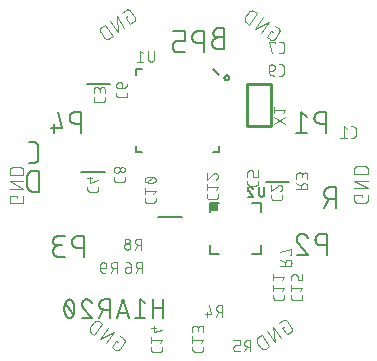
<source format=gbr>
G04 EAGLE Gerber RS-274X export*
G75*
%MOMM*%
%FSLAX34Y34*%
%LPD*%
%INSilkscreen Bottom*%
%IPPOS*%
%AMOC8*
5,1,8,0,0,1.08239X$1,22.5*%
G01*
%ADD10C,0.152400*%
%ADD11C,0.101600*%
%ADD12C,0.127000*%
%ADD13C,0.076200*%
%ADD14C,0.254000*%
%ADD15R,0.694750X0.707781*%
%ADD16C,0.177800*%


D10*
X375341Y470669D02*
X370402Y470669D01*
X370262Y470667D01*
X370123Y470661D01*
X369983Y470651D01*
X369844Y470637D01*
X369705Y470620D01*
X369567Y470598D01*
X369430Y470572D01*
X369293Y470543D01*
X369157Y470510D01*
X369023Y470473D01*
X368889Y470432D01*
X368757Y470387D01*
X368625Y470338D01*
X368496Y470286D01*
X368368Y470231D01*
X368241Y470171D01*
X368116Y470108D01*
X367993Y470042D01*
X367872Y469972D01*
X367753Y469899D01*
X367636Y469822D01*
X367522Y469742D01*
X367409Y469659D01*
X367299Y469573D01*
X367192Y469483D01*
X367087Y469391D01*
X366985Y469296D01*
X366885Y469198D01*
X366788Y469097D01*
X366694Y468993D01*
X366604Y468887D01*
X366516Y468778D01*
X366431Y468667D01*
X366350Y468553D01*
X366271Y468438D01*
X366196Y468320D01*
X366125Y468200D01*
X366057Y468077D01*
X365992Y467954D01*
X365931Y467828D01*
X365873Y467700D01*
X365819Y467572D01*
X365769Y467441D01*
X365722Y467309D01*
X365679Y467176D01*
X365640Y467042D01*
X365605Y466907D01*
X365574Y466771D01*
X365546Y466633D01*
X365523Y466496D01*
X365503Y466357D01*
X365487Y466218D01*
X365475Y466079D01*
X365467Y465940D01*
X365463Y465800D01*
X365463Y465660D01*
X365467Y465520D01*
X365475Y465381D01*
X365487Y465242D01*
X365503Y465103D01*
X365523Y464964D01*
X365546Y464827D01*
X365574Y464689D01*
X365605Y464553D01*
X365640Y464418D01*
X365679Y464284D01*
X365722Y464151D01*
X365769Y464019D01*
X365819Y463888D01*
X365873Y463760D01*
X365931Y463632D01*
X365992Y463506D01*
X366057Y463383D01*
X366125Y463261D01*
X366196Y463140D01*
X366271Y463022D01*
X366350Y462907D01*
X366431Y462793D01*
X366516Y462682D01*
X366604Y462573D01*
X366694Y462467D01*
X366788Y462363D01*
X366885Y462262D01*
X366985Y462164D01*
X367087Y462069D01*
X367192Y461977D01*
X367299Y461887D01*
X367409Y461801D01*
X367522Y461718D01*
X367636Y461638D01*
X367753Y461561D01*
X367872Y461488D01*
X367993Y461418D01*
X368116Y461352D01*
X368241Y461289D01*
X368368Y461229D01*
X368496Y461174D01*
X368625Y461122D01*
X368757Y461073D01*
X368889Y461028D01*
X369023Y460987D01*
X369157Y460950D01*
X369293Y460917D01*
X369430Y460888D01*
X369567Y460862D01*
X369705Y460840D01*
X369844Y460823D01*
X369983Y460809D01*
X370123Y460799D01*
X370262Y460793D01*
X370402Y460791D01*
X370402Y460792D02*
X375341Y460792D01*
X375341Y478572D01*
X370402Y478572D01*
X370402Y478571D02*
X370278Y478569D01*
X370154Y478563D01*
X370030Y478553D01*
X369907Y478540D01*
X369784Y478522D01*
X369662Y478501D01*
X369540Y478476D01*
X369419Y478447D01*
X369300Y478414D01*
X369181Y478378D01*
X369064Y478337D01*
X368948Y478294D01*
X368833Y478246D01*
X368720Y478195D01*
X368608Y478140D01*
X368499Y478082D01*
X368391Y478021D01*
X368285Y477956D01*
X368181Y477888D01*
X368080Y477816D01*
X367980Y477742D01*
X367884Y477664D01*
X367789Y477584D01*
X367697Y477500D01*
X367608Y477414D01*
X367522Y477325D01*
X367438Y477233D01*
X367358Y477138D01*
X367280Y477042D01*
X367206Y476942D01*
X367134Y476841D01*
X367066Y476737D01*
X367001Y476631D01*
X366940Y476523D01*
X366882Y476414D01*
X366827Y476302D01*
X366776Y476189D01*
X366728Y476074D01*
X366685Y475958D01*
X366644Y475841D01*
X366608Y475722D01*
X366575Y475603D01*
X366546Y475482D01*
X366521Y475360D01*
X366500Y475238D01*
X366482Y475115D01*
X366469Y474992D01*
X366459Y474868D01*
X366453Y474744D01*
X366451Y474620D01*
X366453Y474496D01*
X366459Y474372D01*
X366469Y474248D01*
X366482Y474125D01*
X366500Y474002D01*
X366521Y473880D01*
X366546Y473758D01*
X366575Y473637D01*
X366608Y473518D01*
X366644Y473399D01*
X366685Y473282D01*
X366728Y473166D01*
X366776Y473051D01*
X366827Y472938D01*
X366882Y472826D01*
X366940Y472717D01*
X367001Y472609D01*
X367066Y472503D01*
X367134Y472399D01*
X367206Y472298D01*
X367280Y472198D01*
X367358Y472102D01*
X367438Y472007D01*
X367522Y471915D01*
X367608Y471826D01*
X367697Y471740D01*
X367789Y471656D01*
X367884Y471576D01*
X367980Y471498D01*
X368080Y471424D01*
X368181Y471352D01*
X368285Y471284D01*
X368391Y471219D01*
X368499Y471158D01*
X368608Y471100D01*
X368720Y471045D01*
X368833Y470994D01*
X368948Y470946D01*
X369064Y470903D01*
X369181Y470862D01*
X369300Y470826D01*
X369419Y470793D01*
X369540Y470764D01*
X369662Y470739D01*
X369784Y470718D01*
X369907Y470700D01*
X370030Y470687D01*
X370154Y470677D01*
X370278Y470671D01*
X370402Y470669D01*
X469999Y343728D02*
X469999Y325948D01*
X469999Y343728D02*
X465060Y343728D01*
X464920Y343726D01*
X464781Y343720D01*
X464641Y343710D01*
X464502Y343696D01*
X464363Y343679D01*
X464225Y343657D01*
X464088Y343631D01*
X463951Y343602D01*
X463815Y343569D01*
X463681Y343532D01*
X463547Y343491D01*
X463415Y343446D01*
X463283Y343397D01*
X463154Y343345D01*
X463026Y343290D01*
X462899Y343230D01*
X462774Y343167D01*
X462651Y343101D01*
X462530Y343031D01*
X462411Y342958D01*
X462294Y342881D01*
X462180Y342801D01*
X462067Y342718D01*
X461957Y342632D01*
X461850Y342542D01*
X461745Y342450D01*
X461643Y342355D01*
X461543Y342257D01*
X461446Y342156D01*
X461352Y342052D01*
X461262Y341946D01*
X461174Y341837D01*
X461089Y341726D01*
X461008Y341612D01*
X460929Y341497D01*
X460854Y341379D01*
X460783Y341259D01*
X460715Y341136D01*
X460650Y341013D01*
X460589Y340887D01*
X460531Y340759D01*
X460477Y340631D01*
X460427Y340500D01*
X460380Y340368D01*
X460337Y340235D01*
X460298Y340101D01*
X460263Y339966D01*
X460232Y339830D01*
X460204Y339692D01*
X460181Y339555D01*
X460161Y339416D01*
X460145Y339277D01*
X460133Y339138D01*
X460125Y338999D01*
X460121Y338859D01*
X460121Y338719D01*
X460125Y338579D01*
X460133Y338440D01*
X460145Y338301D01*
X460161Y338162D01*
X460181Y338023D01*
X460204Y337886D01*
X460232Y337748D01*
X460263Y337612D01*
X460298Y337477D01*
X460337Y337343D01*
X460380Y337210D01*
X460427Y337078D01*
X460477Y336947D01*
X460531Y336819D01*
X460589Y336691D01*
X460650Y336565D01*
X460715Y336442D01*
X460783Y336320D01*
X460854Y336199D01*
X460929Y336081D01*
X461008Y335966D01*
X461089Y335852D01*
X461174Y335741D01*
X461262Y335632D01*
X461352Y335526D01*
X461446Y335422D01*
X461543Y335321D01*
X461643Y335223D01*
X461745Y335128D01*
X461850Y335036D01*
X461957Y334946D01*
X462067Y334860D01*
X462180Y334777D01*
X462294Y334697D01*
X462411Y334620D01*
X462530Y334547D01*
X462651Y334477D01*
X462774Y334411D01*
X462899Y334348D01*
X463026Y334288D01*
X463154Y334233D01*
X463283Y334181D01*
X463415Y334132D01*
X463547Y334087D01*
X463681Y334046D01*
X463815Y334009D01*
X463951Y333976D01*
X464088Y333947D01*
X464225Y333921D01*
X464363Y333899D01*
X464502Y333882D01*
X464641Y333868D01*
X464781Y333858D01*
X464920Y333852D01*
X465060Y333850D01*
X469999Y333850D01*
X464072Y333850D02*
X460121Y325948D01*
X218747Y339992D02*
X218747Y357772D01*
X213808Y357772D01*
X213669Y357770D01*
X213531Y357764D01*
X213393Y357755D01*
X213255Y357741D01*
X213118Y357724D01*
X212981Y357702D01*
X212844Y357677D01*
X212709Y357648D01*
X212574Y357615D01*
X212441Y357579D01*
X212308Y357539D01*
X212177Y357495D01*
X212047Y357447D01*
X211918Y357396D01*
X211791Y357341D01*
X211665Y357283D01*
X211541Y357221D01*
X211419Y357156D01*
X211299Y357087D01*
X211180Y357015D01*
X211064Y356940D01*
X210950Y356861D01*
X210838Y356779D01*
X210729Y356694D01*
X210621Y356607D01*
X210517Y356516D01*
X210415Y356422D01*
X210316Y356325D01*
X210219Y356226D01*
X210125Y356124D01*
X210034Y356020D01*
X209947Y355912D01*
X209862Y355803D01*
X209780Y355691D01*
X209701Y355577D01*
X209626Y355461D01*
X209554Y355342D01*
X209485Y355222D01*
X209420Y355100D01*
X209358Y354976D01*
X209300Y354850D01*
X209245Y354723D01*
X209194Y354594D01*
X209146Y354464D01*
X209102Y354333D01*
X209062Y354200D01*
X209026Y354067D01*
X208993Y353932D01*
X208964Y353797D01*
X208939Y353660D01*
X208917Y353523D01*
X208900Y353386D01*
X208886Y353248D01*
X208877Y353110D01*
X208871Y352972D01*
X208869Y352833D01*
X208870Y352833D02*
X208870Y344931D01*
X208869Y344931D02*
X208871Y344792D01*
X208877Y344654D01*
X208886Y344516D01*
X208900Y344378D01*
X208917Y344241D01*
X208939Y344104D01*
X208964Y343967D01*
X208993Y343832D01*
X209026Y343697D01*
X209062Y343564D01*
X209102Y343431D01*
X209146Y343300D01*
X209194Y343170D01*
X209245Y343041D01*
X209300Y342914D01*
X209358Y342788D01*
X209420Y342664D01*
X209485Y342542D01*
X209554Y342422D01*
X209626Y342303D01*
X209701Y342187D01*
X209780Y342073D01*
X209862Y341961D01*
X209947Y341852D01*
X210034Y341744D01*
X210125Y341640D01*
X210219Y341538D01*
X210316Y341439D01*
X210415Y341342D01*
X210517Y341248D01*
X210621Y341157D01*
X210729Y341070D01*
X210838Y340985D01*
X210950Y340903D01*
X211064Y340824D01*
X211180Y340749D01*
X211299Y340677D01*
X211419Y340608D01*
X211541Y340543D01*
X211665Y340481D01*
X211791Y340423D01*
X211918Y340368D01*
X212047Y340317D01*
X212177Y340269D01*
X212308Y340225D01*
X212441Y340185D01*
X212574Y340149D01*
X212709Y340116D01*
X212844Y340087D01*
X212981Y340062D01*
X213118Y340040D01*
X213255Y340023D01*
X213393Y340009D01*
X213531Y340000D01*
X213669Y339994D01*
X213808Y339992D01*
X218747Y339992D01*
X214202Y364472D02*
X210251Y364472D01*
X214202Y364472D02*
X214326Y364474D01*
X214450Y364480D01*
X214574Y364490D01*
X214697Y364503D01*
X214820Y364521D01*
X214942Y364542D01*
X215064Y364567D01*
X215185Y364596D01*
X215304Y364629D01*
X215423Y364665D01*
X215540Y364706D01*
X215656Y364749D01*
X215771Y364797D01*
X215884Y364848D01*
X215996Y364903D01*
X216105Y364961D01*
X216213Y365022D01*
X216319Y365087D01*
X216423Y365155D01*
X216524Y365227D01*
X216624Y365301D01*
X216720Y365379D01*
X216815Y365459D01*
X216907Y365543D01*
X216996Y365629D01*
X217082Y365718D01*
X217166Y365810D01*
X217246Y365905D01*
X217324Y366001D01*
X217398Y366101D01*
X217470Y366202D01*
X217538Y366306D01*
X217603Y366412D01*
X217664Y366520D01*
X217722Y366629D01*
X217777Y366741D01*
X217828Y366854D01*
X217876Y366969D01*
X217919Y367085D01*
X217960Y367202D01*
X217996Y367321D01*
X218029Y367440D01*
X218058Y367561D01*
X218083Y367683D01*
X218104Y367805D01*
X218122Y367928D01*
X218135Y368051D01*
X218145Y368175D01*
X218151Y368299D01*
X218153Y368423D01*
X218153Y378301D01*
X218151Y378425D01*
X218145Y378549D01*
X218135Y378673D01*
X218122Y378796D01*
X218104Y378919D01*
X218083Y379041D01*
X218058Y379163D01*
X218029Y379284D01*
X217996Y379403D01*
X217960Y379522D01*
X217919Y379639D01*
X217876Y379755D01*
X217828Y379870D01*
X217777Y379983D01*
X217722Y380095D01*
X217664Y380204D01*
X217603Y380312D01*
X217538Y380418D01*
X217470Y380522D01*
X217398Y380623D01*
X217324Y380723D01*
X217246Y380819D01*
X217166Y380914D01*
X217082Y381006D01*
X216996Y381095D01*
X216907Y381181D01*
X216815Y381265D01*
X216720Y381345D01*
X216624Y381423D01*
X216524Y381497D01*
X216423Y381569D01*
X216319Y381637D01*
X216213Y381702D01*
X216105Y381763D01*
X215996Y381821D01*
X215884Y381876D01*
X215771Y381927D01*
X215657Y381975D01*
X215540Y382018D01*
X215423Y382059D01*
X215304Y382095D01*
X215185Y382128D01*
X215064Y382157D01*
X214942Y382182D01*
X214820Y382203D01*
X214697Y382221D01*
X214574Y382234D01*
X214450Y382244D01*
X214326Y382250D01*
X214202Y382252D01*
X210251Y382252D01*
D11*
X415198Y476444D02*
X416793Y475327D01*
X415198Y476444D02*
X411475Y471127D01*
X414665Y468893D01*
X414748Y468838D01*
X414832Y468786D01*
X414919Y468737D01*
X415007Y468691D01*
X415097Y468649D01*
X415189Y468610D01*
X415282Y468575D01*
X415376Y468543D01*
X415471Y468515D01*
X415568Y468491D01*
X415665Y468470D01*
X415763Y468454D01*
X415862Y468440D01*
X415961Y468431D01*
X416060Y468426D01*
X416160Y468424D01*
X416259Y468426D01*
X416358Y468432D01*
X416457Y468442D01*
X416556Y468455D01*
X416654Y468473D01*
X416751Y468494D01*
X416847Y468518D01*
X416943Y468547D01*
X417037Y468579D01*
X417130Y468614D01*
X417221Y468653D01*
X417311Y468696D01*
X417399Y468742D01*
X417485Y468791D01*
X417570Y468844D01*
X417652Y468900D01*
X417732Y468959D01*
X417810Y469021D01*
X417885Y469086D01*
X417958Y469153D01*
X418028Y469224D01*
X418096Y469297D01*
X418160Y469373D01*
X418222Y469451D01*
X418281Y469531D01*
X422004Y474848D01*
X422059Y474931D01*
X422111Y475015D01*
X422160Y475102D01*
X422206Y475190D01*
X422248Y475280D01*
X422287Y475372D01*
X422322Y475465D01*
X422354Y475559D01*
X422382Y475654D01*
X422406Y475751D01*
X422427Y475848D01*
X422443Y475946D01*
X422457Y476045D01*
X422466Y476144D01*
X422471Y476243D01*
X422473Y476343D01*
X422471Y476442D01*
X422465Y476541D01*
X422455Y476640D01*
X422442Y476739D01*
X422424Y476837D01*
X422403Y476934D01*
X422379Y477030D01*
X422350Y477126D01*
X422318Y477220D01*
X422283Y477313D01*
X422244Y477404D01*
X422201Y477494D01*
X422155Y477582D01*
X422106Y477668D01*
X422053Y477753D01*
X421997Y477835D01*
X421938Y477915D01*
X421876Y477993D01*
X421811Y478068D01*
X421744Y478141D01*
X421673Y478211D01*
X421600Y478279D01*
X421524Y478343D01*
X421446Y478405D01*
X421366Y478464D01*
X421367Y478464D02*
X418176Y480698D01*
X413507Y483968D02*
X406805Y474397D01*
X401488Y478120D02*
X413507Y483968D01*
X408189Y487691D02*
X401488Y478120D01*
X396818Y481390D02*
X403519Y490961D01*
X400861Y492822D01*
X400861Y492823D02*
X400767Y492886D01*
X400671Y492946D01*
X400573Y493003D01*
X400473Y493056D01*
X400371Y493106D01*
X400267Y493152D01*
X400162Y493194D01*
X400056Y493233D01*
X399948Y493268D01*
X399839Y493299D01*
X399729Y493327D01*
X399618Y493350D01*
X399507Y493370D01*
X399395Y493386D01*
X399282Y493398D01*
X399169Y493406D01*
X399056Y493410D01*
X398942Y493410D01*
X398829Y493406D01*
X398716Y493398D01*
X398603Y493386D01*
X398491Y493370D01*
X398380Y493350D01*
X398269Y493327D01*
X398159Y493299D01*
X398050Y493268D01*
X397942Y493233D01*
X397836Y493194D01*
X397731Y493152D01*
X397627Y493106D01*
X397525Y493056D01*
X397425Y493003D01*
X397327Y492946D01*
X397231Y492886D01*
X397137Y492823D01*
X397046Y492756D01*
X396956Y492687D01*
X396869Y492614D01*
X396785Y492538D01*
X396704Y492459D01*
X396625Y492378D01*
X396549Y492294D01*
X396476Y492207D01*
X396407Y492118D01*
X396340Y492026D01*
X396341Y492025D02*
X393362Y487772D01*
X393299Y487678D01*
X393239Y487582D01*
X393182Y487484D01*
X393129Y487384D01*
X393079Y487282D01*
X393033Y487178D01*
X392991Y487073D01*
X392952Y486967D01*
X392917Y486859D01*
X392886Y486750D01*
X392858Y486640D01*
X392835Y486529D01*
X392815Y486418D01*
X392799Y486306D01*
X392787Y486193D01*
X392779Y486080D01*
X392775Y485967D01*
X392775Y485853D01*
X392779Y485740D01*
X392787Y485627D01*
X392799Y485514D01*
X392815Y485402D01*
X392835Y485291D01*
X392858Y485180D01*
X392886Y485070D01*
X392917Y484961D01*
X392952Y484853D01*
X392991Y484747D01*
X393033Y484642D01*
X393079Y484538D01*
X393129Y484436D01*
X393182Y484336D01*
X393239Y484238D01*
X393299Y484142D01*
X393362Y484048D01*
X393429Y483956D01*
X393498Y483867D01*
X393571Y483780D01*
X393647Y483696D01*
X393726Y483615D01*
X393807Y483536D01*
X393891Y483460D01*
X393978Y483387D01*
X394068Y483318D01*
X394159Y483251D01*
X396818Y481390D01*
X492049Y337254D02*
X492049Y335306D01*
X492049Y337254D02*
X485558Y337254D01*
X485558Y333359D01*
X485560Y333260D01*
X485566Y333160D01*
X485575Y333061D01*
X485588Y332963D01*
X485605Y332865D01*
X485626Y332767D01*
X485651Y332671D01*
X485679Y332576D01*
X485711Y332482D01*
X485746Y332389D01*
X485785Y332297D01*
X485828Y332207D01*
X485873Y332119D01*
X485923Y332032D01*
X485975Y331948D01*
X486031Y331865D01*
X486089Y331785D01*
X486151Y331707D01*
X486216Y331632D01*
X486284Y331559D01*
X486354Y331489D01*
X486427Y331421D01*
X486502Y331356D01*
X486580Y331294D01*
X486660Y331236D01*
X486743Y331180D01*
X486827Y331128D01*
X486914Y331078D01*
X487002Y331033D01*
X487092Y330990D01*
X487184Y330951D01*
X487277Y330916D01*
X487371Y330884D01*
X487466Y330856D01*
X487562Y330831D01*
X487660Y330810D01*
X487758Y330793D01*
X487856Y330780D01*
X487955Y330771D01*
X488055Y330765D01*
X488154Y330763D01*
X494646Y330763D01*
X494745Y330765D01*
X494845Y330771D01*
X494944Y330780D01*
X495042Y330793D01*
X495140Y330810D01*
X495238Y330831D01*
X495334Y330856D01*
X495429Y330884D01*
X495523Y330916D01*
X495616Y330951D01*
X495708Y330990D01*
X495798Y331033D01*
X495886Y331078D01*
X495973Y331128D01*
X496057Y331180D01*
X496140Y331236D01*
X496220Y331294D01*
X496298Y331356D01*
X496373Y331421D01*
X496446Y331489D01*
X496516Y331559D01*
X496584Y331632D01*
X496649Y331707D01*
X496711Y331785D01*
X496769Y331865D01*
X496825Y331948D01*
X496877Y332032D01*
X496927Y332119D01*
X496972Y332207D01*
X497015Y332297D01*
X497054Y332389D01*
X497089Y332481D01*
X497121Y332576D01*
X497149Y332671D01*
X497174Y332767D01*
X497195Y332865D01*
X497212Y332963D01*
X497225Y333061D01*
X497234Y333160D01*
X497240Y333260D01*
X497242Y333359D01*
X497242Y337254D01*
X497242Y342954D02*
X485558Y342954D01*
X485558Y349446D02*
X497242Y342954D01*
X497242Y349446D02*
X485558Y349446D01*
X485558Y355146D02*
X497242Y355146D01*
X497242Y358392D01*
X497240Y358505D01*
X497234Y358618D01*
X497224Y358731D01*
X497210Y358844D01*
X497193Y358956D01*
X497171Y359067D01*
X497146Y359177D01*
X497116Y359287D01*
X497083Y359395D01*
X497046Y359502D01*
X497006Y359608D01*
X496961Y359712D01*
X496913Y359815D01*
X496862Y359916D01*
X496807Y360015D01*
X496749Y360112D01*
X496687Y360207D01*
X496622Y360300D01*
X496554Y360390D01*
X496483Y360478D01*
X496408Y360564D01*
X496331Y360647D01*
X496251Y360727D01*
X496168Y360804D01*
X496082Y360879D01*
X495994Y360950D01*
X495904Y361018D01*
X495811Y361083D01*
X495716Y361145D01*
X495619Y361203D01*
X495520Y361258D01*
X495419Y361309D01*
X495316Y361357D01*
X495212Y361402D01*
X495106Y361442D01*
X494999Y361479D01*
X494891Y361512D01*
X494781Y361542D01*
X494671Y361567D01*
X494560Y361589D01*
X494448Y361606D01*
X494335Y361620D01*
X494222Y361630D01*
X494109Y361636D01*
X493996Y361638D01*
X488804Y361638D01*
X488691Y361636D01*
X488578Y361630D01*
X488465Y361620D01*
X488352Y361606D01*
X488240Y361589D01*
X488129Y361567D01*
X488019Y361542D01*
X487909Y361512D01*
X487801Y361479D01*
X487694Y361442D01*
X487588Y361402D01*
X487484Y361357D01*
X487381Y361309D01*
X487280Y361258D01*
X487181Y361203D01*
X487084Y361145D01*
X486989Y361083D01*
X486896Y361018D01*
X486806Y360950D01*
X486718Y360879D01*
X486632Y360804D01*
X486549Y360727D01*
X486469Y360647D01*
X486392Y360564D01*
X486317Y360478D01*
X486246Y360390D01*
X486178Y360300D01*
X486113Y360207D01*
X486051Y360112D01*
X485993Y360015D01*
X485938Y359916D01*
X485887Y359815D01*
X485839Y359712D01*
X485794Y359608D01*
X485754Y359502D01*
X485717Y359395D01*
X485684Y359287D01*
X485654Y359177D01*
X485629Y359067D01*
X485607Y358956D01*
X485590Y358844D01*
X485576Y358731D01*
X485566Y358618D01*
X485560Y358505D01*
X485558Y358392D01*
X485558Y355146D01*
X426462Y225756D02*
X424867Y224639D01*
X428590Y219322D01*
X431781Y221556D01*
X431780Y221556D02*
X431860Y221615D01*
X431938Y221677D01*
X432014Y221741D01*
X432087Y221809D01*
X432158Y221879D01*
X432225Y221952D01*
X432290Y222027D01*
X432352Y222105D01*
X432411Y222185D01*
X432467Y222267D01*
X432520Y222352D01*
X432569Y222438D01*
X432615Y222526D01*
X432658Y222616D01*
X432697Y222707D01*
X432732Y222800D01*
X432764Y222894D01*
X432793Y222990D01*
X432817Y223086D01*
X432838Y223183D01*
X432856Y223281D01*
X432869Y223380D01*
X432879Y223479D01*
X432885Y223578D01*
X432887Y223677D01*
X432885Y223777D01*
X432880Y223876D01*
X432870Y223975D01*
X432857Y224074D01*
X432841Y224172D01*
X432820Y224269D01*
X432796Y224366D01*
X432768Y224461D01*
X432736Y224555D01*
X432701Y224648D01*
X432662Y224740D01*
X432620Y224830D01*
X432574Y224918D01*
X432525Y225005D01*
X432473Y225089D01*
X432418Y225172D01*
X428695Y230489D01*
X428636Y230569D01*
X428574Y230647D01*
X428510Y230723D01*
X428442Y230796D01*
X428372Y230867D01*
X428299Y230934D01*
X428224Y230999D01*
X428146Y231061D01*
X428066Y231120D01*
X427984Y231176D01*
X427899Y231229D01*
X427813Y231278D01*
X427725Y231324D01*
X427635Y231367D01*
X427544Y231406D01*
X427451Y231441D01*
X427357Y231473D01*
X427261Y231502D01*
X427165Y231526D01*
X427068Y231547D01*
X426970Y231565D01*
X426871Y231578D01*
X426772Y231588D01*
X426673Y231594D01*
X426574Y231596D01*
X426474Y231594D01*
X426375Y231589D01*
X426276Y231580D01*
X426177Y231566D01*
X426079Y231550D01*
X425982Y231529D01*
X425885Y231505D01*
X425790Y231477D01*
X425696Y231445D01*
X425603Y231410D01*
X425511Y231371D01*
X425421Y231329D01*
X425333Y231283D01*
X425246Y231234D01*
X425162Y231182D01*
X425079Y231127D01*
X421889Y228893D01*
X417219Y225623D02*
X423920Y216052D01*
X418603Y212329D02*
X417219Y225623D01*
X411902Y221900D02*
X418603Y212329D01*
X413933Y209059D02*
X407232Y218630D01*
X404573Y216768D01*
X404573Y216769D02*
X404482Y216702D01*
X404392Y216633D01*
X404305Y216560D01*
X404221Y216484D01*
X404140Y216405D01*
X404061Y216324D01*
X403985Y216240D01*
X403912Y216153D01*
X403843Y216064D01*
X403776Y215972D01*
X403713Y215878D01*
X403653Y215782D01*
X403596Y215684D01*
X403543Y215584D01*
X403493Y215482D01*
X403447Y215378D01*
X403405Y215273D01*
X403366Y215167D01*
X403331Y215059D01*
X403300Y214950D01*
X403272Y214840D01*
X403249Y214729D01*
X403229Y214618D01*
X403213Y214506D01*
X403201Y214393D01*
X403193Y214280D01*
X403189Y214167D01*
X403189Y214053D01*
X403193Y213940D01*
X403201Y213827D01*
X403213Y213714D01*
X403229Y213602D01*
X403249Y213491D01*
X403272Y213380D01*
X403300Y213270D01*
X403331Y213161D01*
X403366Y213053D01*
X403405Y212947D01*
X403447Y212842D01*
X403493Y212738D01*
X403543Y212636D01*
X403596Y212536D01*
X403653Y212438D01*
X403713Y212342D01*
X403776Y212248D01*
X406755Y207994D01*
X406754Y207994D02*
X406821Y207903D01*
X406890Y207813D01*
X406963Y207726D01*
X407039Y207642D01*
X407118Y207561D01*
X407199Y207482D01*
X407283Y207406D01*
X407370Y207333D01*
X407460Y207264D01*
X407551Y207197D01*
X407645Y207134D01*
X407741Y207074D01*
X407839Y207017D01*
X407939Y206964D01*
X408041Y206914D01*
X408145Y206868D01*
X408250Y206826D01*
X408356Y206787D01*
X408464Y206752D01*
X408573Y206721D01*
X408683Y206693D01*
X408794Y206670D01*
X408905Y206650D01*
X409017Y206634D01*
X409130Y206622D01*
X409243Y206614D01*
X409356Y206610D01*
X409470Y206610D01*
X409583Y206614D01*
X409696Y206622D01*
X409809Y206634D01*
X409921Y206650D01*
X410032Y206670D01*
X410143Y206693D01*
X410253Y206721D01*
X410362Y206752D01*
X410470Y206787D01*
X410576Y206826D01*
X410681Y206868D01*
X410785Y206914D01*
X410887Y206964D01*
X410987Y207017D01*
X411085Y207074D01*
X411181Y207134D01*
X411275Y207197D01*
X413933Y209059D01*
X285563Y212624D02*
X283968Y213741D01*
X280245Y208424D01*
X283435Y206190D01*
X283518Y206135D01*
X283602Y206083D01*
X283689Y206034D01*
X283777Y205988D01*
X283867Y205946D01*
X283959Y205907D01*
X284052Y205872D01*
X284146Y205840D01*
X284241Y205812D01*
X284338Y205788D01*
X284435Y205767D01*
X284533Y205751D01*
X284632Y205737D01*
X284731Y205728D01*
X284830Y205723D01*
X284930Y205721D01*
X285029Y205723D01*
X285128Y205729D01*
X285227Y205739D01*
X285326Y205752D01*
X285424Y205770D01*
X285521Y205791D01*
X285617Y205815D01*
X285713Y205844D01*
X285807Y205876D01*
X285900Y205911D01*
X285991Y205950D01*
X286081Y205993D01*
X286169Y206039D01*
X286255Y206088D01*
X286340Y206141D01*
X286422Y206197D01*
X286502Y206256D01*
X286580Y206318D01*
X286655Y206383D01*
X286728Y206450D01*
X286798Y206521D01*
X286866Y206594D01*
X286930Y206670D01*
X286992Y206748D01*
X287051Y206828D01*
X290774Y212145D01*
X290829Y212228D01*
X290881Y212312D01*
X290930Y212399D01*
X290976Y212487D01*
X291018Y212577D01*
X291057Y212669D01*
X291092Y212762D01*
X291124Y212856D01*
X291152Y212951D01*
X291176Y213048D01*
X291197Y213145D01*
X291213Y213243D01*
X291227Y213342D01*
X291236Y213441D01*
X291241Y213540D01*
X291243Y213640D01*
X291241Y213739D01*
X291235Y213838D01*
X291225Y213937D01*
X291212Y214036D01*
X291194Y214134D01*
X291173Y214231D01*
X291149Y214327D01*
X291120Y214423D01*
X291088Y214517D01*
X291053Y214610D01*
X291014Y214701D01*
X290971Y214791D01*
X290925Y214879D01*
X290876Y214965D01*
X290823Y215050D01*
X290767Y215132D01*
X290708Y215212D01*
X290646Y215290D01*
X290581Y215365D01*
X290514Y215438D01*
X290443Y215508D01*
X290370Y215576D01*
X290294Y215640D01*
X290216Y215702D01*
X290136Y215761D01*
X290137Y215761D02*
X286946Y217995D01*
X282277Y221265D02*
X275575Y211694D01*
X270258Y215417D02*
X282277Y221265D01*
X276959Y224988D02*
X270258Y215417D01*
X265588Y218687D02*
X272289Y228258D01*
X269631Y230119D01*
X269631Y230120D02*
X269537Y230183D01*
X269441Y230243D01*
X269343Y230300D01*
X269243Y230353D01*
X269141Y230403D01*
X269037Y230449D01*
X268932Y230491D01*
X268826Y230530D01*
X268718Y230565D01*
X268609Y230596D01*
X268499Y230624D01*
X268388Y230647D01*
X268277Y230667D01*
X268165Y230683D01*
X268052Y230695D01*
X267939Y230703D01*
X267826Y230707D01*
X267712Y230707D01*
X267599Y230703D01*
X267486Y230695D01*
X267373Y230683D01*
X267261Y230667D01*
X267150Y230647D01*
X267039Y230624D01*
X266929Y230596D01*
X266820Y230565D01*
X266712Y230530D01*
X266606Y230491D01*
X266501Y230449D01*
X266397Y230403D01*
X266295Y230353D01*
X266195Y230300D01*
X266097Y230243D01*
X266001Y230183D01*
X265907Y230120D01*
X265816Y230053D01*
X265726Y229984D01*
X265639Y229911D01*
X265555Y229835D01*
X265474Y229756D01*
X265395Y229675D01*
X265319Y229591D01*
X265246Y229504D01*
X265177Y229415D01*
X265110Y229323D01*
X265111Y229322D02*
X262132Y225069D01*
X262069Y224975D01*
X262009Y224879D01*
X261952Y224781D01*
X261899Y224681D01*
X261849Y224579D01*
X261803Y224475D01*
X261761Y224370D01*
X261722Y224264D01*
X261687Y224156D01*
X261656Y224047D01*
X261628Y223937D01*
X261605Y223826D01*
X261585Y223715D01*
X261569Y223603D01*
X261557Y223490D01*
X261549Y223377D01*
X261545Y223264D01*
X261545Y223150D01*
X261549Y223037D01*
X261557Y222924D01*
X261569Y222811D01*
X261585Y222699D01*
X261605Y222588D01*
X261628Y222477D01*
X261656Y222367D01*
X261687Y222258D01*
X261722Y222150D01*
X261761Y222044D01*
X261803Y221939D01*
X261849Y221835D01*
X261899Y221733D01*
X261952Y221633D01*
X262009Y221535D01*
X262069Y221439D01*
X262132Y221345D01*
X262199Y221253D01*
X262268Y221164D01*
X262341Y221077D01*
X262417Y220993D01*
X262496Y220912D01*
X262577Y220833D01*
X262661Y220757D01*
X262748Y220684D01*
X262838Y220615D01*
X262929Y220548D01*
X265588Y218687D01*
X200379Y334544D02*
X200379Y336492D01*
X193888Y336492D01*
X193888Y332597D01*
X193890Y332498D01*
X193896Y332398D01*
X193905Y332299D01*
X193918Y332201D01*
X193935Y332103D01*
X193956Y332005D01*
X193981Y331909D01*
X194009Y331814D01*
X194041Y331720D01*
X194076Y331627D01*
X194115Y331535D01*
X194158Y331445D01*
X194203Y331357D01*
X194253Y331270D01*
X194305Y331186D01*
X194361Y331103D01*
X194419Y331023D01*
X194481Y330945D01*
X194546Y330870D01*
X194614Y330797D01*
X194684Y330727D01*
X194757Y330659D01*
X194832Y330594D01*
X194910Y330532D01*
X194990Y330474D01*
X195073Y330418D01*
X195157Y330366D01*
X195244Y330316D01*
X195332Y330271D01*
X195422Y330228D01*
X195514Y330189D01*
X195607Y330154D01*
X195701Y330122D01*
X195796Y330094D01*
X195892Y330069D01*
X195990Y330048D01*
X196088Y330031D01*
X196186Y330018D01*
X196285Y330009D01*
X196385Y330003D01*
X196484Y330001D01*
X202976Y330001D01*
X203075Y330003D01*
X203175Y330009D01*
X203274Y330018D01*
X203372Y330031D01*
X203470Y330048D01*
X203568Y330069D01*
X203664Y330094D01*
X203759Y330122D01*
X203853Y330154D01*
X203946Y330189D01*
X204038Y330228D01*
X204128Y330271D01*
X204216Y330316D01*
X204303Y330366D01*
X204387Y330418D01*
X204470Y330474D01*
X204550Y330532D01*
X204628Y330594D01*
X204703Y330659D01*
X204776Y330727D01*
X204846Y330797D01*
X204914Y330870D01*
X204979Y330945D01*
X205041Y331023D01*
X205099Y331103D01*
X205155Y331186D01*
X205207Y331270D01*
X205257Y331357D01*
X205302Y331445D01*
X205345Y331535D01*
X205384Y331627D01*
X205419Y331719D01*
X205451Y331814D01*
X205479Y331909D01*
X205504Y332005D01*
X205525Y332103D01*
X205542Y332201D01*
X205555Y332299D01*
X205564Y332398D01*
X205570Y332498D01*
X205572Y332597D01*
X205572Y336492D01*
X205572Y342192D02*
X193888Y342192D01*
X193888Y348684D02*
X205572Y342192D01*
X205572Y348684D02*
X193888Y348684D01*
X193888Y354384D02*
X205572Y354384D01*
X205572Y357630D01*
X205570Y357743D01*
X205564Y357856D01*
X205554Y357969D01*
X205540Y358082D01*
X205523Y358194D01*
X205501Y358305D01*
X205476Y358415D01*
X205446Y358525D01*
X205413Y358633D01*
X205376Y358740D01*
X205336Y358846D01*
X205291Y358950D01*
X205243Y359053D01*
X205192Y359154D01*
X205137Y359253D01*
X205079Y359350D01*
X205017Y359445D01*
X204952Y359538D01*
X204884Y359628D01*
X204813Y359716D01*
X204738Y359802D01*
X204661Y359885D01*
X204581Y359965D01*
X204498Y360042D01*
X204412Y360117D01*
X204324Y360188D01*
X204234Y360256D01*
X204141Y360321D01*
X204046Y360383D01*
X203949Y360441D01*
X203850Y360496D01*
X203749Y360547D01*
X203646Y360595D01*
X203542Y360640D01*
X203436Y360680D01*
X203329Y360717D01*
X203221Y360750D01*
X203111Y360780D01*
X203001Y360805D01*
X202890Y360827D01*
X202778Y360844D01*
X202665Y360858D01*
X202552Y360868D01*
X202439Y360874D01*
X202326Y360876D01*
X197134Y360876D01*
X197021Y360874D01*
X196908Y360868D01*
X196795Y360858D01*
X196682Y360844D01*
X196570Y360827D01*
X196459Y360805D01*
X196349Y360780D01*
X196239Y360750D01*
X196131Y360717D01*
X196024Y360680D01*
X195918Y360640D01*
X195814Y360595D01*
X195711Y360547D01*
X195610Y360496D01*
X195511Y360441D01*
X195414Y360383D01*
X195319Y360321D01*
X195226Y360256D01*
X195136Y360188D01*
X195048Y360117D01*
X194962Y360042D01*
X194879Y359965D01*
X194799Y359885D01*
X194722Y359802D01*
X194647Y359716D01*
X194576Y359628D01*
X194508Y359538D01*
X194443Y359445D01*
X194381Y359350D01*
X194323Y359253D01*
X194268Y359154D01*
X194217Y359053D01*
X194169Y358950D01*
X194124Y358846D01*
X194084Y358740D01*
X194047Y358633D01*
X194014Y358525D01*
X193984Y358415D01*
X193959Y358305D01*
X193937Y358194D01*
X193920Y358082D01*
X193906Y357969D01*
X193896Y357856D01*
X193890Y357743D01*
X193888Y357630D01*
X193888Y354384D01*
X292113Y487342D02*
X293708Y488459D01*
X292113Y487342D02*
X295836Y482025D01*
X299027Y484259D01*
X299026Y484259D02*
X299106Y484318D01*
X299184Y484380D01*
X299260Y484444D01*
X299333Y484512D01*
X299404Y484582D01*
X299471Y484655D01*
X299536Y484730D01*
X299598Y484808D01*
X299657Y484888D01*
X299713Y484970D01*
X299766Y485055D01*
X299815Y485141D01*
X299861Y485229D01*
X299904Y485319D01*
X299943Y485410D01*
X299978Y485503D01*
X300010Y485597D01*
X300039Y485693D01*
X300063Y485789D01*
X300084Y485886D01*
X300102Y485984D01*
X300115Y486083D01*
X300125Y486182D01*
X300131Y486281D01*
X300133Y486380D01*
X300131Y486480D01*
X300126Y486579D01*
X300116Y486678D01*
X300103Y486777D01*
X300087Y486875D01*
X300066Y486972D01*
X300042Y487069D01*
X300014Y487164D01*
X299982Y487258D01*
X299947Y487351D01*
X299908Y487443D01*
X299866Y487533D01*
X299820Y487621D01*
X299771Y487708D01*
X299719Y487792D01*
X299664Y487875D01*
X295941Y493192D01*
X295882Y493272D01*
X295820Y493350D01*
X295756Y493426D01*
X295688Y493499D01*
X295618Y493570D01*
X295545Y493637D01*
X295470Y493702D01*
X295392Y493764D01*
X295312Y493823D01*
X295230Y493879D01*
X295145Y493932D01*
X295059Y493981D01*
X294971Y494027D01*
X294881Y494070D01*
X294790Y494109D01*
X294697Y494144D01*
X294603Y494176D01*
X294507Y494205D01*
X294411Y494229D01*
X294314Y494250D01*
X294216Y494268D01*
X294117Y494281D01*
X294018Y494291D01*
X293919Y494297D01*
X293820Y494299D01*
X293720Y494297D01*
X293621Y494292D01*
X293522Y494283D01*
X293423Y494269D01*
X293325Y494253D01*
X293228Y494232D01*
X293131Y494208D01*
X293036Y494180D01*
X292942Y494148D01*
X292849Y494113D01*
X292757Y494074D01*
X292667Y494032D01*
X292579Y493986D01*
X292492Y493937D01*
X292408Y493885D01*
X292325Y493830D01*
X289135Y491596D01*
X284465Y488326D02*
X291166Y478755D01*
X285849Y475032D02*
X284465Y488326D01*
X279148Y484603D02*
X285849Y475032D01*
X281179Y471762D02*
X274478Y481333D01*
X271819Y479471D01*
X271819Y479472D02*
X271728Y479405D01*
X271638Y479336D01*
X271551Y479263D01*
X271467Y479187D01*
X271386Y479108D01*
X271307Y479027D01*
X271231Y478943D01*
X271158Y478856D01*
X271089Y478767D01*
X271022Y478675D01*
X270959Y478581D01*
X270899Y478485D01*
X270842Y478387D01*
X270789Y478287D01*
X270739Y478185D01*
X270693Y478081D01*
X270651Y477976D01*
X270612Y477870D01*
X270577Y477762D01*
X270546Y477653D01*
X270518Y477543D01*
X270495Y477432D01*
X270475Y477321D01*
X270459Y477209D01*
X270447Y477096D01*
X270439Y476983D01*
X270435Y476870D01*
X270435Y476756D01*
X270439Y476643D01*
X270447Y476530D01*
X270459Y476417D01*
X270475Y476305D01*
X270495Y476194D01*
X270518Y476083D01*
X270546Y475973D01*
X270577Y475864D01*
X270612Y475756D01*
X270651Y475650D01*
X270693Y475545D01*
X270739Y475441D01*
X270789Y475339D01*
X270842Y475239D01*
X270899Y475141D01*
X270959Y475045D01*
X271022Y474951D01*
X274001Y470697D01*
X274000Y470697D02*
X274067Y470606D01*
X274136Y470516D01*
X274209Y470429D01*
X274285Y470345D01*
X274364Y470264D01*
X274445Y470185D01*
X274529Y470109D01*
X274616Y470036D01*
X274706Y469967D01*
X274797Y469900D01*
X274891Y469837D01*
X274987Y469777D01*
X275085Y469720D01*
X275185Y469667D01*
X275287Y469617D01*
X275391Y469571D01*
X275496Y469529D01*
X275602Y469490D01*
X275710Y469455D01*
X275819Y469424D01*
X275929Y469396D01*
X276040Y469373D01*
X276151Y469353D01*
X276263Y469337D01*
X276376Y469325D01*
X276489Y469317D01*
X276602Y469313D01*
X276716Y469313D01*
X276829Y469317D01*
X276942Y469325D01*
X277055Y469337D01*
X277167Y469353D01*
X277278Y469373D01*
X277389Y469396D01*
X277499Y469424D01*
X277608Y469455D01*
X277716Y469490D01*
X277822Y469529D01*
X277927Y469571D01*
X278031Y469617D01*
X278133Y469667D01*
X278233Y469720D01*
X278331Y469777D01*
X278427Y469837D01*
X278521Y469900D01*
X281179Y471762D01*
D10*
X461854Y407572D02*
X461854Y389792D01*
X461854Y407572D02*
X456916Y407572D01*
X456776Y407570D01*
X456637Y407564D01*
X456497Y407554D01*
X456358Y407540D01*
X456219Y407523D01*
X456081Y407501D01*
X455944Y407475D01*
X455807Y407446D01*
X455671Y407413D01*
X455537Y407376D01*
X455403Y407335D01*
X455271Y407290D01*
X455139Y407241D01*
X455010Y407189D01*
X454882Y407134D01*
X454755Y407074D01*
X454630Y407011D01*
X454507Y406945D01*
X454386Y406875D01*
X454267Y406802D01*
X454150Y406725D01*
X454036Y406645D01*
X453923Y406562D01*
X453813Y406476D01*
X453706Y406386D01*
X453601Y406294D01*
X453499Y406199D01*
X453399Y406101D01*
X453302Y406000D01*
X453208Y405896D01*
X453118Y405790D01*
X453030Y405681D01*
X452945Y405570D01*
X452864Y405456D01*
X452785Y405341D01*
X452710Y405223D01*
X452639Y405103D01*
X452571Y404980D01*
X452506Y404857D01*
X452445Y404731D01*
X452387Y404603D01*
X452333Y404475D01*
X452283Y404344D01*
X452236Y404212D01*
X452193Y404079D01*
X452154Y403945D01*
X452119Y403810D01*
X452088Y403674D01*
X452060Y403536D01*
X452037Y403399D01*
X452017Y403260D01*
X452001Y403121D01*
X451989Y402982D01*
X451981Y402843D01*
X451977Y402703D01*
X451977Y402563D01*
X451981Y402423D01*
X451989Y402284D01*
X452001Y402145D01*
X452017Y402006D01*
X452037Y401867D01*
X452060Y401730D01*
X452088Y401592D01*
X452119Y401456D01*
X452154Y401321D01*
X452193Y401187D01*
X452236Y401054D01*
X452283Y400922D01*
X452333Y400791D01*
X452387Y400663D01*
X452445Y400535D01*
X452506Y400409D01*
X452571Y400286D01*
X452639Y400164D01*
X452710Y400043D01*
X452785Y399925D01*
X452864Y399810D01*
X452945Y399696D01*
X453030Y399585D01*
X453118Y399476D01*
X453208Y399370D01*
X453302Y399266D01*
X453399Y399165D01*
X453499Y399067D01*
X453601Y398972D01*
X453706Y398880D01*
X453813Y398790D01*
X453923Y398704D01*
X454036Y398621D01*
X454150Y398541D01*
X454267Y398464D01*
X454386Y398391D01*
X454507Y398321D01*
X454630Y398255D01*
X454755Y398192D01*
X454882Y398132D01*
X455010Y398077D01*
X455139Y398025D01*
X455271Y397976D01*
X455403Y397931D01*
X455537Y397890D01*
X455671Y397853D01*
X455807Y397820D01*
X455944Y397791D01*
X456081Y397765D01*
X456219Y397743D01*
X456358Y397726D01*
X456497Y397712D01*
X456637Y397702D01*
X456776Y397696D01*
X456916Y397694D01*
X461854Y397694D01*
X445859Y403621D02*
X440920Y407572D01*
X440920Y389792D01*
X435982Y389792D02*
X445859Y389792D01*
X462743Y304513D02*
X462743Y286733D01*
X462743Y304513D02*
X457805Y304513D01*
X457665Y304511D01*
X457526Y304505D01*
X457386Y304495D01*
X457247Y304481D01*
X457108Y304464D01*
X456970Y304442D01*
X456833Y304416D01*
X456696Y304387D01*
X456560Y304354D01*
X456426Y304317D01*
X456292Y304276D01*
X456160Y304231D01*
X456028Y304182D01*
X455899Y304130D01*
X455771Y304075D01*
X455644Y304015D01*
X455519Y303952D01*
X455396Y303886D01*
X455275Y303816D01*
X455156Y303743D01*
X455039Y303666D01*
X454925Y303586D01*
X454812Y303503D01*
X454702Y303417D01*
X454595Y303327D01*
X454490Y303235D01*
X454388Y303140D01*
X454288Y303042D01*
X454191Y302941D01*
X454097Y302837D01*
X454007Y302731D01*
X453919Y302622D01*
X453834Y302511D01*
X453753Y302397D01*
X453674Y302282D01*
X453599Y302164D01*
X453528Y302044D01*
X453460Y301921D01*
X453395Y301798D01*
X453334Y301672D01*
X453276Y301544D01*
X453222Y301416D01*
X453172Y301285D01*
X453125Y301153D01*
X453082Y301020D01*
X453043Y300886D01*
X453008Y300751D01*
X452977Y300615D01*
X452949Y300477D01*
X452926Y300340D01*
X452906Y300201D01*
X452890Y300062D01*
X452878Y299923D01*
X452870Y299784D01*
X452866Y299644D01*
X452866Y299504D01*
X452870Y299364D01*
X452878Y299225D01*
X452890Y299086D01*
X452906Y298947D01*
X452926Y298808D01*
X452949Y298671D01*
X452977Y298533D01*
X453008Y298397D01*
X453043Y298262D01*
X453082Y298128D01*
X453125Y297995D01*
X453172Y297863D01*
X453222Y297732D01*
X453276Y297604D01*
X453334Y297476D01*
X453395Y297350D01*
X453460Y297227D01*
X453528Y297105D01*
X453599Y296984D01*
X453674Y296866D01*
X453753Y296751D01*
X453834Y296637D01*
X453919Y296526D01*
X454007Y296417D01*
X454097Y296311D01*
X454191Y296207D01*
X454288Y296106D01*
X454388Y296008D01*
X454490Y295913D01*
X454595Y295821D01*
X454702Y295731D01*
X454812Y295645D01*
X454925Y295562D01*
X455039Y295482D01*
X455156Y295405D01*
X455275Y295332D01*
X455396Y295262D01*
X455519Y295196D01*
X455644Y295133D01*
X455771Y295073D01*
X455899Y295018D01*
X456028Y294966D01*
X456160Y294917D01*
X456292Y294872D01*
X456426Y294831D01*
X456560Y294794D01*
X456696Y294761D01*
X456833Y294732D01*
X456970Y294706D01*
X457108Y294684D01*
X457247Y294667D01*
X457386Y294653D01*
X457526Y294643D01*
X457665Y294637D01*
X457805Y294635D01*
X462743Y294635D01*
X441316Y304513D02*
X441184Y304511D01*
X441053Y304505D01*
X440921Y304495D01*
X440790Y304482D01*
X440660Y304464D01*
X440530Y304443D01*
X440400Y304418D01*
X440272Y304389D01*
X440144Y304356D01*
X440018Y304319D01*
X439892Y304279D01*
X439768Y304235D01*
X439645Y304187D01*
X439524Y304136D01*
X439404Y304081D01*
X439286Y304023D01*
X439170Y303961D01*
X439056Y303895D01*
X438943Y303827D01*
X438833Y303755D01*
X438725Y303680D01*
X438619Y303601D01*
X438515Y303520D01*
X438414Y303435D01*
X438316Y303348D01*
X438220Y303257D01*
X438127Y303164D01*
X438036Y303068D01*
X437949Y302970D01*
X437864Y302869D01*
X437783Y302765D01*
X437704Y302659D01*
X437629Y302551D01*
X437557Y302441D01*
X437489Y302328D01*
X437423Y302214D01*
X437361Y302098D01*
X437303Y301980D01*
X437248Y301860D01*
X437197Y301739D01*
X437149Y301616D01*
X437105Y301492D01*
X437065Y301366D01*
X437028Y301240D01*
X436995Y301112D01*
X436966Y300984D01*
X436941Y300854D01*
X436920Y300724D01*
X436902Y300594D01*
X436889Y300463D01*
X436879Y300331D01*
X436873Y300200D01*
X436871Y300068D01*
X441316Y304513D02*
X441466Y304511D01*
X441615Y304505D01*
X441764Y304495D01*
X441913Y304482D01*
X442062Y304464D01*
X442210Y304443D01*
X442358Y304417D01*
X442504Y304388D01*
X442650Y304355D01*
X442795Y304318D01*
X442939Y304277D01*
X443082Y304233D01*
X443224Y304185D01*
X443364Y304133D01*
X443503Y304078D01*
X443641Y304019D01*
X443776Y303956D01*
X443911Y303890D01*
X444043Y303820D01*
X444173Y303747D01*
X444302Y303670D01*
X444429Y303590D01*
X444553Y303507D01*
X444675Y303421D01*
X444795Y303331D01*
X444912Y303238D01*
X445027Y303143D01*
X445140Y303044D01*
X445250Y302942D01*
X445357Y302838D01*
X445461Y302731D01*
X445563Y302621D01*
X445661Y302508D01*
X445757Y302393D01*
X445849Y302275D01*
X445939Y302155D01*
X446025Y302033D01*
X446108Y301909D01*
X446188Y301782D01*
X446264Y301654D01*
X446337Y301523D01*
X446407Y301390D01*
X446473Y301256D01*
X446535Y301120D01*
X446594Y300983D01*
X446650Y300844D01*
X446701Y300703D01*
X446749Y300562D01*
X438353Y296611D02*
X438257Y296704D01*
X438165Y296800D01*
X438075Y296899D01*
X437988Y297000D01*
X437904Y297103D01*
X437822Y297208D01*
X437744Y297316D01*
X437669Y297426D01*
X437596Y297538D01*
X437527Y297652D01*
X437461Y297768D01*
X437399Y297886D01*
X437340Y298005D01*
X437284Y298126D01*
X437231Y298249D01*
X437182Y298373D01*
X437137Y298498D01*
X437094Y298625D01*
X437056Y298752D01*
X437021Y298881D01*
X436990Y299010D01*
X436962Y299141D01*
X436938Y299272D01*
X436917Y299404D01*
X436901Y299536D01*
X436888Y299669D01*
X436878Y299802D01*
X436873Y299935D01*
X436871Y300068D01*
X438352Y296611D02*
X446748Y286733D01*
X436871Y286733D01*
X256545Y284701D02*
X256545Y302481D01*
X251607Y302481D01*
X251467Y302479D01*
X251328Y302473D01*
X251188Y302463D01*
X251049Y302449D01*
X250910Y302432D01*
X250772Y302410D01*
X250635Y302384D01*
X250498Y302355D01*
X250362Y302322D01*
X250228Y302285D01*
X250094Y302244D01*
X249962Y302199D01*
X249830Y302150D01*
X249701Y302098D01*
X249573Y302043D01*
X249446Y301983D01*
X249321Y301920D01*
X249198Y301854D01*
X249077Y301784D01*
X248958Y301711D01*
X248841Y301634D01*
X248727Y301554D01*
X248614Y301471D01*
X248504Y301385D01*
X248397Y301295D01*
X248292Y301203D01*
X248190Y301108D01*
X248090Y301010D01*
X247993Y300909D01*
X247899Y300805D01*
X247809Y300699D01*
X247721Y300590D01*
X247636Y300479D01*
X247555Y300365D01*
X247476Y300250D01*
X247401Y300132D01*
X247330Y300012D01*
X247262Y299889D01*
X247197Y299766D01*
X247136Y299640D01*
X247078Y299512D01*
X247024Y299384D01*
X246974Y299253D01*
X246927Y299121D01*
X246884Y298988D01*
X246845Y298854D01*
X246810Y298719D01*
X246779Y298583D01*
X246751Y298445D01*
X246728Y298308D01*
X246708Y298169D01*
X246692Y298030D01*
X246680Y297891D01*
X246672Y297752D01*
X246668Y297612D01*
X246668Y297472D01*
X246672Y297332D01*
X246680Y297193D01*
X246692Y297054D01*
X246708Y296915D01*
X246728Y296776D01*
X246751Y296639D01*
X246779Y296501D01*
X246810Y296365D01*
X246845Y296230D01*
X246884Y296096D01*
X246927Y295963D01*
X246974Y295831D01*
X247024Y295700D01*
X247078Y295572D01*
X247136Y295444D01*
X247197Y295318D01*
X247262Y295195D01*
X247330Y295073D01*
X247401Y294952D01*
X247476Y294834D01*
X247555Y294719D01*
X247636Y294605D01*
X247721Y294494D01*
X247809Y294385D01*
X247899Y294279D01*
X247993Y294175D01*
X248090Y294074D01*
X248190Y293976D01*
X248292Y293881D01*
X248397Y293789D01*
X248504Y293699D01*
X248614Y293613D01*
X248727Y293530D01*
X248841Y293450D01*
X248958Y293373D01*
X249077Y293300D01*
X249198Y293230D01*
X249321Y293164D01*
X249446Y293101D01*
X249573Y293041D01*
X249701Y292986D01*
X249830Y292934D01*
X249962Y292885D01*
X250094Y292840D01*
X250228Y292799D01*
X250362Y292762D01*
X250498Y292729D01*
X250635Y292700D01*
X250772Y292674D01*
X250910Y292652D01*
X251049Y292635D01*
X251188Y292621D01*
X251328Y292611D01*
X251467Y292605D01*
X251607Y292603D01*
X256545Y292603D01*
X240550Y284701D02*
X235611Y284701D01*
X235471Y284703D01*
X235332Y284709D01*
X235192Y284719D01*
X235053Y284733D01*
X234914Y284750D01*
X234776Y284772D01*
X234639Y284798D01*
X234502Y284827D01*
X234366Y284860D01*
X234232Y284897D01*
X234098Y284938D01*
X233966Y284983D01*
X233834Y285032D01*
X233705Y285084D01*
X233577Y285139D01*
X233450Y285199D01*
X233325Y285262D01*
X233202Y285328D01*
X233081Y285398D01*
X232962Y285471D01*
X232845Y285548D01*
X232731Y285628D01*
X232618Y285711D01*
X232508Y285797D01*
X232401Y285887D01*
X232296Y285979D01*
X232194Y286074D01*
X232094Y286172D01*
X231997Y286273D01*
X231903Y286377D01*
X231813Y286483D01*
X231725Y286592D01*
X231640Y286703D01*
X231559Y286817D01*
X231480Y286932D01*
X231405Y287050D01*
X231334Y287171D01*
X231266Y287293D01*
X231201Y287416D01*
X231140Y287542D01*
X231082Y287670D01*
X231028Y287798D01*
X230978Y287929D01*
X230931Y288061D01*
X230888Y288194D01*
X230849Y288328D01*
X230814Y288463D01*
X230783Y288599D01*
X230755Y288737D01*
X230732Y288874D01*
X230712Y289013D01*
X230696Y289152D01*
X230684Y289291D01*
X230676Y289430D01*
X230672Y289570D01*
X230672Y289710D01*
X230676Y289850D01*
X230684Y289989D01*
X230696Y290128D01*
X230712Y290267D01*
X230732Y290406D01*
X230755Y290543D01*
X230783Y290681D01*
X230814Y290817D01*
X230849Y290952D01*
X230888Y291086D01*
X230931Y291219D01*
X230978Y291351D01*
X231028Y291482D01*
X231082Y291610D01*
X231140Y291738D01*
X231201Y291864D01*
X231266Y291987D01*
X231334Y292110D01*
X231405Y292230D01*
X231480Y292348D01*
X231559Y292463D01*
X231640Y292577D01*
X231725Y292688D01*
X231813Y292797D01*
X231903Y292903D01*
X231997Y293007D01*
X232094Y293108D01*
X232194Y293206D01*
X232296Y293301D01*
X232401Y293393D01*
X232508Y293483D01*
X232618Y293569D01*
X232731Y293652D01*
X232845Y293732D01*
X232962Y293809D01*
X233081Y293882D01*
X233202Y293952D01*
X233325Y294018D01*
X233450Y294081D01*
X233577Y294141D01*
X233705Y294196D01*
X233834Y294248D01*
X233966Y294297D01*
X234098Y294342D01*
X234232Y294383D01*
X234366Y294420D01*
X234502Y294453D01*
X234639Y294482D01*
X234776Y294508D01*
X234914Y294530D01*
X235053Y294547D01*
X235192Y294561D01*
X235332Y294571D01*
X235471Y294577D01*
X235611Y294579D01*
X234624Y302481D02*
X240550Y302481D01*
X234624Y302481D02*
X234500Y302479D01*
X234376Y302473D01*
X234252Y302463D01*
X234129Y302450D01*
X234006Y302432D01*
X233884Y302411D01*
X233762Y302386D01*
X233641Y302357D01*
X233522Y302324D01*
X233403Y302288D01*
X233286Y302247D01*
X233170Y302204D01*
X233055Y302156D01*
X232942Y302105D01*
X232830Y302050D01*
X232721Y301992D01*
X232613Y301931D01*
X232507Y301866D01*
X232403Y301798D01*
X232302Y301726D01*
X232202Y301652D01*
X232106Y301574D01*
X232011Y301494D01*
X231919Y301410D01*
X231830Y301324D01*
X231744Y301235D01*
X231660Y301143D01*
X231580Y301048D01*
X231502Y300952D01*
X231428Y300852D01*
X231356Y300751D01*
X231288Y300647D01*
X231223Y300541D01*
X231162Y300433D01*
X231104Y300324D01*
X231049Y300212D01*
X230998Y300099D01*
X230950Y299984D01*
X230907Y299868D01*
X230866Y299751D01*
X230830Y299632D01*
X230797Y299513D01*
X230768Y299392D01*
X230743Y299270D01*
X230722Y299148D01*
X230704Y299025D01*
X230691Y298902D01*
X230681Y298778D01*
X230675Y298654D01*
X230673Y298530D01*
X230675Y298406D01*
X230681Y298282D01*
X230691Y298158D01*
X230704Y298035D01*
X230722Y297912D01*
X230743Y297790D01*
X230768Y297668D01*
X230797Y297547D01*
X230830Y297428D01*
X230866Y297309D01*
X230907Y297192D01*
X230950Y297076D01*
X230998Y296961D01*
X231049Y296848D01*
X231104Y296736D01*
X231162Y296627D01*
X231223Y296519D01*
X231288Y296413D01*
X231356Y296309D01*
X231428Y296208D01*
X231502Y296108D01*
X231580Y296012D01*
X231660Y295917D01*
X231744Y295825D01*
X231830Y295736D01*
X231919Y295650D01*
X232011Y295566D01*
X232106Y295486D01*
X232202Y295408D01*
X232302Y295334D01*
X232403Y295262D01*
X232507Y295194D01*
X232613Y295129D01*
X232721Y295068D01*
X232830Y295010D01*
X232942Y294955D01*
X233055Y294904D01*
X233170Y294856D01*
X233286Y294813D01*
X233403Y294772D01*
X233522Y294736D01*
X233641Y294703D01*
X233762Y294674D01*
X233884Y294649D01*
X234006Y294628D01*
X234129Y294610D01*
X234252Y294597D01*
X234376Y294587D01*
X234500Y294581D01*
X234624Y294579D01*
X238575Y294579D01*
X254513Y389792D02*
X254513Y407572D01*
X249575Y407572D01*
X249435Y407570D01*
X249296Y407564D01*
X249156Y407554D01*
X249017Y407540D01*
X248878Y407523D01*
X248740Y407501D01*
X248603Y407475D01*
X248466Y407446D01*
X248330Y407413D01*
X248196Y407376D01*
X248062Y407335D01*
X247930Y407290D01*
X247798Y407241D01*
X247669Y407189D01*
X247541Y407134D01*
X247414Y407074D01*
X247289Y407011D01*
X247166Y406945D01*
X247045Y406875D01*
X246926Y406802D01*
X246809Y406725D01*
X246695Y406645D01*
X246582Y406562D01*
X246472Y406476D01*
X246365Y406386D01*
X246260Y406294D01*
X246158Y406199D01*
X246058Y406101D01*
X245961Y406000D01*
X245867Y405896D01*
X245777Y405790D01*
X245689Y405681D01*
X245604Y405570D01*
X245523Y405456D01*
X245444Y405341D01*
X245369Y405223D01*
X245298Y405103D01*
X245230Y404980D01*
X245165Y404857D01*
X245104Y404731D01*
X245046Y404603D01*
X244992Y404475D01*
X244942Y404344D01*
X244895Y404212D01*
X244852Y404079D01*
X244813Y403945D01*
X244778Y403810D01*
X244747Y403674D01*
X244719Y403536D01*
X244696Y403399D01*
X244676Y403260D01*
X244660Y403121D01*
X244648Y402982D01*
X244640Y402843D01*
X244636Y402703D01*
X244636Y402563D01*
X244640Y402423D01*
X244648Y402284D01*
X244660Y402145D01*
X244676Y402006D01*
X244696Y401867D01*
X244719Y401730D01*
X244747Y401592D01*
X244778Y401456D01*
X244813Y401321D01*
X244852Y401187D01*
X244895Y401054D01*
X244942Y400922D01*
X244992Y400791D01*
X245046Y400663D01*
X245104Y400535D01*
X245165Y400409D01*
X245230Y400286D01*
X245298Y400164D01*
X245369Y400043D01*
X245444Y399925D01*
X245523Y399810D01*
X245604Y399696D01*
X245689Y399585D01*
X245777Y399476D01*
X245867Y399370D01*
X245961Y399266D01*
X246058Y399165D01*
X246158Y399067D01*
X246260Y398972D01*
X246365Y398880D01*
X246472Y398790D01*
X246582Y398704D01*
X246695Y398621D01*
X246809Y398541D01*
X246926Y398464D01*
X247045Y398391D01*
X247166Y398321D01*
X247289Y398255D01*
X247414Y398192D01*
X247541Y398132D01*
X247669Y398077D01*
X247798Y398025D01*
X247930Y397976D01*
X248062Y397931D01*
X248196Y397890D01*
X248330Y397853D01*
X248466Y397820D01*
X248603Y397791D01*
X248740Y397765D01*
X248878Y397743D01*
X249017Y397726D01*
X249156Y397712D01*
X249296Y397702D01*
X249435Y397696D01*
X249575Y397694D01*
X254513Y397694D01*
X238518Y393743D02*
X234567Y407572D01*
X238518Y393743D02*
X228641Y393743D01*
X231604Y397694D02*
X231604Y389792D01*
X358247Y458021D02*
X358247Y475801D01*
X353309Y475801D01*
X353169Y475799D01*
X353030Y475793D01*
X352890Y475783D01*
X352751Y475769D01*
X352612Y475752D01*
X352474Y475730D01*
X352337Y475704D01*
X352200Y475675D01*
X352064Y475642D01*
X351930Y475605D01*
X351796Y475564D01*
X351664Y475519D01*
X351532Y475470D01*
X351403Y475418D01*
X351275Y475363D01*
X351148Y475303D01*
X351023Y475240D01*
X350900Y475174D01*
X350779Y475104D01*
X350660Y475031D01*
X350543Y474954D01*
X350429Y474874D01*
X350316Y474791D01*
X350206Y474705D01*
X350099Y474615D01*
X349994Y474523D01*
X349892Y474428D01*
X349792Y474330D01*
X349695Y474229D01*
X349601Y474125D01*
X349511Y474019D01*
X349423Y473910D01*
X349338Y473799D01*
X349257Y473685D01*
X349178Y473570D01*
X349103Y473452D01*
X349032Y473332D01*
X348964Y473209D01*
X348899Y473086D01*
X348838Y472960D01*
X348780Y472832D01*
X348726Y472704D01*
X348676Y472573D01*
X348629Y472441D01*
X348586Y472308D01*
X348547Y472174D01*
X348512Y472039D01*
X348481Y471903D01*
X348453Y471765D01*
X348430Y471628D01*
X348410Y471489D01*
X348394Y471350D01*
X348382Y471211D01*
X348374Y471072D01*
X348370Y470932D01*
X348370Y470792D01*
X348374Y470652D01*
X348382Y470513D01*
X348394Y470374D01*
X348410Y470235D01*
X348430Y470096D01*
X348453Y469959D01*
X348481Y469821D01*
X348512Y469685D01*
X348547Y469550D01*
X348586Y469416D01*
X348629Y469283D01*
X348676Y469151D01*
X348726Y469020D01*
X348780Y468892D01*
X348838Y468764D01*
X348899Y468638D01*
X348964Y468515D01*
X349032Y468393D01*
X349103Y468272D01*
X349178Y468154D01*
X349257Y468039D01*
X349338Y467925D01*
X349423Y467814D01*
X349511Y467705D01*
X349601Y467599D01*
X349695Y467495D01*
X349792Y467394D01*
X349892Y467296D01*
X349994Y467201D01*
X350099Y467109D01*
X350206Y467019D01*
X350316Y466933D01*
X350429Y466850D01*
X350543Y466770D01*
X350660Y466693D01*
X350779Y466620D01*
X350900Y466550D01*
X351023Y466484D01*
X351148Y466421D01*
X351275Y466361D01*
X351403Y466306D01*
X351532Y466254D01*
X351664Y466205D01*
X351796Y466160D01*
X351930Y466119D01*
X352064Y466082D01*
X352200Y466049D01*
X352337Y466020D01*
X352474Y465994D01*
X352612Y465972D01*
X352751Y465955D01*
X352890Y465941D01*
X353030Y465931D01*
X353169Y465925D01*
X353309Y465923D01*
X358247Y465923D01*
X342252Y458021D02*
X336326Y458021D01*
X336202Y458023D01*
X336078Y458029D01*
X335954Y458039D01*
X335831Y458052D01*
X335708Y458070D01*
X335586Y458091D01*
X335464Y458116D01*
X335343Y458145D01*
X335224Y458178D01*
X335105Y458214D01*
X334988Y458255D01*
X334872Y458298D01*
X334757Y458346D01*
X334644Y458397D01*
X334532Y458452D01*
X334423Y458510D01*
X334315Y458571D01*
X334209Y458636D01*
X334105Y458704D01*
X334004Y458776D01*
X333904Y458850D01*
X333808Y458928D01*
X333713Y459008D01*
X333621Y459092D01*
X333532Y459178D01*
X333446Y459267D01*
X333362Y459359D01*
X333282Y459454D01*
X333204Y459550D01*
X333130Y459650D01*
X333058Y459751D01*
X332990Y459855D01*
X332925Y459961D01*
X332864Y460069D01*
X332806Y460178D01*
X332751Y460290D01*
X332700Y460403D01*
X332652Y460518D01*
X332609Y460634D01*
X332568Y460751D01*
X332532Y460870D01*
X332499Y460989D01*
X332470Y461110D01*
X332445Y461232D01*
X332424Y461354D01*
X332406Y461477D01*
X332393Y461600D01*
X332383Y461724D01*
X332377Y461848D01*
X332375Y461972D01*
X332375Y463948D01*
X332377Y464072D01*
X332383Y464196D01*
X332393Y464320D01*
X332406Y464443D01*
X332424Y464566D01*
X332445Y464688D01*
X332470Y464810D01*
X332499Y464931D01*
X332532Y465050D01*
X332568Y465169D01*
X332609Y465286D01*
X332652Y465402D01*
X332700Y465517D01*
X332751Y465630D01*
X332806Y465742D01*
X332864Y465851D01*
X332925Y465959D01*
X332990Y466065D01*
X333058Y466169D01*
X333130Y466270D01*
X333204Y466370D01*
X333282Y466466D01*
X333362Y466561D01*
X333446Y466653D01*
X333532Y466742D01*
X333621Y466828D01*
X333713Y466912D01*
X333808Y466992D01*
X333904Y467070D01*
X334004Y467144D01*
X334105Y467216D01*
X334209Y467284D01*
X334315Y467349D01*
X334423Y467410D01*
X334532Y467468D01*
X334644Y467523D01*
X334757Y467574D01*
X334872Y467622D01*
X334988Y467665D01*
X335105Y467706D01*
X335224Y467742D01*
X335343Y467775D01*
X335464Y467804D01*
X335586Y467829D01*
X335708Y467850D01*
X335831Y467868D01*
X335954Y467881D01*
X336078Y467891D01*
X336202Y467897D01*
X336326Y467899D01*
X342252Y467899D01*
X342252Y475801D01*
X332375Y475801D01*
D12*
X324158Y248808D02*
X324158Y233314D01*
X324158Y241922D02*
X315550Y241922D01*
X315550Y248808D02*
X315550Y233314D01*
X308797Y245365D02*
X304493Y248808D01*
X304493Y233314D01*
X308797Y233314D02*
X300189Y233314D01*
X294792Y233314D02*
X289627Y248808D01*
X284462Y233314D01*
X285753Y237188D02*
X293500Y237188D01*
X278484Y233314D02*
X278484Y248808D01*
X274180Y248808D01*
X274050Y248806D01*
X273920Y248800D01*
X273790Y248790D01*
X273661Y248777D01*
X273532Y248759D01*
X273404Y248738D01*
X273277Y248712D01*
X273150Y248683D01*
X273024Y248650D01*
X272900Y248613D01*
X272776Y248573D01*
X272654Y248528D01*
X272533Y248480D01*
X272414Y248429D01*
X272296Y248374D01*
X272180Y248315D01*
X272066Y248253D01*
X271953Y248187D01*
X271843Y248118D01*
X271735Y248046D01*
X271629Y247971D01*
X271526Y247892D01*
X271425Y247810D01*
X271326Y247726D01*
X271230Y247638D01*
X271137Y247547D01*
X271046Y247454D01*
X270958Y247358D01*
X270874Y247259D01*
X270792Y247158D01*
X270713Y247055D01*
X270638Y246949D01*
X270566Y246841D01*
X270497Y246731D01*
X270431Y246618D01*
X270369Y246504D01*
X270310Y246388D01*
X270255Y246270D01*
X270204Y246151D01*
X270156Y246030D01*
X270111Y245908D01*
X270071Y245784D01*
X270034Y245660D01*
X270001Y245534D01*
X269972Y245407D01*
X269946Y245280D01*
X269925Y245152D01*
X269907Y245023D01*
X269894Y244894D01*
X269884Y244764D01*
X269878Y244634D01*
X269876Y244504D01*
X269878Y244374D01*
X269884Y244244D01*
X269894Y244114D01*
X269907Y243985D01*
X269925Y243856D01*
X269946Y243728D01*
X269972Y243601D01*
X270001Y243474D01*
X270034Y243348D01*
X270071Y243224D01*
X270111Y243100D01*
X270156Y242978D01*
X270204Y242857D01*
X270255Y242738D01*
X270310Y242620D01*
X270369Y242504D01*
X270431Y242390D01*
X270497Y242277D01*
X270566Y242167D01*
X270638Y242059D01*
X270713Y241953D01*
X270792Y241850D01*
X270874Y241749D01*
X270958Y241650D01*
X271046Y241554D01*
X271137Y241461D01*
X271230Y241370D01*
X271326Y241282D01*
X271425Y241198D01*
X271526Y241116D01*
X271629Y241037D01*
X271735Y240962D01*
X271843Y240890D01*
X271953Y240821D01*
X272066Y240755D01*
X272180Y240693D01*
X272296Y240634D01*
X272414Y240579D01*
X272533Y240528D01*
X272654Y240480D01*
X272776Y240435D01*
X272900Y240395D01*
X273024Y240358D01*
X273150Y240325D01*
X273277Y240296D01*
X273404Y240270D01*
X273532Y240249D01*
X273661Y240231D01*
X273790Y240218D01*
X273920Y240208D01*
X274050Y240202D01*
X274180Y240200D01*
X278484Y240200D01*
X273319Y240200D02*
X269876Y233314D01*
X255095Y244935D02*
X255097Y245057D01*
X255103Y245178D01*
X255112Y245300D01*
X255126Y245421D01*
X255143Y245541D01*
X255164Y245661D01*
X255188Y245780D01*
X255217Y245898D01*
X255249Y246016D01*
X255285Y246132D01*
X255324Y246247D01*
X255367Y246361D01*
X255414Y246474D01*
X255464Y246584D01*
X255517Y246694D01*
X255574Y246801D01*
X255634Y246907D01*
X255698Y247011D01*
X255765Y247113D01*
X255835Y247212D01*
X255908Y247309D01*
X255984Y247404D01*
X256063Y247497D01*
X256145Y247587D01*
X256230Y247674D01*
X256317Y247759D01*
X256407Y247841D01*
X256500Y247920D01*
X256595Y247996D01*
X256692Y248069D01*
X256791Y248139D01*
X256893Y248206D01*
X256997Y248270D01*
X257103Y248330D01*
X257210Y248387D01*
X257320Y248440D01*
X257430Y248490D01*
X257543Y248537D01*
X257657Y248580D01*
X257772Y248619D01*
X257888Y248655D01*
X258006Y248687D01*
X258124Y248716D01*
X258243Y248740D01*
X258363Y248761D01*
X258483Y248778D01*
X258604Y248792D01*
X258726Y248801D01*
X258847Y248807D01*
X258969Y248809D01*
X258969Y248808D02*
X259108Y248806D01*
X259247Y248800D01*
X259386Y248791D01*
X259524Y248777D01*
X259662Y248759D01*
X259799Y248738D01*
X259936Y248713D01*
X260072Y248684D01*
X260207Y248651D01*
X260342Y248615D01*
X260475Y248575D01*
X260607Y248531D01*
X260737Y248483D01*
X260867Y248432D01*
X260994Y248377D01*
X261121Y248319D01*
X261245Y248257D01*
X261368Y248192D01*
X261489Y248123D01*
X261608Y248051D01*
X261725Y247975D01*
X261839Y247897D01*
X261952Y247815D01*
X262062Y247730D01*
X262170Y247642D01*
X262275Y247551D01*
X262377Y247457D01*
X262477Y247361D01*
X262575Y247261D01*
X262669Y247159D01*
X262761Y247055D01*
X262849Y246947D01*
X262935Y246838D01*
X263017Y246726D01*
X263096Y246611D01*
X263172Y246495D01*
X263245Y246377D01*
X263315Y246256D01*
X263381Y246134D01*
X263443Y246009D01*
X263502Y245884D01*
X263558Y245756D01*
X263610Y245627D01*
X263658Y245497D01*
X263703Y245365D01*
X256386Y241922D02*
X256297Y242009D01*
X256211Y242099D01*
X256127Y242192D01*
X256046Y242287D01*
X255968Y242384D01*
X255893Y242484D01*
X255821Y242586D01*
X255752Y242690D01*
X255687Y242796D01*
X255624Y242904D01*
X255565Y243014D01*
X255509Y243126D01*
X255456Y243239D01*
X255407Y243353D01*
X255362Y243470D01*
X255319Y243587D01*
X255281Y243706D01*
X255246Y243825D01*
X255214Y243946D01*
X255186Y244068D01*
X255162Y244190D01*
X255142Y244313D01*
X255125Y244437D01*
X255112Y244561D01*
X255102Y244686D01*
X255097Y244810D01*
X255095Y244935D01*
X256387Y241922D02*
X263704Y233314D01*
X255096Y233314D01*
X248838Y241061D02*
X248834Y241366D01*
X248823Y241670D01*
X248805Y241975D01*
X248780Y242278D01*
X248747Y242581D01*
X248707Y242884D01*
X248660Y243185D01*
X248606Y243485D01*
X248544Y243783D01*
X248476Y244080D01*
X248400Y244376D01*
X248318Y244669D01*
X248228Y244960D01*
X248131Y245249D01*
X248028Y245536D01*
X247918Y245820D01*
X247801Y246102D01*
X247677Y246380D01*
X247547Y246656D01*
X247509Y246759D01*
X247469Y246861D01*
X247424Y246961D01*
X247376Y247060D01*
X247325Y247157D01*
X247271Y247252D01*
X247213Y247346D01*
X247152Y247437D01*
X247088Y247526D01*
X247021Y247613D01*
X246951Y247697D01*
X246878Y247779D01*
X246802Y247859D01*
X246724Y247936D01*
X246643Y248010D01*
X246559Y248081D01*
X246473Y248149D01*
X246385Y248215D01*
X246295Y248277D01*
X246202Y248336D01*
X246108Y248392D01*
X246012Y248445D01*
X245914Y248494D01*
X245814Y248540D01*
X245713Y248582D01*
X245610Y248621D01*
X245506Y248656D01*
X245401Y248688D01*
X245295Y248716D01*
X245188Y248740D01*
X245080Y248761D01*
X244972Y248778D01*
X244863Y248791D01*
X244753Y248800D01*
X244644Y248806D01*
X244534Y248808D01*
X244424Y248806D01*
X244315Y248800D01*
X244205Y248791D01*
X244096Y248778D01*
X243988Y248761D01*
X243880Y248740D01*
X243773Y248716D01*
X243667Y248688D01*
X243562Y248656D01*
X243458Y248621D01*
X243355Y248582D01*
X243254Y248540D01*
X243154Y248494D01*
X243056Y248445D01*
X242960Y248392D01*
X242866Y248336D01*
X242773Y248277D01*
X242683Y248215D01*
X242595Y248149D01*
X242509Y248081D01*
X242425Y248010D01*
X242344Y247936D01*
X242266Y247859D01*
X242190Y247780D01*
X242117Y247697D01*
X242047Y247613D01*
X241980Y247526D01*
X241916Y247437D01*
X241855Y247346D01*
X241797Y247252D01*
X241743Y247157D01*
X241692Y247060D01*
X241644Y246961D01*
X241599Y246861D01*
X241559Y246759D01*
X241521Y246656D01*
X241391Y246380D01*
X241267Y246102D01*
X241150Y245820D01*
X241040Y245536D01*
X240937Y245249D01*
X240840Y244960D01*
X240750Y244669D01*
X240668Y244376D01*
X240592Y244080D01*
X240524Y243783D01*
X240462Y243485D01*
X240408Y243185D01*
X240361Y242884D01*
X240321Y242581D01*
X240288Y242278D01*
X240263Y241975D01*
X240245Y241670D01*
X240234Y241366D01*
X240230Y241061D01*
X248838Y241061D02*
X248834Y240756D01*
X248823Y240452D01*
X248805Y240147D01*
X248780Y239844D01*
X248747Y239541D01*
X248707Y239238D01*
X248660Y238937D01*
X248606Y238637D01*
X248544Y238339D01*
X248476Y238042D01*
X248400Y237746D01*
X248318Y237453D01*
X248228Y237162D01*
X248131Y236873D01*
X248028Y236586D01*
X247918Y236302D01*
X247801Y236020D01*
X247677Y235742D01*
X247547Y235466D01*
X247509Y235363D01*
X247469Y235261D01*
X247424Y235161D01*
X247376Y235062D01*
X247325Y234965D01*
X247271Y234870D01*
X247213Y234776D01*
X247152Y234685D01*
X247088Y234596D01*
X247021Y234509D01*
X246951Y234425D01*
X246878Y234342D01*
X246802Y234263D01*
X246724Y234186D01*
X246643Y234112D01*
X246559Y234041D01*
X246473Y233973D01*
X246385Y233907D01*
X246295Y233845D01*
X246202Y233786D01*
X246108Y233730D01*
X246012Y233677D01*
X245914Y233628D01*
X245814Y233582D01*
X245713Y233540D01*
X245610Y233501D01*
X245506Y233466D01*
X245401Y233434D01*
X245295Y233406D01*
X245188Y233382D01*
X245080Y233361D01*
X244972Y233344D01*
X244863Y233331D01*
X244753Y233322D01*
X244644Y233316D01*
X244534Y233314D01*
X241521Y235466D02*
X241391Y235742D01*
X241267Y236020D01*
X241150Y236302D01*
X241040Y236586D01*
X240937Y236873D01*
X240840Y237162D01*
X240750Y237453D01*
X240668Y237746D01*
X240592Y238042D01*
X240524Y238339D01*
X240462Y238637D01*
X240408Y238937D01*
X240361Y239238D01*
X240321Y239541D01*
X240288Y239844D01*
X240263Y240147D01*
X240245Y240452D01*
X240234Y240756D01*
X240230Y241061D01*
X241521Y235466D02*
X241559Y235363D01*
X241599Y235261D01*
X241644Y235161D01*
X241692Y235062D01*
X241743Y234965D01*
X241797Y234870D01*
X241855Y234776D01*
X241916Y234685D01*
X241980Y234596D01*
X242047Y234509D01*
X242117Y234424D01*
X242190Y234342D01*
X242266Y234263D01*
X242344Y234186D01*
X242425Y234112D01*
X242509Y234041D01*
X242595Y233973D01*
X242683Y233907D01*
X242773Y233845D01*
X242866Y233786D01*
X242960Y233730D01*
X243056Y233677D01*
X243155Y233628D01*
X243254Y233582D01*
X243355Y233540D01*
X243458Y233501D01*
X243562Y233466D01*
X243667Y233434D01*
X243773Y233406D01*
X243880Y233382D01*
X243988Y233361D01*
X244096Y233344D01*
X244205Y233331D01*
X244315Y233322D01*
X244424Y233316D01*
X244534Y233314D01*
X247977Y236757D02*
X241091Y245365D01*
D13*
X482741Y385804D02*
X484830Y385804D01*
X484919Y385806D01*
X485007Y385812D01*
X485095Y385821D01*
X485183Y385834D01*
X485270Y385851D01*
X485356Y385871D01*
X485441Y385896D01*
X485526Y385923D01*
X485609Y385955D01*
X485690Y385989D01*
X485770Y386028D01*
X485848Y386069D01*
X485925Y386114D01*
X485999Y386162D01*
X486072Y386213D01*
X486142Y386267D01*
X486209Y386325D01*
X486275Y386385D01*
X486337Y386447D01*
X486397Y386513D01*
X486455Y386580D01*
X486509Y386650D01*
X486560Y386723D01*
X486608Y386797D01*
X486653Y386874D01*
X486694Y386952D01*
X486733Y387032D01*
X486767Y387113D01*
X486799Y387196D01*
X486826Y387281D01*
X486851Y387366D01*
X486871Y387452D01*
X486888Y387539D01*
X486901Y387627D01*
X486910Y387715D01*
X486916Y387803D01*
X486918Y387892D01*
X486918Y393113D01*
X486916Y393202D01*
X486910Y393290D01*
X486901Y393378D01*
X486888Y393466D01*
X486871Y393553D01*
X486851Y393639D01*
X486826Y393724D01*
X486799Y393809D01*
X486767Y393892D01*
X486733Y393973D01*
X486694Y394053D01*
X486653Y394131D01*
X486608Y394208D01*
X486560Y394282D01*
X486509Y394355D01*
X486455Y394425D01*
X486397Y394492D01*
X486337Y394558D01*
X486275Y394620D01*
X486209Y394680D01*
X486142Y394738D01*
X486072Y394792D01*
X485999Y394843D01*
X485925Y394891D01*
X485848Y394936D01*
X485770Y394977D01*
X485690Y395016D01*
X485609Y395050D01*
X485526Y395082D01*
X485441Y395109D01*
X485356Y395134D01*
X485270Y395154D01*
X485183Y395171D01*
X485095Y395184D01*
X485007Y395193D01*
X484919Y395199D01*
X484830Y395201D01*
X484830Y395202D02*
X482741Y395202D01*
X479272Y393113D02*
X476662Y395202D01*
X476662Y385804D01*
X479272Y385804D02*
X474051Y385804D01*
D10*
X430717Y348489D02*
X410588Y348489D01*
D13*
X415499Y337072D02*
X415499Y334983D01*
X415500Y334983D02*
X415502Y334894D01*
X415508Y334806D01*
X415517Y334718D01*
X415530Y334630D01*
X415547Y334543D01*
X415567Y334457D01*
X415592Y334372D01*
X415619Y334287D01*
X415651Y334204D01*
X415685Y334123D01*
X415724Y334043D01*
X415765Y333965D01*
X415810Y333888D01*
X415858Y333814D01*
X415909Y333741D01*
X415963Y333671D01*
X416021Y333604D01*
X416081Y333538D01*
X416143Y333476D01*
X416209Y333416D01*
X416276Y333358D01*
X416346Y333304D01*
X416419Y333253D01*
X416493Y333205D01*
X416570Y333160D01*
X416648Y333119D01*
X416728Y333080D01*
X416809Y333046D01*
X416892Y333014D01*
X416977Y332987D01*
X417062Y332962D01*
X417148Y332942D01*
X417235Y332925D01*
X417323Y332912D01*
X417411Y332903D01*
X417499Y332897D01*
X417588Y332895D01*
X422809Y332895D01*
X422900Y332897D01*
X422991Y332903D01*
X423082Y332913D01*
X423172Y332927D01*
X423261Y332944D01*
X423349Y332966D01*
X423437Y332992D01*
X423523Y333021D01*
X423608Y333054D01*
X423691Y333091D01*
X423773Y333131D01*
X423853Y333175D01*
X423931Y333222D01*
X424007Y333273D01*
X424080Y333326D01*
X424151Y333383D01*
X424220Y333444D01*
X424285Y333507D01*
X424348Y333572D01*
X424408Y333641D01*
X424466Y333712D01*
X424519Y333785D01*
X424570Y333861D01*
X424617Y333939D01*
X424661Y334019D01*
X424701Y334101D01*
X424738Y334184D01*
X424771Y334269D01*
X424800Y334355D01*
X424826Y334443D01*
X424848Y334531D01*
X424865Y334620D01*
X424879Y334710D01*
X424889Y334801D01*
X424895Y334892D01*
X424897Y334983D01*
X424897Y337072D01*
X424898Y343412D02*
X424896Y343507D01*
X424890Y343601D01*
X424881Y343695D01*
X424868Y343789D01*
X424851Y343882D01*
X424830Y343974D01*
X424805Y344066D01*
X424777Y344156D01*
X424745Y344245D01*
X424710Y344333D01*
X424671Y344419D01*
X424629Y344504D01*
X424583Y344587D01*
X424534Y344668D01*
X424482Y344747D01*
X424427Y344824D01*
X424368Y344898D01*
X424307Y344970D01*
X424243Y345040D01*
X424176Y345107D01*
X424106Y345171D01*
X424034Y345232D01*
X423960Y345291D01*
X423883Y345346D01*
X423804Y345398D01*
X423723Y345447D01*
X423640Y345493D01*
X423555Y345535D01*
X423469Y345574D01*
X423381Y345609D01*
X423292Y345641D01*
X423202Y345669D01*
X423110Y345694D01*
X423018Y345715D01*
X422925Y345732D01*
X422831Y345745D01*
X422737Y345754D01*
X422643Y345760D01*
X422548Y345762D01*
X424897Y343412D02*
X424895Y343304D01*
X424889Y343195D01*
X424879Y343087D01*
X424866Y342980D01*
X424848Y342873D01*
X424827Y342766D01*
X424802Y342661D01*
X424773Y342556D01*
X424741Y342453D01*
X424704Y342351D01*
X424664Y342250D01*
X424621Y342151D01*
X424574Y342053D01*
X424523Y341957D01*
X424469Y341863D01*
X424412Y341771D01*
X424351Y341681D01*
X424287Y341593D01*
X424221Y341508D01*
X424151Y341425D01*
X424078Y341345D01*
X424002Y341267D01*
X423924Y341192D01*
X423843Y341120D01*
X423759Y341051D01*
X423673Y340985D01*
X423585Y340922D01*
X423494Y340863D01*
X423402Y340806D01*
X423307Y340753D01*
X423211Y340704D01*
X423112Y340658D01*
X423013Y340615D01*
X422911Y340576D01*
X422809Y340541D01*
X420720Y344979D02*
X420789Y345048D01*
X420860Y345114D01*
X420933Y345178D01*
X421009Y345239D01*
X421088Y345297D01*
X421168Y345351D01*
X421251Y345403D01*
X421335Y345451D01*
X421421Y345497D01*
X421509Y345538D01*
X421599Y345577D01*
X421690Y345612D01*
X421782Y345643D01*
X421875Y345671D01*
X421969Y345695D01*
X422064Y345715D01*
X422160Y345732D01*
X422257Y345745D01*
X422354Y345754D01*
X422451Y345760D01*
X422548Y345762D01*
X420720Y344978D02*
X415499Y340540D01*
X415499Y345762D01*
D12*
X371029Y438889D02*
X366029Y443889D01*
X301029Y373899D02*
X301029Y373889D01*
X375799Y436539D02*
X375801Y436628D01*
X375807Y436717D01*
X375817Y436806D01*
X375831Y436894D01*
X375848Y436981D01*
X375870Y437067D01*
X375896Y437153D01*
X375925Y437237D01*
X375958Y437320D01*
X375994Y437401D01*
X376035Y437481D01*
X376078Y437558D01*
X376125Y437634D01*
X376176Y437707D01*
X376229Y437778D01*
X376286Y437847D01*
X376346Y437913D01*
X376409Y437977D01*
X376474Y438037D01*
X376542Y438095D01*
X376613Y438149D01*
X376686Y438200D01*
X376761Y438248D01*
X376838Y438293D01*
X376917Y438334D01*
X376998Y438371D01*
X377080Y438405D01*
X377164Y438436D01*
X377249Y438462D01*
X377335Y438485D01*
X377422Y438503D01*
X377510Y438518D01*
X377599Y438529D01*
X377688Y438536D01*
X377777Y438539D01*
X377866Y438538D01*
X377955Y438533D01*
X378043Y438524D01*
X378132Y438511D01*
X378219Y438494D01*
X378306Y438474D01*
X378392Y438449D01*
X378476Y438421D01*
X378559Y438389D01*
X378641Y438353D01*
X378721Y438314D01*
X378799Y438271D01*
X378875Y438225D01*
X378949Y438175D01*
X379021Y438122D01*
X379090Y438066D01*
X379157Y438007D01*
X379221Y437945D01*
X379282Y437881D01*
X379341Y437813D01*
X379396Y437743D01*
X379448Y437671D01*
X379497Y437596D01*
X379542Y437520D01*
X379584Y437441D01*
X379622Y437361D01*
X379657Y437279D01*
X379688Y437195D01*
X379716Y437110D01*
X379739Y437024D01*
X379759Y436937D01*
X379775Y436850D01*
X379787Y436761D01*
X379795Y436673D01*
X379799Y436584D01*
X379799Y436494D01*
X379795Y436405D01*
X379787Y436317D01*
X379775Y436228D01*
X379759Y436141D01*
X379739Y436054D01*
X379716Y435968D01*
X379688Y435883D01*
X379657Y435799D01*
X379622Y435717D01*
X379584Y435637D01*
X379542Y435558D01*
X379497Y435482D01*
X379448Y435407D01*
X379396Y435335D01*
X379341Y435265D01*
X379282Y435197D01*
X379221Y435133D01*
X379157Y435071D01*
X379090Y435012D01*
X379021Y434956D01*
X378949Y434903D01*
X378875Y434853D01*
X378799Y434807D01*
X378721Y434764D01*
X378641Y434725D01*
X378559Y434689D01*
X378476Y434657D01*
X378392Y434629D01*
X378306Y434604D01*
X378219Y434584D01*
X378132Y434567D01*
X378043Y434554D01*
X377955Y434545D01*
X377866Y434540D01*
X377777Y434539D01*
X377688Y434542D01*
X377599Y434549D01*
X377510Y434560D01*
X377422Y434575D01*
X377335Y434593D01*
X377249Y434616D01*
X377164Y434642D01*
X377080Y434673D01*
X376998Y434707D01*
X376917Y434744D01*
X376838Y434785D01*
X376761Y434830D01*
X376686Y434878D01*
X376613Y434929D01*
X376542Y434983D01*
X376474Y435041D01*
X376409Y435101D01*
X376346Y435165D01*
X376286Y435231D01*
X376229Y435300D01*
X376176Y435371D01*
X376125Y435444D01*
X376078Y435520D01*
X376035Y435597D01*
X375994Y435677D01*
X375958Y435758D01*
X375925Y435841D01*
X375896Y435925D01*
X375870Y436011D01*
X375848Y436097D01*
X375831Y436184D01*
X375817Y436272D01*
X375807Y436361D01*
X375801Y436450D01*
X375799Y436539D01*
X301069Y443899D02*
X301069Y443909D01*
X305769Y443909D01*
X305729Y373899D02*
X301029Y373899D01*
X301069Y439209D02*
X301069Y443899D01*
X301019Y378589D02*
X301019Y373889D01*
X366349Y373889D02*
X371049Y373889D01*
X371049Y373879D02*
X371049Y378579D01*
D13*
X316294Y452711D02*
X316294Y459498D01*
X316295Y452711D02*
X316293Y452610D01*
X316287Y452509D01*
X316277Y452408D01*
X316264Y452308D01*
X316246Y452208D01*
X316225Y452109D01*
X316199Y452011D01*
X316170Y451914D01*
X316138Y451818D01*
X316101Y451724D01*
X316061Y451631D01*
X316017Y451539D01*
X315970Y451450D01*
X315919Y451362D01*
X315865Y451276D01*
X315808Y451193D01*
X315748Y451111D01*
X315684Y451033D01*
X315618Y450956D01*
X315548Y450883D01*
X315476Y450812D01*
X315401Y450744D01*
X315323Y450679D01*
X315243Y450617D01*
X315161Y450558D01*
X315076Y450502D01*
X314989Y450450D01*
X314901Y450401D01*
X314810Y450355D01*
X314718Y450314D01*
X314624Y450275D01*
X314529Y450241D01*
X314433Y450210D01*
X314335Y450183D01*
X314237Y450159D01*
X314137Y450140D01*
X314037Y450124D01*
X313937Y450112D01*
X313836Y450104D01*
X313735Y450100D01*
X313633Y450100D01*
X313532Y450104D01*
X313431Y450112D01*
X313331Y450124D01*
X313231Y450140D01*
X313131Y450159D01*
X313033Y450183D01*
X312935Y450210D01*
X312839Y450241D01*
X312744Y450275D01*
X312650Y450314D01*
X312558Y450355D01*
X312467Y450401D01*
X312379Y450450D01*
X312292Y450502D01*
X312207Y450558D01*
X312125Y450617D01*
X312045Y450679D01*
X311967Y450744D01*
X311892Y450812D01*
X311820Y450883D01*
X311750Y450956D01*
X311684Y451033D01*
X311620Y451111D01*
X311560Y451193D01*
X311503Y451276D01*
X311449Y451362D01*
X311398Y451450D01*
X311351Y451539D01*
X311307Y451631D01*
X311267Y451724D01*
X311230Y451818D01*
X311198Y451914D01*
X311169Y452011D01*
X311143Y452109D01*
X311122Y452208D01*
X311104Y452308D01*
X311091Y452408D01*
X311081Y452509D01*
X311075Y452610D01*
X311073Y452711D01*
X311073Y459498D01*
X306845Y457410D02*
X304235Y459498D01*
X304235Y450100D01*
X306845Y450100D02*
X301624Y450100D01*
D14*
X394810Y431274D02*
X394810Y395714D01*
X415130Y395714D01*
X415130Y431274D01*
X394810Y431274D01*
D13*
X418066Y397139D02*
X427464Y403404D01*
X427464Y397139D02*
X418066Y403404D01*
X425376Y406805D02*
X427464Y409415D01*
X418066Y409415D01*
X418066Y406805D02*
X418066Y412026D01*
D10*
X279258Y431086D02*
X259128Y431086D01*
D13*
X265105Y419803D02*
X265105Y417715D01*
X265107Y417626D01*
X265113Y417538D01*
X265122Y417450D01*
X265135Y417362D01*
X265152Y417275D01*
X265172Y417189D01*
X265197Y417104D01*
X265224Y417019D01*
X265256Y416936D01*
X265290Y416855D01*
X265329Y416775D01*
X265370Y416697D01*
X265415Y416620D01*
X265463Y416546D01*
X265514Y416473D01*
X265568Y416403D01*
X265626Y416336D01*
X265686Y416270D01*
X265748Y416208D01*
X265814Y416148D01*
X265881Y416090D01*
X265951Y416036D01*
X266024Y415985D01*
X266098Y415937D01*
X266175Y415892D01*
X266253Y415851D01*
X266333Y415812D01*
X266414Y415778D01*
X266497Y415746D01*
X266582Y415719D01*
X266667Y415694D01*
X266753Y415674D01*
X266840Y415657D01*
X266928Y415644D01*
X267016Y415635D01*
X267104Y415629D01*
X267193Y415627D01*
X267193Y415626D02*
X272414Y415626D01*
X272414Y415627D02*
X272505Y415629D01*
X272596Y415635D01*
X272687Y415645D01*
X272777Y415659D01*
X272866Y415676D01*
X272954Y415698D01*
X273042Y415724D01*
X273128Y415753D01*
X273213Y415786D01*
X273296Y415823D01*
X273378Y415863D01*
X273458Y415907D01*
X273536Y415954D01*
X273612Y416005D01*
X273685Y416058D01*
X273756Y416115D01*
X273825Y416176D01*
X273890Y416239D01*
X273953Y416304D01*
X274013Y416373D01*
X274071Y416444D01*
X274124Y416517D01*
X274175Y416593D01*
X274222Y416671D01*
X274266Y416751D01*
X274306Y416833D01*
X274343Y416916D01*
X274376Y417001D01*
X274405Y417087D01*
X274431Y417175D01*
X274453Y417263D01*
X274470Y417352D01*
X274484Y417442D01*
X274494Y417533D01*
X274500Y417624D01*
X274502Y417715D01*
X274503Y417715D02*
X274503Y419803D01*
X265105Y423272D02*
X265105Y425883D01*
X265104Y425883D02*
X265106Y425984D01*
X265112Y426085D01*
X265122Y426186D01*
X265135Y426286D01*
X265153Y426386D01*
X265174Y426485D01*
X265200Y426583D01*
X265229Y426680D01*
X265261Y426776D01*
X265298Y426870D01*
X265338Y426963D01*
X265382Y427055D01*
X265429Y427144D01*
X265480Y427232D01*
X265534Y427318D01*
X265591Y427401D01*
X265651Y427483D01*
X265715Y427561D01*
X265781Y427638D01*
X265851Y427711D01*
X265923Y427782D01*
X265998Y427850D01*
X266076Y427915D01*
X266156Y427977D01*
X266238Y428036D01*
X266323Y428092D01*
X266410Y428144D01*
X266498Y428193D01*
X266589Y428239D01*
X266681Y428280D01*
X266775Y428319D01*
X266870Y428353D01*
X266966Y428384D01*
X267064Y428411D01*
X267162Y428435D01*
X267262Y428454D01*
X267362Y428470D01*
X267462Y428482D01*
X267563Y428490D01*
X267664Y428494D01*
X267766Y428494D01*
X267867Y428490D01*
X267968Y428482D01*
X268068Y428470D01*
X268168Y428454D01*
X268268Y428435D01*
X268366Y428411D01*
X268464Y428384D01*
X268560Y428353D01*
X268655Y428319D01*
X268749Y428280D01*
X268841Y428239D01*
X268932Y428193D01*
X269021Y428144D01*
X269107Y428092D01*
X269192Y428036D01*
X269274Y427977D01*
X269354Y427915D01*
X269432Y427850D01*
X269507Y427782D01*
X269579Y427711D01*
X269649Y427638D01*
X269715Y427561D01*
X269779Y427483D01*
X269839Y427401D01*
X269896Y427318D01*
X269950Y427232D01*
X270001Y427144D01*
X270048Y427055D01*
X270092Y426963D01*
X270132Y426870D01*
X270169Y426776D01*
X270201Y426680D01*
X270230Y426583D01*
X270256Y426485D01*
X270277Y426386D01*
X270295Y426286D01*
X270308Y426186D01*
X270318Y426085D01*
X270324Y425984D01*
X270326Y425883D01*
X274503Y426405D02*
X274503Y423272D01*
X274502Y426405D02*
X274500Y426495D01*
X274494Y426584D01*
X274485Y426674D01*
X274471Y426763D01*
X274454Y426851D01*
X274433Y426938D01*
X274408Y427025D01*
X274379Y427110D01*
X274347Y427194D01*
X274312Y427276D01*
X274272Y427357D01*
X274230Y427436D01*
X274184Y427513D01*
X274134Y427588D01*
X274082Y427661D01*
X274026Y427732D01*
X273968Y427800D01*
X273906Y427865D01*
X273842Y427928D01*
X273775Y427988D01*
X273706Y428045D01*
X273634Y428099D01*
X273560Y428150D01*
X273484Y428198D01*
X273406Y428242D01*
X273326Y428283D01*
X273244Y428321D01*
X273161Y428355D01*
X273076Y428385D01*
X272990Y428412D01*
X272904Y428435D01*
X272816Y428454D01*
X272727Y428469D01*
X272638Y428481D01*
X272549Y428489D01*
X272459Y428493D01*
X272369Y428493D01*
X272279Y428489D01*
X272190Y428481D01*
X272101Y428469D01*
X272012Y428454D01*
X271924Y428435D01*
X271838Y428412D01*
X271752Y428385D01*
X271667Y428355D01*
X271584Y428321D01*
X271502Y428283D01*
X271422Y428242D01*
X271344Y428198D01*
X271268Y428150D01*
X271194Y428099D01*
X271122Y428045D01*
X271053Y427988D01*
X270986Y427928D01*
X270922Y427865D01*
X270860Y427800D01*
X270802Y427732D01*
X270746Y427661D01*
X270694Y427588D01*
X270644Y427513D01*
X270598Y427436D01*
X270556Y427357D01*
X270516Y427276D01*
X270481Y427194D01*
X270449Y427110D01*
X270420Y427025D01*
X270395Y426938D01*
X270374Y426851D01*
X270357Y426763D01*
X270343Y426674D01*
X270334Y426584D01*
X270328Y426495D01*
X270326Y426405D01*
X270326Y424316D01*
D10*
X274686Y356390D02*
X254556Y356390D01*
D13*
X259652Y344116D02*
X259652Y342028D01*
X259654Y341939D01*
X259660Y341851D01*
X259669Y341763D01*
X259682Y341675D01*
X259699Y341588D01*
X259719Y341502D01*
X259744Y341417D01*
X259771Y341332D01*
X259803Y341249D01*
X259837Y341168D01*
X259876Y341088D01*
X259917Y341010D01*
X259962Y340933D01*
X260010Y340859D01*
X260061Y340786D01*
X260115Y340716D01*
X260173Y340649D01*
X260233Y340583D01*
X260295Y340521D01*
X260361Y340461D01*
X260428Y340403D01*
X260498Y340349D01*
X260571Y340298D01*
X260645Y340250D01*
X260722Y340205D01*
X260800Y340164D01*
X260880Y340125D01*
X260961Y340091D01*
X261044Y340059D01*
X261129Y340032D01*
X261214Y340007D01*
X261300Y339987D01*
X261387Y339970D01*
X261475Y339957D01*
X261563Y339948D01*
X261651Y339942D01*
X261740Y339940D01*
X266961Y339940D01*
X267052Y339942D01*
X267143Y339948D01*
X267234Y339958D01*
X267324Y339972D01*
X267413Y339989D01*
X267501Y340011D01*
X267589Y340037D01*
X267675Y340066D01*
X267760Y340099D01*
X267843Y340136D01*
X267925Y340176D01*
X268005Y340220D01*
X268083Y340267D01*
X268159Y340318D01*
X268232Y340371D01*
X268303Y340428D01*
X268372Y340489D01*
X268437Y340552D01*
X268500Y340617D01*
X268560Y340686D01*
X268618Y340757D01*
X268671Y340830D01*
X268722Y340906D01*
X268769Y340984D01*
X268813Y341064D01*
X268853Y341146D01*
X268890Y341229D01*
X268923Y341314D01*
X268952Y341400D01*
X268978Y341488D01*
X269000Y341576D01*
X269017Y341665D01*
X269031Y341755D01*
X269041Y341846D01*
X269047Y341937D01*
X269049Y342028D01*
X269050Y342028D02*
X269050Y344116D01*
X269050Y349674D02*
X261740Y347585D01*
X261740Y352806D01*
X263828Y351240D02*
X259652Y351240D01*
X395008Y349357D02*
X395008Y347268D01*
X395009Y347268D02*
X395011Y347179D01*
X395017Y347091D01*
X395026Y347003D01*
X395039Y346915D01*
X395056Y346828D01*
X395076Y346742D01*
X395101Y346657D01*
X395128Y346572D01*
X395160Y346489D01*
X395194Y346408D01*
X395233Y346328D01*
X395274Y346250D01*
X395319Y346173D01*
X395367Y346099D01*
X395418Y346026D01*
X395472Y345956D01*
X395530Y345889D01*
X395590Y345823D01*
X395652Y345761D01*
X395718Y345701D01*
X395785Y345643D01*
X395855Y345589D01*
X395928Y345538D01*
X396002Y345490D01*
X396079Y345445D01*
X396157Y345404D01*
X396237Y345365D01*
X396318Y345331D01*
X396401Y345299D01*
X396486Y345272D01*
X396571Y345247D01*
X396657Y345227D01*
X396744Y345210D01*
X396832Y345197D01*
X396920Y345188D01*
X397008Y345182D01*
X397097Y345180D01*
X402318Y345180D01*
X402409Y345182D01*
X402500Y345188D01*
X402591Y345198D01*
X402681Y345212D01*
X402770Y345229D01*
X402858Y345251D01*
X402946Y345277D01*
X403032Y345306D01*
X403117Y345339D01*
X403200Y345376D01*
X403282Y345416D01*
X403362Y345460D01*
X403440Y345507D01*
X403516Y345558D01*
X403589Y345611D01*
X403660Y345668D01*
X403729Y345729D01*
X403794Y345792D01*
X403857Y345857D01*
X403917Y345926D01*
X403975Y345997D01*
X404028Y346070D01*
X404079Y346146D01*
X404126Y346224D01*
X404170Y346304D01*
X404210Y346386D01*
X404247Y346469D01*
X404280Y346554D01*
X404309Y346640D01*
X404335Y346728D01*
X404357Y346816D01*
X404374Y346905D01*
X404388Y346995D01*
X404398Y347086D01*
X404404Y347177D01*
X404406Y347268D01*
X404406Y349357D01*
X395008Y352826D02*
X395008Y355958D01*
X395009Y355958D02*
X395011Y356047D01*
X395017Y356135D01*
X395026Y356223D01*
X395039Y356311D01*
X395056Y356398D01*
X395076Y356484D01*
X395101Y356569D01*
X395128Y356654D01*
X395160Y356737D01*
X395194Y356818D01*
X395233Y356898D01*
X395274Y356976D01*
X395319Y357053D01*
X395367Y357127D01*
X395418Y357200D01*
X395472Y357270D01*
X395530Y357337D01*
X395590Y357403D01*
X395652Y357465D01*
X395718Y357525D01*
X395785Y357583D01*
X395855Y357637D01*
X395928Y357688D01*
X396002Y357736D01*
X396079Y357781D01*
X396157Y357822D01*
X396237Y357861D01*
X396318Y357895D01*
X396401Y357927D01*
X396486Y357954D01*
X396571Y357979D01*
X396657Y357999D01*
X396744Y358016D01*
X396832Y358029D01*
X396920Y358038D01*
X397008Y358044D01*
X397097Y358046D01*
X397097Y358047D02*
X398141Y358047D01*
X398141Y358046D02*
X398230Y358044D01*
X398318Y358038D01*
X398406Y358029D01*
X398494Y358016D01*
X398581Y357999D01*
X398667Y357979D01*
X398752Y357954D01*
X398837Y357927D01*
X398920Y357895D01*
X399001Y357861D01*
X399081Y357822D01*
X399159Y357781D01*
X399236Y357736D01*
X399310Y357688D01*
X399383Y357637D01*
X399453Y357583D01*
X399520Y357525D01*
X399586Y357465D01*
X399648Y357403D01*
X399708Y357337D01*
X399766Y357270D01*
X399820Y357200D01*
X399871Y357127D01*
X399919Y357053D01*
X399964Y356976D01*
X400005Y356898D01*
X400044Y356818D01*
X400078Y356737D01*
X400110Y356654D01*
X400137Y356569D01*
X400162Y356484D01*
X400182Y356398D01*
X400199Y356311D01*
X400212Y356223D01*
X400221Y356135D01*
X400227Y356047D01*
X400229Y355958D01*
X400229Y352826D01*
X404406Y352826D01*
X404406Y358047D01*
X284038Y421837D02*
X284038Y423925D01*
X284038Y421837D02*
X284040Y421748D01*
X284046Y421660D01*
X284055Y421572D01*
X284068Y421484D01*
X284085Y421397D01*
X284105Y421311D01*
X284130Y421226D01*
X284157Y421141D01*
X284189Y421058D01*
X284223Y420977D01*
X284262Y420897D01*
X284303Y420819D01*
X284348Y420742D01*
X284396Y420668D01*
X284447Y420595D01*
X284501Y420525D01*
X284559Y420458D01*
X284619Y420392D01*
X284681Y420330D01*
X284747Y420270D01*
X284814Y420212D01*
X284884Y420158D01*
X284957Y420107D01*
X285031Y420059D01*
X285108Y420014D01*
X285186Y419973D01*
X285266Y419934D01*
X285347Y419900D01*
X285430Y419868D01*
X285515Y419841D01*
X285600Y419816D01*
X285686Y419796D01*
X285773Y419779D01*
X285861Y419766D01*
X285949Y419757D01*
X286037Y419751D01*
X286126Y419749D01*
X291348Y419749D01*
X291439Y419751D01*
X291530Y419757D01*
X291621Y419767D01*
X291711Y419781D01*
X291800Y419798D01*
X291888Y419820D01*
X291976Y419846D01*
X292062Y419875D01*
X292147Y419908D01*
X292230Y419945D01*
X292312Y419985D01*
X292392Y420029D01*
X292470Y420076D01*
X292546Y420127D01*
X292619Y420180D01*
X292690Y420237D01*
X292759Y420298D01*
X292824Y420361D01*
X292887Y420426D01*
X292947Y420495D01*
X293005Y420566D01*
X293058Y420639D01*
X293109Y420715D01*
X293156Y420793D01*
X293200Y420873D01*
X293240Y420955D01*
X293277Y421038D01*
X293310Y421123D01*
X293339Y421209D01*
X293365Y421297D01*
X293387Y421385D01*
X293404Y421474D01*
X293418Y421564D01*
X293428Y421655D01*
X293434Y421746D01*
X293436Y421837D01*
X293436Y423925D01*
X289259Y427394D02*
X289259Y430527D01*
X289257Y430616D01*
X289251Y430704D01*
X289242Y430792D01*
X289229Y430880D01*
X289212Y430967D01*
X289192Y431053D01*
X289167Y431138D01*
X289140Y431223D01*
X289108Y431306D01*
X289074Y431387D01*
X289035Y431467D01*
X288994Y431545D01*
X288949Y431622D01*
X288901Y431696D01*
X288850Y431769D01*
X288796Y431839D01*
X288738Y431906D01*
X288678Y431972D01*
X288616Y432034D01*
X288550Y432094D01*
X288483Y432152D01*
X288413Y432206D01*
X288340Y432257D01*
X288266Y432305D01*
X288189Y432350D01*
X288111Y432391D01*
X288031Y432430D01*
X287950Y432464D01*
X287867Y432496D01*
X287782Y432523D01*
X287697Y432548D01*
X287611Y432568D01*
X287524Y432585D01*
X287436Y432598D01*
X287348Y432607D01*
X287260Y432613D01*
X287171Y432615D01*
X286649Y432615D01*
X286649Y432616D02*
X286548Y432614D01*
X286447Y432608D01*
X286346Y432598D01*
X286246Y432585D01*
X286146Y432567D01*
X286047Y432546D01*
X285949Y432520D01*
X285852Y432491D01*
X285756Y432459D01*
X285662Y432422D01*
X285569Y432382D01*
X285477Y432338D01*
X285388Y432291D01*
X285300Y432240D01*
X285214Y432186D01*
X285131Y432129D01*
X285049Y432069D01*
X284971Y432005D01*
X284894Y431939D01*
X284821Y431869D01*
X284750Y431797D01*
X284682Y431722D01*
X284617Y431644D01*
X284555Y431564D01*
X284496Y431482D01*
X284440Y431397D01*
X284388Y431311D01*
X284339Y431222D01*
X284293Y431131D01*
X284252Y431039D01*
X284213Y430945D01*
X284179Y430850D01*
X284148Y430754D01*
X284121Y430656D01*
X284097Y430558D01*
X284078Y430458D01*
X284062Y430358D01*
X284050Y430258D01*
X284042Y430157D01*
X284038Y430056D01*
X284038Y429954D01*
X284042Y429853D01*
X284050Y429752D01*
X284062Y429652D01*
X284078Y429552D01*
X284097Y429452D01*
X284121Y429354D01*
X284148Y429256D01*
X284179Y429160D01*
X284213Y429065D01*
X284252Y428971D01*
X284293Y428879D01*
X284339Y428788D01*
X284388Y428700D01*
X284440Y428613D01*
X284496Y428528D01*
X284555Y428446D01*
X284617Y428366D01*
X284682Y428288D01*
X284750Y428213D01*
X284821Y428141D01*
X284894Y428071D01*
X284971Y428005D01*
X285049Y427941D01*
X285131Y427881D01*
X285214Y427824D01*
X285300Y427770D01*
X285388Y427719D01*
X285477Y427672D01*
X285569Y427628D01*
X285662Y427588D01*
X285756Y427551D01*
X285852Y427519D01*
X285949Y427490D01*
X286047Y427464D01*
X286146Y427443D01*
X286246Y427425D01*
X286346Y427412D01*
X286447Y427402D01*
X286548Y427396D01*
X286649Y427394D01*
X289259Y427394D01*
X289388Y427396D01*
X289516Y427402D01*
X289644Y427412D01*
X289772Y427426D01*
X289900Y427443D01*
X290027Y427465D01*
X290153Y427491D01*
X290278Y427520D01*
X290402Y427553D01*
X290525Y427591D01*
X290647Y427631D01*
X290768Y427676D01*
X290887Y427724D01*
X291005Y427776D01*
X291121Y427832D01*
X291235Y427891D01*
X291347Y427954D01*
X291458Y428020D01*
X291566Y428089D01*
X291672Y428162D01*
X291776Y428238D01*
X291878Y428317D01*
X291977Y428399D01*
X292073Y428484D01*
X292167Y428572D01*
X292258Y428663D01*
X292346Y428757D01*
X292431Y428853D01*
X292513Y428952D01*
X292592Y429054D01*
X292668Y429158D01*
X292741Y429264D01*
X292810Y429372D01*
X292876Y429482D01*
X292939Y429595D01*
X292998Y429709D01*
X293054Y429825D01*
X293106Y429943D01*
X293154Y430062D01*
X293199Y430183D01*
X293239Y430305D01*
X293277Y430428D01*
X293310Y430552D01*
X293339Y430677D01*
X293365Y430803D01*
X293387Y430930D01*
X293404Y431058D01*
X293418Y431186D01*
X293428Y431314D01*
X293434Y431442D01*
X293436Y431571D01*
X421808Y457342D02*
X423897Y457342D01*
X423897Y457343D02*
X423986Y457345D01*
X424074Y457351D01*
X424162Y457360D01*
X424250Y457373D01*
X424337Y457390D01*
X424423Y457410D01*
X424508Y457435D01*
X424593Y457462D01*
X424676Y457494D01*
X424757Y457528D01*
X424837Y457567D01*
X424915Y457608D01*
X424992Y457653D01*
X425066Y457701D01*
X425139Y457752D01*
X425209Y457806D01*
X425276Y457864D01*
X425342Y457924D01*
X425404Y457986D01*
X425464Y458052D01*
X425522Y458119D01*
X425576Y458189D01*
X425627Y458262D01*
X425675Y458336D01*
X425720Y458413D01*
X425761Y458491D01*
X425800Y458571D01*
X425834Y458652D01*
X425866Y458735D01*
X425893Y458820D01*
X425918Y458905D01*
X425938Y458991D01*
X425955Y459078D01*
X425968Y459166D01*
X425977Y459254D01*
X425983Y459342D01*
X425985Y459431D01*
X425985Y464652D01*
X425983Y464741D01*
X425977Y464829D01*
X425968Y464917D01*
X425955Y465005D01*
X425938Y465092D01*
X425918Y465178D01*
X425893Y465263D01*
X425866Y465348D01*
X425834Y465431D01*
X425800Y465512D01*
X425761Y465592D01*
X425720Y465670D01*
X425675Y465747D01*
X425627Y465821D01*
X425576Y465894D01*
X425522Y465964D01*
X425464Y466031D01*
X425404Y466097D01*
X425342Y466159D01*
X425276Y466219D01*
X425209Y466277D01*
X425139Y466331D01*
X425066Y466382D01*
X424992Y466430D01*
X424915Y466475D01*
X424837Y466516D01*
X424757Y466555D01*
X424676Y466589D01*
X424593Y466621D01*
X424508Y466648D01*
X424423Y466673D01*
X424337Y466693D01*
X424250Y466710D01*
X424162Y466723D01*
X424074Y466732D01*
X423986Y466738D01*
X423897Y466740D01*
X421808Y466740D01*
X418339Y466740D02*
X418339Y465696D01*
X418339Y466740D02*
X413118Y466740D01*
X415729Y457342D01*
X282089Y352504D02*
X282089Y350415D01*
X282090Y350415D02*
X282092Y350326D01*
X282098Y350238D01*
X282107Y350150D01*
X282120Y350062D01*
X282137Y349975D01*
X282157Y349889D01*
X282182Y349804D01*
X282209Y349719D01*
X282241Y349636D01*
X282275Y349555D01*
X282314Y349475D01*
X282355Y349397D01*
X282400Y349320D01*
X282448Y349246D01*
X282499Y349173D01*
X282553Y349103D01*
X282611Y349036D01*
X282671Y348970D01*
X282733Y348908D01*
X282799Y348848D01*
X282866Y348790D01*
X282936Y348736D01*
X283009Y348685D01*
X283083Y348637D01*
X283160Y348592D01*
X283238Y348551D01*
X283318Y348512D01*
X283399Y348478D01*
X283482Y348446D01*
X283567Y348419D01*
X283652Y348394D01*
X283738Y348374D01*
X283825Y348357D01*
X283913Y348344D01*
X284001Y348335D01*
X284089Y348329D01*
X284178Y348327D01*
X289399Y348327D01*
X289490Y348329D01*
X289581Y348335D01*
X289672Y348345D01*
X289762Y348359D01*
X289851Y348376D01*
X289939Y348398D01*
X290027Y348424D01*
X290113Y348453D01*
X290198Y348486D01*
X290281Y348523D01*
X290363Y348563D01*
X290443Y348607D01*
X290521Y348654D01*
X290597Y348705D01*
X290670Y348758D01*
X290741Y348815D01*
X290810Y348876D01*
X290875Y348939D01*
X290938Y349004D01*
X290998Y349073D01*
X291056Y349144D01*
X291109Y349217D01*
X291160Y349293D01*
X291207Y349371D01*
X291251Y349451D01*
X291291Y349533D01*
X291328Y349616D01*
X291361Y349701D01*
X291390Y349787D01*
X291416Y349875D01*
X291438Y349963D01*
X291455Y350052D01*
X291469Y350142D01*
X291479Y350233D01*
X291485Y350324D01*
X291487Y350415D01*
X291487Y352504D01*
X284700Y355972D02*
X284801Y355974D01*
X284902Y355980D01*
X285003Y355990D01*
X285103Y356003D01*
X285203Y356021D01*
X285302Y356042D01*
X285400Y356068D01*
X285497Y356097D01*
X285593Y356129D01*
X285687Y356166D01*
X285780Y356206D01*
X285872Y356250D01*
X285961Y356297D01*
X286049Y356348D01*
X286135Y356402D01*
X286218Y356459D01*
X286300Y356519D01*
X286378Y356583D01*
X286455Y356649D01*
X286528Y356719D01*
X286599Y356791D01*
X286667Y356866D01*
X286732Y356944D01*
X286794Y357024D01*
X286853Y357106D01*
X286909Y357191D01*
X286961Y357278D01*
X287010Y357366D01*
X287056Y357457D01*
X287097Y357549D01*
X287136Y357643D01*
X287170Y357738D01*
X287201Y357834D01*
X287228Y357932D01*
X287252Y358030D01*
X287271Y358130D01*
X287287Y358230D01*
X287299Y358330D01*
X287307Y358431D01*
X287311Y358532D01*
X287311Y358634D01*
X287307Y358735D01*
X287299Y358836D01*
X287287Y358936D01*
X287271Y359036D01*
X287252Y359136D01*
X287228Y359234D01*
X287201Y359332D01*
X287170Y359428D01*
X287136Y359523D01*
X287097Y359617D01*
X287056Y359709D01*
X287010Y359800D01*
X286961Y359888D01*
X286909Y359975D01*
X286853Y360060D01*
X286794Y360142D01*
X286732Y360222D01*
X286667Y360300D01*
X286599Y360375D01*
X286528Y360447D01*
X286455Y360517D01*
X286378Y360583D01*
X286300Y360647D01*
X286218Y360707D01*
X286135Y360764D01*
X286049Y360818D01*
X285961Y360869D01*
X285872Y360916D01*
X285780Y360960D01*
X285687Y361000D01*
X285593Y361037D01*
X285497Y361069D01*
X285400Y361098D01*
X285302Y361124D01*
X285203Y361145D01*
X285103Y361163D01*
X285003Y361176D01*
X284902Y361186D01*
X284801Y361192D01*
X284700Y361194D01*
X284599Y361192D01*
X284498Y361186D01*
X284397Y361176D01*
X284297Y361163D01*
X284197Y361145D01*
X284098Y361124D01*
X284000Y361098D01*
X283903Y361069D01*
X283807Y361037D01*
X283713Y361000D01*
X283620Y360960D01*
X283528Y360916D01*
X283439Y360869D01*
X283351Y360818D01*
X283265Y360764D01*
X283182Y360707D01*
X283100Y360647D01*
X283022Y360583D01*
X282945Y360517D01*
X282872Y360447D01*
X282801Y360375D01*
X282733Y360300D01*
X282668Y360222D01*
X282606Y360142D01*
X282547Y360060D01*
X282491Y359975D01*
X282439Y359889D01*
X282390Y359800D01*
X282344Y359709D01*
X282303Y359617D01*
X282264Y359523D01*
X282230Y359428D01*
X282199Y359332D01*
X282172Y359234D01*
X282148Y359136D01*
X282129Y359036D01*
X282113Y358936D01*
X282101Y358836D01*
X282093Y358735D01*
X282089Y358634D01*
X282089Y358532D01*
X282093Y358431D01*
X282101Y358330D01*
X282113Y358230D01*
X282129Y358130D01*
X282148Y358030D01*
X282172Y357932D01*
X282199Y357834D01*
X282230Y357738D01*
X282264Y357643D01*
X282303Y357549D01*
X282344Y357457D01*
X282390Y357366D01*
X282439Y357278D01*
X282491Y357191D01*
X282547Y357106D01*
X282606Y357024D01*
X282668Y356944D01*
X282733Y356866D01*
X282801Y356791D01*
X282872Y356719D01*
X282945Y356649D01*
X283022Y356583D01*
X283100Y356519D01*
X283182Y356459D01*
X283265Y356402D01*
X283351Y356348D01*
X283439Y356297D01*
X283528Y356250D01*
X283620Y356206D01*
X283713Y356166D01*
X283807Y356129D01*
X283903Y356097D01*
X284000Y356068D01*
X284098Y356042D01*
X284197Y356021D01*
X284297Y356003D01*
X284397Y355990D01*
X284498Y355980D01*
X284599Y355974D01*
X284700Y355972D01*
X289399Y356495D02*
X289489Y356497D01*
X289578Y356503D01*
X289668Y356512D01*
X289757Y356526D01*
X289845Y356543D01*
X289932Y356564D01*
X290019Y356589D01*
X290104Y356618D01*
X290188Y356650D01*
X290270Y356685D01*
X290351Y356725D01*
X290430Y356767D01*
X290507Y356813D01*
X290582Y356863D01*
X290655Y356915D01*
X290726Y356971D01*
X290794Y357029D01*
X290859Y357091D01*
X290922Y357155D01*
X290982Y357222D01*
X291039Y357291D01*
X291093Y357363D01*
X291144Y357437D01*
X291192Y357513D01*
X291236Y357591D01*
X291277Y357671D01*
X291315Y357753D01*
X291349Y357836D01*
X291379Y357921D01*
X291406Y358007D01*
X291429Y358093D01*
X291448Y358181D01*
X291463Y358270D01*
X291475Y358359D01*
X291483Y358448D01*
X291487Y358538D01*
X291487Y358628D01*
X291483Y358718D01*
X291475Y358807D01*
X291463Y358896D01*
X291448Y358985D01*
X291429Y359073D01*
X291406Y359159D01*
X291379Y359245D01*
X291349Y359330D01*
X291315Y359413D01*
X291277Y359495D01*
X291236Y359575D01*
X291192Y359653D01*
X291144Y359729D01*
X291093Y359803D01*
X291039Y359875D01*
X290982Y359944D01*
X290922Y360011D01*
X290859Y360075D01*
X290794Y360137D01*
X290726Y360195D01*
X290655Y360251D01*
X290582Y360303D01*
X290507Y360353D01*
X290430Y360399D01*
X290351Y360441D01*
X290270Y360481D01*
X290188Y360516D01*
X290104Y360548D01*
X290019Y360577D01*
X289932Y360602D01*
X289845Y360623D01*
X289757Y360640D01*
X289668Y360654D01*
X289578Y360663D01*
X289489Y360669D01*
X289399Y360671D01*
X289309Y360669D01*
X289220Y360663D01*
X289130Y360654D01*
X289041Y360640D01*
X288953Y360623D01*
X288866Y360602D01*
X288779Y360577D01*
X288694Y360548D01*
X288610Y360516D01*
X288528Y360481D01*
X288447Y360441D01*
X288368Y360399D01*
X288291Y360353D01*
X288216Y360303D01*
X288143Y360251D01*
X288072Y360195D01*
X288004Y360137D01*
X287939Y360075D01*
X287876Y360011D01*
X287816Y359944D01*
X287759Y359875D01*
X287705Y359803D01*
X287654Y359729D01*
X287606Y359653D01*
X287562Y359575D01*
X287521Y359495D01*
X287483Y359413D01*
X287449Y359330D01*
X287419Y359245D01*
X287392Y359159D01*
X287369Y359073D01*
X287350Y358985D01*
X287335Y358896D01*
X287323Y358807D01*
X287315Y358718D01*
X287311Y358628D01*
X287311Y358538D01*
X287315Y358448D01*
X287323Y358359D01*
X287335Y358270D01*
X287350Y358181D01*
X287369Y358093D01*
X287392Y358007D01*
X287419Y357921D01*
X287449Y357836D01*
X287483Y357753D01*
X287521Y357671D01*
X287562Y357591D01*
X287606Y357513D01*
X287654Y357437D01*
X287705Y357363D01*
X287759Y357291D01*
X287816Y357222D01*
X287876Y357155D01*
X287939Y357091D01*
X288004Y357029D01*
X288072Y356971D01*
X288143Y356915D01*
X288216Y356863D01*
X288291Y356813D01*
X288368Y356767D01*
X288447Y356725D01*
X288528Y356685D01*
X288610Y356650D01*
X288694Y356618D01*
X288779Y356589D01*
X288866Y356564D01*
X288953Y356543D01*
X289041Y356526D01*
X289130Y356512D01*
X289220Y356503D01*
X289309Y356497D01*
X289399Y356495D01*
X421862Y438302D02*
X423950Y438302D01*
X423950Y438303D02*
X424039Y438305D01*
X424127Y438311D01*
X424215Y438320D01*
X424303Y438333D01*
X424390Y438350D01*
X424476Y438370D01*
X424561Y438395D01*
X424646Y438422D01*
X424729Y438454D01*
X424810Y438488D01*
X424890Y438527D01*
X424968Y438568D01*
X425045Y438613D01*
X425119Y438661D01*
X425192Y438712D01*
X425262Y438766D01*
X425329Y438824D01*
X425395Y438884D01*
X425457Y438946D01*
X425517Y439012D01*
X425575Y439079D01*
X425629Y439149D01*
X425680Y439222D01*
X425728Y439296D01*
X425773Y439373D01*
X425814Y439451D01*
X425853Y439531D01*
X425887Y439612D01*
X425919Y439695D01*
X425946Y439780D01*
X425971Y439865D01*
X425991Y439951D01*
X426008Y440038D01*
X426021Y440126D01*
X426030Y440214D01*
X426036Y440302D01*
X426038Y440391D01*
X426038Y445612D01*
X426036Y445701D01*
X426030Y445789D01*
X426021Y445877D01*
X426008Y445965D01*
X425991Y446052D01*
X425971Y446138D01*
X425946Y446223D01*
X425919Y446308D01*
X425887Y446391D01*
X425853Y446472D01*
X425814Y446552D01*
X425773Y446630D01*
X425728Y446707D01*
X425680Y446781D01*
X425629Y446854D01*
X425575Y446924D01*
X425517Y446991D01*
X425457Y447057D01*
X425395Y447119D01*
X425329Y447179D01*
X425262Y447237D01*
X425192Y447291D01*
X425119Y447342D01*
X425045Y447390D01*
X424968Y447435D01*
X424890Y447476D01*
X424810Y447515D01*
X424729Y447549D01*
X424646Y447581D01*
X424561Y447608D01*
X424476Y447633D01*
X424390Y447653D01*
X424303Y447670D01*
X424215Y447683D01*
X424127Y447692D01*
X424039Y447698D01*
X423950Y447700D01*
X421862Y447700D01*
X416304Y442479D02*
X413172Y442479D01*
X416304Y442480D02*
X416393Y442482D01*
X416481Y442488D01*
X416569Y442497D01*
X416657Y442510D01*
X416744Y442527D01*
X416830Y442547D01*
X416915Y442572D01*
X417000Y442599D01*
X417083Y442631D01*
X417164Y442665D01*
X417244Y442704D01*
X417322Y442745D01*
X417399Y442790D01*
X417473Y442838D01*
X417546Y442889D01*
X417616Y442943D01*
X417683Y443001D01*
X417749Y443061D01*
X417811Y443123D01*
X417871Y443189D01*
X417929Y443256D01*
X417983Y443326D01*
X418034Y443399D01*
X418082Y443473D01*
X418127Y443550D01*
X418168Y443628D01*
X418207Y443708D01*
X418241Y443789D01*
X418273Y443872D01*
X418300Y443957D01*
X418325Y444042D01*
X418345Y444128D01*
X418362Y444215D01*
X418375Y444303D01*
X418384Y444391D01*
X418390Y444479D01*
X418392Y444568D01*
X418393Y444568D02*
X418393Y445090D01*
X418391Y445191D01*
X418385Y445292D01*
X418375Y445393D01*
X418362Y445493D01*
X418344Y445593D01*
X418323Y445692D01*
X418297Y445790D01*
X418268Y445887D01*
X418236Y445983D01*
X418199Y446077D01*
X418159Y446170D01*
X418115Y446262D01*
X418068Y446351D01*
X418017Y446439D01*
X417963Y446525D01*
X417906Y446608D01*
X417846Y446690D01*
X417782Y446768D01*
X417716Y446845D01*
X417646Y446918D01*
X417574Y446989D01*
X417499Y447057D01*
X417421Y447122D01*
X417341Y447184D01*
X417259Y447243D01*
X417174Y447299D01*
X417088Y447351D01*
X416999Y447400D01*
X416908Y447446D01*
X416816Y447487D01*
X416722Y447526D01*
X416627Y447560D01*
X416531Y447591D01*
X416433Y447618D01*
X416335Y447642D01*
X416235Y447661D01*
X416135Y447677D01*
X416035Y447689D01*
X415934Y447697D01*
X415833Y447701D01*
X415731Y447701D01*
X415630Y447697D01*
X415529Y447689D01*
X415429Y447677D01*
X415329Y447661D01*
X415229Y447642D01*
X415131Y447618D01*
X415033Y447591D01*
X414937Y447560D01*
X414842Y447526D01*
X414748Y447487D01*
X414656Y447446D01*
X414565Y447400D01*
X414477Y447351D01*
X414390Y447299D01*
X414305Y447243D01*
X414223Y447184D01*
X414143Y447122D01*
X414065Y447057D01*
X413990Y446989D01*
X413918Y446918D01*
X413848Y446845D01*
X413782Y446768D01*
X413718Y446690D01*
X413658Y446608D01*
X413601Y446525D01*
X413547Y446439D01*
X413496Y446351D01*
X413449Y446262D01*
X413405Y446170D01*
X413365Y446077D01*
X413328Y445983D01*
X413296Y445887D01*
X413267Y445790D01*
X413241Y445692D01*
X413220Y445593D01*
X413202Y445493D01*
X413189Y445393D01*
X413179Y445292D01*
X413173Y445191D01*
X413171Y445090D01*
X413172Y445090D02*
X413172Y442479D01*
X413174Y442353D01*
X413180Y442227D01*
X413189Y442101D01*
X413202Y441976D01*
X413220Y441851D01*
X413240Y441726D01*
X413265Y441602D01*
X413293Y441479D01*
X413325Y441357D01*
X413361Y441236D01*
X413400Y441116D01*
X413443Y440998D01*
X413490Y440881D01*
X413540Y440765D01*
X413594Y440650D01*
X413650Y440538D01*
X413711Y440427D01*
X413774Y440318D01*
X413841Y440211D01*
X413911Y440106D01*
X413985Y440003D01*
X414061Y439903D01*
X414140Y439805D01*
X414222Y439709D01*
X414308Y439616D01*
X414395Y439525D01*
X414486Y439438D01*
X414579Y439352D01*
X414675Y439270D01*
X414773Y439191D01*
X414873Y439115D01*
X414976Y439041D01*
X415081Y438971D01*
X415188Y438904D01*
X415297Y438841D01*
X415408Y438780D01*
X415520Y438724D01*
X415635Y438670D01*
X415751Y438620D01*
X415868Y438573D01*
X415986Y438530D01*
X416106Y438491D01*
X416227Y438455D01*
X416349Y438423D01*
X416472Y438395D01*
X416596Y438370D01*
X416721Y438350D01*
X416846Y438332D01*
X416971Y438319D01*
X417097Y438310D01*
X417223Y438304D01*
X417349Y438302D01*
X436547Y341945D02*
X445945Y341945D01*
X445945Y344555D01*
X445946Y344555D02*
X445944Y344656D01*
X445938Y344757D01*
X445928Y344858D01*
X445915Y344958D01*
X445897Y345058D01*
X445876Y345157D01*
X445850Y345255D01*
X445821Y345352D01*
X445789Y345448D01*
X445752Y345542D01*
X445712Y345635D01*
X445668Y345727D01*
X445621Y345816D01*
X445570Y345904D01*
X445516Y345990D01*
X445459Y346073D01*
X445399Y346155D01*
X445335Y346233D01*
X445269Y346310D01*
X445199Y346383D01*
X445127Y346454D01*
X445052Y346522D01*
X444974Y346587D01*
X444894Y346649D01*
X444812Y346708D01*
X444727Y346764D01*
X444641Y346816D01*
X444552Y346865D01*
X444461Y346911D01*
X444369Y346952D01*
X444275Y346991D01*
X444180Y347025D01*
X444084Y347056D01*
X443986Y347083D01*
X443888Y347107D01*
X443788Y347126D01*
X443688Y347142D01*
X443588Y347154D01*
X443487Y347162D01*
X443386Y347166D01*
X443284Y347166D01*
X443183Y347162D01*
X443082Y347154D01*
X442982Y347142D01*
X442882Y347126D01*
X442782Y347107D01*
X442684Y347083D01*
X442586Y347056D01*
X442490Y347025D01*
X442395Y346991D01*
X442301Y346952D01*
X442209Y346911D01*
X442118Y346865D01*
X442030Y346816D01*
X441943Y346764D01*
X441858Y346708D01*
X441776Y346649D01*
X441696Y346587D01*
X441618Y346522D01*
X441543Y346454D01*
X441471Y346383D01*
X441401Y346310D01*
X441335Y346233D01*
X441271Y346155D01*
X441211Y346073D01*
X441154Y345990D01*
X441100Y345904D01*
X441049Y345816D01*
X441002Y345727D01*
X440958Y345635D01*
X440918Y345542D01*
X440881Y345448D01*
X440849Y345352D01*
X440820Y345255D01*
X440794Y345157D01*
X440773Y345058D01*
X440755Y344958D01*
X440742Y344858D01*
X440732Y344757D01*
X440726Y344656D01*
X440724Y344555D01*
X440724Y341945D01*
X440724Y345077D02*
X436547Y347166D01*
X436547Y351032D02*
X436547Y353642D01*
X436549Y353743D01*
X436555Y353844D01*
X436565Y353945D01*
X436578Y354045D01*
X436596Y354145D01*
X436617Y354244D01*
X436643Y354342D01*
X436672Y354439D01*
X436704Y354535D01*
X436741Y354629D01*
X436781Y354722D01*
X436825Y354814D01*
X436872Y354903D01*
X436923Y354991D01*
X436977Y355077D01*
X437034Y355160D01*
X437094Y355242D01*
X437158Y355320D01*
X437224Y355397D01*
X437294Y355470D01*
X437366Y355541D01*
X437441Y355609D01*
X437519Y355674D01*
X437599Y355736D01*
X437681Y355795D01*
X437766Y355851D01*
X437853Y355903D01*
X437941Y355952D01*
X438032Y355998D01*
X438124Y356039D01*
X438218Y356078D01*
X438313Y356112D01*
X438409Y356143D01*
X438507Y356170D01*
X438605Y356194D01*
X438705Y356213D01*
X438805Y356229D01*
X438905Y356241D01*
X439006Y356249D01*
X439107Y356253D01*
X439209Y356253D01*
X439310Y356249D01*
X439411Y356241D01*
X439511Y356229D01*
X439611Y356213D01*
X439711Y356194D01*
X439809Y356170D01*
X439907Y356143D01*
X440003Y356112D01*
X440098Y356078D01*
X440192Y356039D01*
X440284Y355998D01*
X440375Y355952D01*
X440464Y355903D01*
X440550Y355851D01*
X440635Y355795D01*
X440717Y355736D01*
X440797Y355674D01*
X440875Y355609D01*
X440950Y355541D01*
X441022Y355470D01*
X441092Y355397D01*
X441158Y355320D01*
X441222Y355242D01*
X441282Y355160D01*
X441339Y355077D01*
X441393Y354991D01*
X441444Y354903D01*
X441491Y354814D01*
X441535Y354722D01*
X441575Y354629D01*
X441612Y354535D01*
X441644Y354439D01*
X441673Y354342D01*
X441699Y354244D01*
X441720Y354145D01*
X441738Y354045D01*
X441751Y353945D01*
X441761Y353844D01*
X441767Y353743D01*
X441769Y353642D01*
X445945Y354164D02*
X445945Y351032D01*
X445945Y354164D02*
X445943Y354254D01*
X445937Y354343D01*
X445928Y354433D01*
X445914Y354522D01*
X445897Y354610D01*
X445876Y354697D01*
X445851Y354784D01*
X445822Y354869D01*
X445790Y354953D01*
X445755Y355035D01*
X445715Y355116D01*
X445673Y355195D01*
X445627Y355272D01*
X445577Y355347D01*
X445525Y355420D01*
X445469Y355491D01*
X445411Y355559D01*
X445349Y355624D01*
X445285Y355687D01*
X445218Y355747D01*
X445149Y355804D01*
X445077Y355858D01*
X445003Y355909D01*
X444927Y355957D01*
X444849Y356001D01*
X444769Y356042D01*
X444687Y356080D01*
X444604Y356114D01*
X444519Y356144D01*
X444433Y356171D01*
X444347Y356194D01*
X444259Y356213D01*
X444170Y356228D01*
X444081Y356240D01*
X443992Y356248D01*
X443902Y356252D01*
X443812Y356252D01*
X443722Y356248D01*
X443633Y356240D01*
X443544Y356228D01*
X443455Y356213D01*
X443367Y356194D01*
X443281Y356171D01*
X443195Y356144D01*
X443110Y356114D01*
X443027Y356080D01*
X442945Y356042D01*
X442865Y356001D01*
X442787Y355957D01*
X442711Y355909D01*
X442637Y355858D01*
X442565Y355804D01*
X442496Y355747D01*
X442429Y355687D01*
X442365Y355624D01*
X442303Y355559D01*
X442245Y355491D01*
X442189Y355420D01*
X442137Y355347D01*
X442087Y355272D01*
X442041Y355195D01*
X441999Y355116D01*
X441959Y355035D01*
X441924Y354953D01*
X441892Y354869D01*
X441863Y354784D01*
X441838Y354697D01*
X441817Y354610D01*
X441800Y354522D01*
X441786Y354433D01*
X441777Y354343D01*
X441771Y354254D01*
X441769Y354164D01*
X441768Y354164D02*
X441768Y352076D01*
D10*
X371064Y330491D02*
X363564Y330491D01*
X363564Y322991D01*
D15*
X367038Y327030D03*
D10*
X363564Y294991D02*
X363564Y287491D01*
X406564Y287491D02*
X406564Y294991D01*
X406564Y322991D02*
X406564Y330491D01*
X399064Y330491D01*
X399064Y287491D02*
X406564Y287491D01*
X371064Y287491D02*
X363564Y287491D01*
D16*
X409685Y338177D02*
X409685Y344230D01*
X409684Y338177D02*
X409682Y338082D01*
X409676Y337987D01*
X409667Y337893D01*
X409653Y337799D01*
X409636Y337705D01*
X409615Y337613D01*
X409590Y337521D01*
X409561Y337431D01*
X409529Y337341D01*
X409493Y337253D01*
X409453Y337167D01*
X409411Y337082D01*
X409364Y336999D01*
X409314Y336918D01*
X409261Y336840D01*
X409205Y336763D01*
X409146Y336689D01*
X409084Y336617D01*
X409019Y336548D01*
X408951Y336481D01*
X408881Y336418D01*
X408807Y336357D01*
X408732Y336299D01*
X408654Y336245D01*
X408574Y336193D01*
X408492Y336145D01*
X408409Y336101D01*
X408323Y336059D01*
X408236Y336022D01*
X408147Y335988D01*
X408057Y335957D01*
X407966Y335930D01*
X407874Y335907D01*
X407781Y335888D01*
X407687Y335873D01*
X407593Y335861D01*
X407498Y335853D01*
X407403Y335849D01*
X407309Y335849D01*
X407214Y335853D01*
X407119Y335861D01*
X407025Y335873D01*
X406931Y335888D01*
X406838Y335907D01*
X406746Y335930D01*
X406655Y335957D01*
X406565Y335988D01*
X406476Y336022D01*
X406389Y336059D01*
X406303Y336101D01*
X406220Y336145D01*
X406138Y336193D01*
X406058Y336245D01*
X405980Y336299D01*
X405905Y336357D01*
X405831Y336418D01*
X405761Y336481D01*
X405693Y336548D01*
X405628Y336617D01*
X405566Y336689D01*
X405507Y336763D01*
X405451Y336840D01*
X405398Y336918D01*
X405348Y336999D01*
X405301Y337082D01*
X405259Y337167D01*
X405219Y337253D01*
X405183Y337341D01*
X405151Y337431D01*
X405122Y337521D01*
X405097Y337613D01*
X405076Y337705D01*
X405059Y337799D01*
X405045Y337893D01*
X405036Y337987D01*
X405030Y338082D01*
X405028Y338177D01*
X405028Y344230D01*
X397675Y344231D02*
X397586Y344229D01*
X397497Y344223D01*
X397409Y344214D01*
X397321Y344201D01*
X397233Y344184D01*
X397147Y344163D01*
X397061Y344139D01*
X396977Y344111D01*
X396893Y344080D01*
X396812Y344045D01*
X396731Y344007D01*
X396653Y343965D01*
X396576Y343920D01*
X396501Y343872D01*
X396429Y343820D01*
X396358Y343766D01*
X396290Y343708D01*
X396225Y343648D01*
X396162Y343585D01*
X396102Y343520D01*
X396044Y343452D01*
X395990Y343381D01*
X395938Y343309D01*
X395890Y343234D01*
X395845Y343157D01*
X395803Y343079D01*
X395765Y342998D01*
X395730Y342917D01*
X395699Y342833D01*
X395671Y342749D01*
X395647Y342663D01*
X395626Y342577D01*
X395609Y342489D01*
X395596Y342401D01*
X395587Y342313D01*
X395581Y342224D01*
X395579Y342135D01*
X397675Y344230D02*
X397778Y344228D01*
X397880Y344222D01*
X397982Y344212D01*
X398084Y344199D01*
X398185Y344181D01*
X398285Y344160D01*
X398385Y344135D01*
X398483Y344106D01*
X398580Y344073D01*
X398676Y344037D01*
X398771Y343997D01*
X398864Y343953D01*
X398955Y343906D01*
X399044Y343856D01*
X399131Y343802D01*
X399217Y343745D01*
X399300Y343685D01*
X399380Y343621D01*
X399458Y343555D01*
X399534Y343485D01*
X399607Y343413D01*
X399677Y343338D01*
X399744Y343260D01*
X399808Y343180D01*
X399869Y343098D01*
X399927Y343013D01*
X399981Y342926D01*
X400033Y342837D01*
X400080Y342747D01*
X400125Y342654D01*
X400165Y342560D01*
X400203Y342464D01*
X400236Y342367D01*
X396278Y340505D02*
X396213Y340569D01*
X396151Y340636D01*
X396091Y340705D01*
X396035Y340777D01*
X395982Y340850D01*
X395931Y340926D01*
X395884Y341004D01*
X395840Y341084D01*
X395799Y341165D01*
X395761Y341248D01*
X395727Y341333D01*
X395696Y341419D01*
X395669Y341506D01*
X395645Y341594D01*
X395625Y341682D01*
X395608Y341772D01*
X395596Y341862D01*
X395586Y341953D01*
X395581Y342044D01*
X395579Y342135D01*
X396278Y340505D02*
X400236Y335848D01*
X395579Y335848D01*
D13*
X305176Y300350D02*
X305176Y290952D01*
X305176Y300350D02*
X302565Y300350D01*
X302464Y300348D01*
X302363Y300342D01*
X302262Y300332D01*
X302162Y300319D01*
X302062Y300301D01*
X301963Y300280D01*
X301865Y300254D01*
X301768Y300225D01*
X301672Y300193D01*
X301578Y300156D01*
X301485Y300116D01*
X301393Y300072D01*
X301304Y300025D01*
X301216Y299974D01*
X301130Y299920D01*
X301047Y299863D01*
X300965Y299803D01*
X300887Y299739D01*
X300810Y299673D01*
X300737Y299603D01*
X300666Y299531D01*
X300598Y299456D01*
X300533Y299378D01*
X300471Y299298D01*
X300412Y299216D01*
X300356Y299131D01*
X300304Y299045D01*
X300255Y298956D01*
X300209Y298865D01*
X300168Y298773D01*
X300129Y298679D01*
X300095Y298584D01*
X300064Y298488D01*
X300037Y298390D01*
X300013Y298292D01*
X299994Y298192D01*
X299978Y298092D01*
X299966Y297992D01*
X299958Y297891D01*
X299954Y297790D01*
X299954Y297688D01*
X299958Y297587D01*
X299966Y297486D01*
X299978Y297386D01*
X299994Y297286D01*
X300013Y297186D01*
X300037Y297088D01*
X300064Y296990D01*
X300095Y296894D01*
X300129Y296799D01*
X300168Y296705D01*
X300209Y296613D01*
X300255Y296522D01*
X300304Y296434D01*
X300356Y296347D01*
X300412Y296262D01*
X300471Y296180D01*
X300533Y296100D01*
X300598Y296022D01*
X300666Y295947D01*
X300737Y295875D01*
X300810Y295805D01*
X300887Y295739D01*
X300965Y295675D01*
X301047Y295615D01*
X301130Y295558D01*
X301216Y295504D01*
X301304Y295453D01*
X301393Y295406D01*
X301485Y295362D01*
X301578Y295322D01*
X301672Y295285D01*
X301768Y295253D01*
X301865Y295224D01*
X301963Y295198D01*
X302062Y295177D01*
X302162Y295159D01*
X302262Y295146D01*
X302363Y295136D01*
X302464Y295130D01*
X302565Y295128D01*
X302565Y295129D02*
X305176Y295129D01*
X302043Y295129D02*
X299955Y290952D01*
X296089Y293562D02*
X296087Y293663D01*
X296081Y293764D01*
X296071Y293865D01*
X296058Y293965D01*
X296040Y294065D01*
X296019Y294164D01*
X295993Y294262D01*
X295964Y294359D01*
X295932Y294455D01*
X295895Y294549D01*
X295855Y294642D01*
X295811Y294734D01*
X295764Y294823D01*
X295713Y294911D01*
X295659Y294997D01*
X295602Y295080D01*
X295542Y295162D01*
X295478Y295240D01*
X295412Y295317D01*
X295342Y295390D01*
X295270Y295461D01*
X295195Y295529D01*
X295117Y295594D01*
X295037Y295656D01*
X294955Y295715D01*
X294870Y295771D01*
X294784Y295823D01*
X294695Y295872D01*
X294604Y295918D01*
X294512Y295959D01*
X294418Y295998D01*
X294323Y296032D01*
X294227Y296063D01*
X294129Y296090D01*
X294031Y296114D01*
X293931Y296133D01*
X293831Y296149D01*
X293731Y296161D01*
X293630Y296169D01*
X293529Y296173D01*
X293427Y296173D01*
X293326Y296169D01*
X293225Y296161D01*
X293125Y296149D01*
X293025Y296133D01*
X292925Y296114D01*
X292827Y296090D01*
X292729Y296063D01*
X292633Y296032D01*
X292538Y295998D01*
X292444Y295959D01*
X292352Y295918D01*
X292261Y295872D01*
X292173Y295823D01*
X292086Y295771D01*
X292001Y295715D01*
X291919Y295656D01*
X291839Y295594D01*
X291761Y295529D01*
X291686Y295461D01*
X291614Y295390D01*
X291544Y295317D01*
X291478Y295240D01*
X291414Y295162D01*
X291354Y295080D01*
X291297Y294997D01*
X291243Y294911D01*
X291192Y294823D01*
X291145Y294734D01*
X291101Y294642D01*
X291061Y294549D01*
X291024Y294455D01*
X290992Y294359D01*
X290963Y294262D01*
X290937Y294164D01*
X290916Y294065D01*
X290898Y293965D01*
X290885Y293865D01*
X290875Y293764D01*
X290869Y293663D01*
X290867Y293562D01*
X290869Y293461D01*
X290875Y293360D01*
X290885Y293259D01*
X290898Y293159D01*
X290916Y293059D01*
X290937Y292960D01*
X290963Y292862D01*
X290992Y292765D01*
X291024Y292669D01*
X291061Y292575D01*
X291101Y292482D01*
X291145Y292390D01*
X291192Y292301D01*
X291243Y292213D01*
X291297Y292127D01*
X291354Y292044D01*
X291414Y291962D01*
X291478Y291884D01*
X291544Y291807D01*
X291614Y291734D01*
X291686Y291663D01*
X291761Y291595D01*
X291839Y291530D01*
X291919Y291468D01*
X292001Y291409D01*
X292086Y291353D01*
X292173Y291301D01*
X292261Y291252D01*
X292352Y291206D01*
X292444Y291165D01*
X292538Y291126D01*
X292633Y291092D01*
X292729Y291061D01*
X292827Y291034D01*
X292925Y291010D01*
X293025Y290991D01*
X293125Y290975D01*
X293225Y290963D01*
X293326Y290955D01*
X293427Y290951D01*
X293529Y290951D01*
X293630Y290955D01*
X293731Y290963D01*
X293831Y290975D01*
X293931Y290991D01*
X294031Y291010D01*
X294129Y291034D01*
X294227Y291061D01*
X294323Y291092D01*
X294418Y291126D01*
X294512Y291165D01*
X294604Y291206D01*
X294695Y291252D01*
X294783Y291301D01*
X294870Y291353D01*
X294955Y291409D01*
X295037Y291468D01*
X295117Y291530D01*
X295195Y291595D01*
X295270Y291663D01*
X295342Y291734D01*
X295412Y291807D01*
X295478Y291884D01*
X295542Y291962D01*
X295602Y292044D01*
X295659Y292127D01*
X295713Y292213D01*
X295764Y292301D01*
X295811Y292390D01*
X295855Y292482D01*
X295895Y292575D01*
X295932Y292669D01*
X295964Y292765D01*
X295993Y292862D01*
X296019Y292960D01*
X296040Y293059D01*
X296058Y293159D01*
X296071Y293259D01*
X296081Y293360D01*
X296087Y293461D01*
X296089Y293562D01*
X295566Y298261D02*
X295564Y298351D01*
X295558Y298440D01*
X295549Y298530D01*
X295535Y298619D01*
X295518Y298707D01*
X295497Y298794D01*
X295472Y298881D01*
X295443Y298966D01*
X295411Y299050D01*
X295376Y299132D01*
X295336Y299213D01*
X295294Y299292D01*
X295248Y299369D01*
X295198Y299444D01*
X295146Y299517D01*
X295090Y299588D01*
X295032Y299656D01*
X294970Y299721D01*
X294906Y299784D01*
X294839Y299844D01*
X294770Y299901D01*
X294698Y299955D01*
X294624Y300006D01*
X294548Y300054D01*
X294470Y300098D01*
X294390Y300139D01*
X294308Y300177D01*
X294225Y300211D01*
X294140Y300241D01*
X294054Y300268D01*
X293968Y300291D01*
X293880Y300310D01*
X293791Y300325D01*
X293702Y300337D01*
X293613Y300345D01*
X293523Y300349D01*
X293433Y300349D01*
X293343Y300345D01*
X293254Y300337D01*
X293165Y300325D01*
X293076Y300310D01*
X292988Y300291D01*
X292902Y300268D01*
X292816Y300241D01*
X292731Y300211D01*
X292648Y300177D01*
X292566Y300139D01*
X292486Y300098D01*
X292408Y300054D01*
X292332Y300006D01*
X292258Y299955D01*
X292186Y299901D01*
X292117Y299844D01*
X292050Y299784D01*
X291986Y299721D01*
X291924Y299656D01*
X291866Y299588D01*
X291810Y299517D01*
X291758Y299444D01*
X291708Y299369D01*
X291662Y299292D01*
X291620Y299213D01*
X291580Y299132D01*
X291545Y299050D01*
X291513Y298966D01*
X291484Y298881D01*
X291459Y298794D01*
X291438Y298707D01*
X291421Y298619D01*
X291407Y298530D01*
X291398Y298440D01*
X291392Y298351D01*
X291390Y298261D01*
X291392Y298171D01*
X291398Y298082D01*
X291407Y297992D01*
X291421Y297903D01*
X291438Y297815D01*
X291459Y297728D01*
X291484Y297641D01*
X291513Y297556D01*
X291545Y297472D01*
X291580Y297390D01*
X291620Y297309D01*
X291662Y297230D01*
X291708Y297153D01*
X291758Y297078D01*
X291810Y297005D01*
X291866Y296934D01*
X291924Y296866D01*
X291986Y296801D01*
X292050Y296738D01*
X292117Y296678D01*
X292186Y296621D01*
X292258Y296567D01*
X292332Y296516D01*
X292408Y296468D01*
X292486Y296424D01*
X292566Y296383D01*
X292648Y296345D01*
X292731Y296311D01*
X292816Y296281D01*
X292902Y296254D01*
X292988Y296231D01*
X293076Y296212D01*
X293165Y296197D01*
X293254Y296185D01*
X293343Y296177D01*
X293433Y296173D01*
X293523Y296173D01*
X293613Y296177D01*
X293702Y296185D01*
X293791Y296197D01*
X293880Y296212D01*
X293968Y296231D01*
X294054Y296254D01*
X294140Y296281D01*
X294225Y296311D01*
X294308Y296345D01*
X294390Y296383D01*
X294470Y296424D01*
X294548Y296468D01*
X294624Y296516D01*
X294698Y296567D01*
X294770Y296621D01*
X294839Y296678D01*
X294906Y296738D01*
X294970Y296801D01*
X295032Y296866D01*
X295090Y296934D01*
X295146Y297005D01*
X295198Y297078D01*
X295248Y297153D01*
X295294Y297230D01*
X295336Y297309D01*
X295376Y297390D01*
X295411Y297472D01*
X295443Y297556D01*
X295472Y297641D01*
X295497Y297728D01*
X295518Y297815D01*
X295535Y297903D01*
X295549Y297992D01*
X295558Y298082D01*
X295564Y298171D01*
X295566Y298261D01*
X284729Y280284D02*
X284729Y270886D01*
X284729Y280284D02*
X282118Y280284D01*
X282017Y280282D01*
X281916Y280276D01*
X281815Y280266D01*
X281715Y280253D01*
X281615Y280235D01*
X281516Y280214D01*
X281418Y280188D01*
X281321Y280159D01*
X281225Y280127D01*
X281131Y280090D01*
X281038Y280050D01*
X280946Y280006D01*
X280857Y279959D01*
X280769Y279908D01*
X280683Y279854D01*
X280600Y279797D01*
X280518Y279737D01*
X280440Y279673D01*
X280363Y279607D01*
X280290Y279537D01*
X280219Y279465D01*
X280151Y279390D01*
X280086Y279312D01*
X280024Y279232D01*
X279965Y279150D01*
X279909Y279065D01*
X279857Y278979D01*
X279808Y278890D01*
X279762Y278799D01*
X279721Y278707D01*
X279682Y278613D01*
X279648Y278518D01*
X279617Y278422D01*
X279590Y278324D01*
X279566Y278226D01*
X279547Y278126D01*
X279531Y278026D01*
X279519Y277926D01*
X279511Y277825D01*
X279507Y277724D01*
X279507Y277622D01*
X279511Y277521D01*
X279519Y277420D01*
X279531Y277320D01*
X279547Y277220D01*
X279566Y277120D01*
X279590Y277022D01*
X279617Y276924D01*
X279648Y276828D01*
X279682Y276733D01*
X279721Y276639D01*
X279762Y276547D01*
X279808Y276456D01*
X279857Y276368D01*
X279909Y276281D01*
X279965Y276196D01*
X280024Y276114D01*
X280086Y276034D01*
X280151Y275956D01*
X280219Y275881D01*
X280290Y275809D01*
X280363Y275739D01*
X280440Y275673D01*
X280518Y275609D01*
X280600Y275549D01*
X280683Y275492D01*
X280769Y275438D01*
X280857Y275387D01*
X280946Y275340D01*
X281038Y275296D01*
X281131Y275256D01*
X281225Y275219D01*
X281321Y275187D01*
X281418Y275158D01*
X281516Y275132D01*
X281615Y275111D01*
X281715Y275093D01*
X281815Y275080D01*
X281916Y275070D01*
X282017Y275064D01*
X282118Y275062D01*
X282118Y275063D02*
X284729Y275063D01*
X281596Y275063D02*
X279508Y270886D01*
X273554Y275063D02*
X270421Y275063D01*
X273554Y275063D02*
X273643Y275065D01*
X273731Y275071D01*
X273819Y275080D01*
X273907Y275093D01*
X273994Y275110D01*
X274080Y275130D01*
X274165Y275155D01*
X274250Y275182D01*
X274333Y275214D01*
X274414Y275248D01*
X274494Y275287D01*
X274572Y275328D01*
X274649Y275373D01*
X274723Y275421D01*
X274796Y275472D01*
X274866Y275526D01*
X274933Y275584D01*
X274999Y275644D01*
X275061Y275706D01*
X275121Y275772D01*
X275179Y275839D01*
X275233Y275909D01*
X275284Y275982D01*
X275332Y276056D01*
X275377Y276133D01*
X275418Y276211D01*
X275457Y276291D01*
X275491Y276372D01*
X275523Y276455D01*
X275550Y276540D01*
X275575Y276625D01*
X275595Y276711D01*
X275612Y276798D01*
X275625Y276886D01*
X275634Y276974D01*
X275640Y277062D01*
X275642Y277151D01*
X275642Y277673D01*
X275640Y277774D01*
X275634Y277875D01*
X275624Y277976D01*
X275611Y278076D01*
X275593Y278176D01*
X275572Y278275D01*
X275546Y278373D01*
X275517Y278470D01*
X275485Y278566D01*
X275448Y278660D01*
X275408Y278753D01*
X275364Y278845D01*
X275317Y278934D01*
X275266Y279022D01*
X275212Y279108D01*
X275155Y279191D01*
X275095Y279273D01*
X275031Y279351D01*
X274965Y279428D01*
X274895Y279501D01*
X274823Y279572D01*
X274748Y279640D01*
X274670Y279705D01*
X274590Y279767D01*
X274508Y279826D01*
X274423Y279882D01*
X274337Y279934D01*
X274248Y279983D01*
X274157Y280029D01*
X274065Y280070D01*
X273971Y280109D01*
X273876Y280143D01*
X273780Y280174D01*
X273682Y280201D01*
X273584Y280225D01*
X273484Y280244D01*
X273384Y280260D01*
X273284Y280272D01*
X273183Y280280D01*
X273082Y280284D01*
X272980Y280284D01*
X272879Y280280D01*
X272778Y280272D01*
X272678Y280260D01*
X272578Y280244D01*
X272478Y280225D01*
X272380Y280201D01*
X272282Y280174D01*
X272186Y280143D01*
X272091Y280109D01*
X271997Y280070D01*
X271905Y280029D01*
X271814Y279983D01*
X271726Y279934D01*
X271639Y279882D01*
X271554Y279826D01*
X271472Y279767D01*
X271392Y279705D01*
X271314Y279640D01*
X271239Y279572D01*
X271167Y279501D01*
X271097Y279428D01*
X271031Y279351D01*
X270967Y279273D01*
X270907Y279191D01*
X270850Y279108D01*
X270796Y279022D01*
X270745Y278934D01*
X270698Y278845D01*
X270654Y278753D01*
X270614Y278660D01*
X270577Y278566D01*
X270545Y278470D01*
X270516Y278373D01*
X270490Y278275D01*
X270469Y278176D01*
X270451Y278076D01*
X270438Y277976D01*
X270428Y277875D01*
X270422Y277774D01*
X270420Y277673D01*
X270421Y277673D02*
X270421Y275063D01*
X270423Y274937D01*
X270429Y274811D01*
X270438Y274685D01*
X270451Y274560D01*
X270469Y274435D01*
X270489Y274310D01*
X270514Y274186D01*
X270542Y274063D01*
X270574Y273941D01*
X270610Y273820D01*
X270649Y273700D01*
X270692Y273582D01*
X270739Y273465D01*
X270789Y273349D01*
X270843Y273234D01*
X270899Y273122D01*
X270960Y273011D01*
X271023Y272902D01*
X271090Y272795D01*
X271160Y272690D01*
X271234Y272587D01*
X271310Y272487D01*
X271389Y272389D01*
X271471Y272293D01*
X271557Y272200D01*
X271644Y272109D01*
X271735Y272022D01*
X271828Y271936D01*
X271924Y271854D01*
X272022Y271775D01*
X272122Y271699D01*
X272225Y271625D01*
X272330Y271555D01*
X272437Y271488D01*
X272546Y271425D01*
X272657Y271364D01*
X272769Y271308D01*
X272884Y271254D01*
X273000Y271204D01*
X273117Y271157D01*
X273235Y271114D01*
X273355Y271075D01*
X273476Y271039D01*
X273598Y271007D01*
X273721Y270979D01*
X273845Y270954D01*
X273970Y270934D01*
X274095Y270916D01*
X274220Y270903D01*
X274346Y270894D01*
X274472Y270888D01*
X274598Y270886D01*
X348488Y208734D02*
X348488Y206646D01*
X348490Y206557D01*
X348496Y206469D01*
X348505Y206381D01*
X348518Y206293D01*
X348535Y206206D01*
X348555Y206120D01*
X348580Y206035D01*
X348607Y205950D01*
X348639Y205867D01*
X348673Y205786D01*
X348712Y205706D01*
X348753Y205628D01*
X348798Y205551D01*
X348846Y205477D01*
X348897Y205404D01*
X348951Y205334D01*
X349009Y205267D01*
X349069Y205201D01*
X349131Y205139D01*
X349197Y205079D01*
X349264Y205021D01*
X349334Y204967D01*
X349407Y204916D01*
X349481Y204868D01*
X349558Y204823D01*
X349636Y204782D01*
X349716Y204743D01*
X349797Y204709D01*
X349880Y204677D01*
X349965Y204650D01*
X350050Y204625D01*
X350136Y204605D01*
X350223Y204588D01*
X350311Y204575D01*
X350399Y204566D01*
X350487Y204560D01*
X350576Y204558D01*
X350576Y204557D02*
X355798Y204557D01*
X355798Y204558D02*
X355889Y204560D01*
X355980Y204566D01*
X356071Y204576D01*
X356161Y204590D01*
X356250Y204607D01*
X356338Y204629D01*
X356426Y204655D01*
X356512Y204684D01*
X356597Y204717D01*
X356680Y204754D01*
X356762Y204794D01*
X356842Y204838D01*
X356920Y204885D01*
X356996Y204936D01*
X357069Y204989D01*
X357140Y205046D01*
X357209Y205107D01*
X357274Y205170D01*
X357337Y205235D01*
X357397Y205304D01*
X357455Y205375D01*
X357508Y205448D01*
X357559Y205524D01*
X357606Y205602D01*
X357650Y205682D01*
X357690Y205764D01*
X357727Y205847D01*
X357760Y205932D01*
X357789Y206018D01*
X357815Y206106D01*
X357837Y206194D01*
X357854Y206283D01*
X357868Y206373D01*
X357878Y206464D01*
X357884Y206555D01*
X357886Y206646D01*
X357886Y208734D01*
X355798Y212203D02*
X357886Y214813D01*
X348488Y214813D01*
X348488Y212203D02*
X348488Y217424D01*
X348488Y221347D02*
X348488Y223957D01*
X348490Y224058D01*
X348496Y224159D01*
X348506Y224260D01*
X348519Y224360D01*
X348537Y224460D01*
X348558Y224559D01*
X348584Y224657D01*
X348613Y224754D01*
X348645Y224850D01*
X348682Y224944D01*
X348722Y225037D01*
X348766Y225129D01*
X348813Y225218D01*
X348864Y225306D01*
X348918Y225392D01*
X348975Y225475D01*
X349035Y225557D01*
X349099Y225635D01*
X349165Y225712D01*
X349235Y225785D01*
X349307Y225856D01*
X349382Y225924D01*
X349460Y225989D01*
X349540Y226051D01*
X349622Y226110D01*
X349707Y226166D01*
X349794Y226218D01*
X349882Y226267D01*
X349973Y226313D01*
X350065Y226354D01*
X350159Y226393D01*
X350254Y226427D01*
X350350Y226458D01*
X350448Y226485D01*
X350546Y226509D01*
X350646Y226528D01*
X350746Y226544D01*
X350846Y226556D01*
X350947Y226564D01*
X351048Y226568D01*
X351150Y226568D01*
X351251Y226564D01*
X351352Y226556D01*
X351452Y226544D01*
X351552Y226528D01*
X351652Y226509D01*
X351750Y226485D01*
X351848Y226458D01*
X351944Y226427D01*
X352039Y226393D01*
X352133Y226354D01*
X352225Y226313D01*
X352316Y226267D01*
X352405Y226218D01*
X352491Y226166D01*
X352576Y226110D01*
X352658Y226051D01*
X352738Y225989D01*
X352816Y225924D01*
X352891Y225856D01*
X352963Y225785D01*
X353033Y225712D01*
X353099Y225635D01*
X353163Y225557D01*
X353223Y225475D01*
X353280Y225392D01*
X353334Y225306D01*
X353385Y225218D01*
X353432Y225129D01*
X353476Y225037D01*
X353516Y224944D01*
X353553Y224850D01*
X353585Y224754D01*
X353614Y224657D01*
X353640Y224559D01*
X353661Y224460D01*
X353679Y224360D01*
X353692Y224260D01*
X353702Y224159D01*
X353708Y224058D01*
X353710Y223957D01*
X357886Y224480D02*
X357886Y221347D01*
X357886Y224480D02*
X357884Y224570D01*
X357878Y224659D01*
X357869Y224749D01*
X357855Y224838D01*
X357838Y224926D01*
X357817Y225013D01*
X357792Y225100D01*
X357763Y225185D01*
X357731Y225269D01*
X357696Y225351D01*
X357656Y225432D01*
X357614Y225511D01*
X357568Y225588D01*
X357518Y225663D01*
X357466Y225736D01*
X357410Y225807D01*
X357352Y225875D01*
X357290Y225940D01*
X357226Y226003D01*
X357159Y226063D01*
X357090Y226120D01*
X357018Y226174D01*
X356944Y226225D01*
X356868Y226273D01*
X356790Y226317D01*
X356710Y226358D01*
X356628Y226396D01*
X356545Y226430D01*
X356460Y226460D01*
X356374Y226487D01*
X356288Y226510D01*
X356200Y226529D01*
X356111Y226544D01*
X356022Y226556D01*
X355933Y226564D01*
X355843Y226568D01*
X355753Y226568D01*
X355663Y226564D01*
X355574Y226556D01*
X355485Y226544D01*
X355396Y226529D01*
X355308Y226510D01*
X355222Y226487D01*
X355136Y226460D01*
X355051Y226430D01*
X354968Y226396D01*
X354886Y226358D01*
X354806Y226317D01*
X354728Y226273D01*
X354652Y226225D01*
X354578Y226174D01*
X354506Y226120D01*
X354437Y226063D01*
X354370Y226003D01*
X354306Y225940D01*
X354244Y225875D01*
X354186Y225807D01*
X354130Y225736D01*
X354078Y225663D01*
X354028Y225588D01*
X353982Y225511D01*
X353940Y225432D01*
X353900Y225351D01*
X353865Y225269D01*
X353833Y225185D01*
X353804Y225100D01*
X353779Y225013D01*
X353758Y224926D01*
X353741Y224838D01*
X353727Y224749D01*
X353718Y224659D01*
X353712Y224570D01*
X353710Y224480D01*
X353709Y224480D02*
X353709Y222391D01*
X313817Y208480D02*
X313817Y206392D01*
X313819Y206303D01*
X313825Y206215D01*
X313834Y206127D01*
X313847Y206039D01*
X313864Y205952D01*
X313884Y205866D01*
X313909Y205781D01*
X313936Y205696D01*
X313968Y205613D01*
X314002Y205532D01*
X314041Y205452D01*
X314082Y205374D01*
X314127Y205297D01*
X314175Y205223D01*
X314226Y205150D01*
X314280Y205080D01*
X314338Y205013D01*
X314398Y204947D01*
X314460Y204885D01*
X314526Y204825D01*
X314593Y204767D01*
X314663Y204713D01*
X314736Y204662D01*
X314810Y204614D01*
X314887Y204569D01*
X314965Y204528D01*
X315045Y204489D01*
X315126Y204455D01*
X315209Y204423D01*
X315294Y204396D01*
X315379Y204371D01*
X315465Y204351D01*
X315552Y204334D01*
X315640Y204321D01*
X315728Y204312D01*
X315816Y204306D01*
X315905Y204304D01*
X315905Y204303D02*
X321127Y204303D01*
X321127Y204304D02*
X321218Y204306D01*
X321309Y204312D01*
X321400Y204322D01*
X321490Y204336D01*
X321579Y204353D01*
X321667Y204375D01*
X321755Y204401D01*
X321841Y204430D01*
X321926Y204463D01*
X322009Y204500D01*
X322091Y204540D01*
X322171Y204584D01*
X322249Y204631D01*
X322325Y204682D01*
X322398Y204735D01*
X322469Y204792D01*
X322538Y204853D01*
X322603Y204916D01*
X322666Y204981D01*
X322726Y205050D01*
X322784Y205121D01*
X322837Y205194D01*
X322888Y205270D01*
X322935Y205348D01*
X322979Y205428D01*
X323019Y205510D01*
X323056Y205593D01*
X323089Y205678D01*
X323118Y205764D01*
X323144Y205852D01*
X323166Y205940D01*
X323183Y206029D01*
X323197Y206119D01*
X323207Y206210D01*
X323213Y206301D01*
X323215Y206392D01*
X323215Y208480D01*
X321127Y211949D02*
X323215Y214559D01*
X313817Y214559D01*
X313817Y211949D02*
X313817Y217170D01*
X315905Y221093D02*
X323215Y223181D01*
X315905Y221093D02*
X315905Y226314D01*
X317994Y224748D02*
X313817Y224748D01*
X373723Y234320D02*
X373723Y243718D01*
X371113Y243718D01*
X371113Y243719D02*
X371012Y243717D01*
X370911Y243711D01*
X370810Y243701D01*
X370710Y243688D01*
X370610Y243670D01*
X370511Y243649D01*
X370413Y243623D01*
X370316Y243594D01*
X370220Y243562D01*
X370126Y243525D01*
X370033Y243485D01*
X369941Y243441D01*
X369852Y243394D01*
X369764Y243343D01*
X369678Y243289D01*
X369595Y243232D01*
X369513Y243172D01*
X369435Y243108D01*
X369358Y243042D01*
X369285Y242972D01*
X369214Y242900D01*
X369146Y242825D01*
X369081Y242747D01*
X369019Y242667D01*
X368960Y242585D01*
X368904Y242500D01*
X368852Y242414D01*
X368803Y242325D01*
X368757Y242234D01*
X368716Y242142D01*
X368677Y242048D01*
X368643Y241953D01*
X368612Y241857D01*
X368585Y241759D01*
X368561Y241661D01*
X368542Y241561D01*
X368526Y241461D01*
X368514Y241361D01*
X368506Y241260D01*
X368502Y241159D01*
X368502Y241057D01*
X368506Y240956D01*
X368514Y240855D01*
X368526Y240755D01*
X368542Y240655D01*
X368561Y240555D01*
X368585Y240457D01*
X368612Y240359D01*
X368643Y240263D01*
X368677Y240168D01*
X368716Y240074D01*
X368757Y239982D01*
X368803Y239891D01*
X368852Y239803D01*
X368904Y239716D01*
X368960Y239631D01*
X369019Y239549D01*
X369081Y239469D01*
X369146Y239391D01*
X369214Y239316D01*
X369285Y239244D01*
X369358Y239174D01*
X369435Y239108D01*
X369513Y239044D01*
X369595Y238984D01*
X369678Y238927D01*
X369764Y238873D01*
X369852Y238822D01*
X369941Y238775D01*
X370033Y238731D01*
X370126Y238691D01*
X370220Y238654D01*
X370316Y238622D01*
X370413Y238593D01*
X370511Y238567D01*
X370610Y238546D01*
X370710Y238528D01*
X370810Y238515D01*
X370911Y238505D01*
X371012Y238499D01*
X371113Y238497D01*
X373723Y238497D01*
X370590Y238497D02*
X368502Y234320D01*
X364636Y236409D02*
X362548Y243718D01*
X364636Y236409D02*
X359415Y236409D01*
X360981Y238497D02*
X360981Y234320D01*
X397726Y214127D02*
X397726Y204729D01*
X397726Y214127D02*
X395116Y214127D01*
X395116Y214128D02*
X395015Y214126D01*
X394914Y214120D01*
X394813Y214110D01*
X394713Y214097D01*
X394613Y214079D01*
X394514Y214058D01*
X394416Y214032D01*
X394319Y214003D01*
X394223Y213971D01*
X394129Y213934D01*
X394036Y213894D01*
X393944Y213850D01*
X393855Y213803D01*
X393767Y213752D01*
X393681Y213698D01*
X393598Y213641D01*
X393516Y213581D01*
X393438Y213517D01*
X393361Y213451D01*
X393288Y213381D01*
X393217Y213309D01*
X393149Y213234D01*
X393084Y213156D01*
X393022Y213076D01*
X392963Y212994D01*
X392907Y212909D01*
X392855Y212823D01*
X392806Y212734D01*
X392760Y212643D01*
X392719Y212551D01*
X392680Y212457D01*
X392646Y212362D01*
X392615Y212266D01*
X392588Y212168D01*
X392564Y212070D01*
X392545Y211970D01*
X392529Y211870D01*
X392517Y211770D01*
X392509Y211669D01*
X392505Y211568D01*
X392505Y211466D01*
X392509Y211365D01*
X392517Y211264D01*
X392529Y211164D01*
X392545Y211064D01*
X392564Y210964D01*
X392588Y210866D01*
X392615Y210768D01*
X392646Y210672D01*
X392680Y210577D01*
X392719Y210483D01*
X392760Y210391D01*
X392806Y210300D01*
X392855Y210212D01*
X392907Y210125D01*
X392963Y210040D01*
X393022Y209958D01*
X393084Y209878D01*
X393149Y209800D01*
X393217Y209725D01*
X393288Y209653D01*
X393361Y209583D01*
X393438Y209517D01*
X393516Y209453D01*
X393598Y209393D01*
X393681Y209336D01*
X393767Y209282D01*
X393855Y209231D01*
X393944Y209184D01*
X394036Y209140D01*
X394129Y209100D01*
X394223Y209063D01*
X394319Y209031D01*
X394416Y209002D01*
X394514Y208976D01*
X394613Y208955D01*
X394713Y208937D01*
X394813Y208924D01*
X394914Y208914D01*
X395015Y208908D01*
X395116Y208906D01*
X397726Y208906D01*
X394593Y208906D02*
X392505Y204729D01*
X388639Y204729D02*
X385507Y204729D01*
X385507Y204730D02*
X385418Y204732D01*
X385330Y204738D01*
X385242Y204747D01*
X385154Y204760D01*
X385067Y204777D01*
X384981Y204797D01*
X384896Y204822D01*
X384811Y204849D01*
X384728Y204881D01*
X384647Y204915D01*
X384567Y204954D01*
X384489Y204995D01*
X384412Y205040D01*
X384338Y205088D01*
X384265Y205139D01*
X384195Y205193D01*
X384128Y205251D01*
X384062Y205311D01*
X384000Y205373D01*
X383940Y205439D01*
X383882Y205506D01*
X383828Y205576D01*
X383777Y205649D01*
X383729Y205723D01*
X383684Y205800D01*
X383643Y205878D01*
X383604Y205958D01*
X383570Y206039D01*
X383538Y206122D01*
X383511Y206207D01*
X383486Y206292D01*
X383466Y206378D01*
X383449Y206465D01*
X383436Y206553D01*
X383427Y206641D01*
X383421Y206729D01*
X383419Y206818D01*
X383418Y206818D02*
X383418Y207862D01*
X383419Y207862D02*
X383421Y207951D01*
X383427Y208039D01*
X383436Y208127D01*
X383449Y208215D01*
X383466Y208302D01*
X383486Y208388D01*
X383511Y208473D01*
X383538Y208558D01*
X383570Y208641D01*
X383604Y208722D01*
X383643Y208802D01*
X383684Y208880D01*
X383729Y208957D01*
X383777Y209031D01*
X383828Y209104D01*
X383882Y209174D01*
X383940Y209241D01*
X384000Y209307D01*
X384062Y209369D01*
X384128Y209429D01*
X384195Y209487D01*
X384265Y209541D01*
X384338Y209592D01*
X384412Y209640D01*
X384489Y209685D01*
X384567Y209726D01*
X384647Y209765D01*
X384728Y209799D01*
X384811Y209831D01*
X384896Y209858D01*
X384981Y209883D01*
X385067Y209903D01*
X385154Y209920D01*
X385242Y209933D01*
X385330Y209942D01*
X385418Y209948D01*
X385507Y209950D01*
X388639Y209950D01*
X388639Y214127D01*
X383418Y214127D01*
X432435Y250246D02*
X432435Y252335D01*
X432435Y250246D02*
X432437Y250157D01*
X432443Y250069D01*
X432452Y249981D01*
X432465Y249893D01*
X432482Y249806D01*
X432502Y249720D01*
X432527Y249635D01*
X432554Y249550D01*
X432586Y249467D01*
X432620Y249386D01*
X432659Y249306D01*
X432700Y249228D01*
X432745Y249151D01*
X432793Y249077D01*
X432844Y249004D01*
X432898Y248934D01*
X432956Y248867D01*
X433016Y248801D01*
X433078Y248739D01*
X433144Y248679D01*
X433211Y248621D01*
X433281Y248567D01*
X433354Y248516D01*
X433428Y248468D01*
X433505Y248423D01*
X433583Y248382D01*
X433663Y248343D01*
X433744Y248309D01*
X433827Y248277D01*
X433912Y248250D01*
X433997Y248225D01*
X434083Y248205D01*
X434170Y248188D01*
X434258Y248175D01*
X434346Y248166D01*
X434434Y248160D01*
X434523Y248158D01*
X439745Y248158D01*
X439836Y248160D01*
X439927Y248166D01*
X440018Y248176D01*
X440108Y248190D01*
X440197Y248207D01*
X440285Y248229D01*
X440373Y248255D01*
X440459Y248284D01*
X440544Y248317D01*
X440627Y248354D01*
X440709Y248394D01*
X440789Y248438D01*
X440867Y248485D01*
X440943Y248536D01*
X441016Y248589D01*
X441087Y248646D01*
X441156Y248707D01*
X441221Y248770D01*
X441284Y248835D01*
X441344Y248904D01*
X441402Y248975D01*
X441455Y249048D01*
X441506Y249124D01*
X441553Y249202D01*
X441597Y249282D01*
X441637Y249364D01*
X441674Y249447D01*
X441707Y249532D01*
X441736Y249618D01*
X441762Y249706D01*
X441784Y249794D01*
X441801Y249883D01*
X441815Y249973D01*
X441825Y250064D01*
X441831Y250155D01*
X441833Y250246D01*
X441833Y252335D01*
X439745Y255804D02*
X441833Y258414D01*
X432435Y258414D01*
X432435Y255804D02*
X432435Y261025D01*
X432435Y264948D02*
X432435Y268080D01*
X432437Y268169D01*
X432443Y268257D01*
X432452Y268345D01*
X432465Y268433D01*
X432482Y268520D01*
X432502Y268606D01*
X432527Y268691D01*
X432554Y268776D01*
X432586Y268859D01*
X432620Y268940D01*
X432659Y269020D01*
X432700Y269098D01*
X432745Y269175D01*
X432793Y269249D01*
X432844Y269322D01*
X432898Y269392D01*
X432956Y269459D01*
X433016Y269525D01*
X433078Y269587D01*
X433144Y269647D01*
X433211Y269705D01*
X433281Y269759D01*
X433354Y269810D01*
X433428Y269858D01*
X433505Y269903D01*
X433583Y269944D01*
X433663Y269983D01*
X433744Y270017D01*
X433827Y270049D01*
X433912Y270076D01*
X433997Y270101D01*
X434083Y270121D01*
X434170Y270138D01*
X434258Y270151D01*
X434346Y270160D01*
X434434Y270166D01*
X434523Y270168D01*
X434523Y270169D02*
X435568Y270169D01*
X435568Y270168D02*
X435657Y270166D01*
X435745Y270160D01*
X435833Y270151D01*
X435921Y270138D01*
X436008Y270121D01*
X436094Y270101D01*
X436179Y270076D01*
X436264Y270049D01*
X436347Y270017D01*
X436428Y269983D01*
X436508Y269944D01*
X436586Y269903D01*
X436663Y269858D01*
X436737Y269810D01*
X436810Y269759D01*
X436880Y269705D01*
X436947Y269647D01*
X437013Y269587D01*
X437075Y269525D01*
X437135Y269459D01*
X437193Y269392D01*
X437247Y269322D01*
X437298Y269249D01*
X437346Y269175D01*
X437391Y269098D01*
X437432Y269020D01*
X437471Y268940D01*
X437505Y268859D01*
X437537Y268776D01*
X437564Y268691D01*
X437589Y268606D01*
X437609Y268520D01*
X437626Y268433D01*
X437639Y268345D01*
X437648Y268257D01*
X437654Y268169D01*
X437656Y268080D01*
X437656Y264948D01*
X441833Y264948D01*
X441833Y270169D01*
X432567Y277279D02*
X423169Y277279D01*
X432567Y277279D02*
X432567Y279889D01*
X432568Y279889D02*
X432566Y279990D01*
X432560Y280091D01*
X432550Y280192D01*
X432537Y280292D01*
X432519Y280392D01*
X432498Y280491D01*
X432472Y280589D01*
X432443Y280686D01*
X432411Y280782D01*
X432374Y280876D01*
X432334Y280969D01*
X432290Y281061D01*
X432243Y281150D01*
X432192Y281238D01*
X432138Y281324D01*
X432081Y281407D01*
X432021Y281489D01*
X431957Y281567D01*
X431891Y281644D01*
X431821Y281717D01*
X431749Y281788D01*
X431674Y281856D01*
X431596Y281921D01*
X431516Y281983D01*
X431434Y282042D01*
X431349Y282098D01*
X431263Y282150D01*
X431174Y282199D01*
X431083Y282245D01*
X430991Y282286D01*
X430897Y282325D01*
X430802Y282359D01*
X430706Y282390D01*
X430608Y282417D01*
X430510Y282441D01*
X430410Y282460D01*
X430310Y282476D01*
X430210Y282488D01*
X430109Y282496D01*
X430008Y282500D01*
X429906Y282500D01*
X429805Y282496D01*
X429704Y282488D01*
X429604Y282476D01*
X429504Y282460D01*
X429404Y282441D01*
X429306Y282417D01*
X429208Y282390D01*
X429112Y282359D01*
X429017Y282325D01*
X428923Y282286D01*
X428831Y282245D01*
X428740Y282199D01*
X428652Y282150D01*
X428565Y282098D01*
X428480Y282042D01*
X428398Y281983D01*
X428318Y281921D01*
X428240Y281856D01*
X428165Y281788D01*
X428093Y281717D01*
X428023Y281644D01*
X427957Y281567D01*
X427893Y281489D01*
X427833Y281407D01*
X427776Y281324D01*
X427722Y281238D01*
X427671Y281150D01*
X427624Y281061D01*
X427580Y280969D01*
X427540Y280876D01*
X427503Y280782D01*
X427471Y280686D01*
X427442Y280589D01*
X427416Y280491D01*
X427395Y280392D01*
X427377Y280292D01*
X427364Y280192D01*
X427354Y280091D01*
X427348Y279990D01*
X427346Y279889D01*
X427346Y277279D01*
X427346Y280412D02*
X423169Y282500D01*
X431523Y286366D02*
X432567Y286366D01*
X432567Y291587D01*
X423169Y288976D01*
X305938Y280538D02*
X305938Y271140D01*
X305938Y280538D02*
X303327Y280538D01*
X303226Y280536D01*
X303125Y280530D01*
X303024Y280520D01*
X302924Y280507D01*
X302824Y280489D01*
X302725Y280468D01*
X302627Y280442D01*
X302530Y280413D01*
X302434Y280381D01*
X302340Y280344D01*
X302247Y280304D01*
X302155Y280260D01*
X302066Y280213D01*
X301978Y280162D01*
X301892Y280108D01*
X301809Y280051D01*
X301727Y279991D01*
X301649Y279927D01*
X301572Y279861D01*
X301499Y279791D01*
X301428Y279719D01*
X301360Y279644D01*
X301295Y279566D01*
X301233Y279486D01*
X301174Y279404D01*
X301118Y279319D01*
X301066Y279233D01*
X301017Y279144D01*
X300971Y279053D01*
X300930Y278961D01*
X300891Y278867D01*
X300857Y278772D01*
X300826Y278676D01*
X300799Y278578D01*
X300775Y278480D01*
X300756Y278380D01*
X300740Y278280D01*
X300728Y278180D01*
X300720Y278079D01*
X300716Y277978D01*
X300716Y277876D01*
X300720Y277775D01*
X300728Y277674D01*
X300740Y277574D01*
X300756Y277474D01*
X300775Y277374D01*
X300799Y277276D01*
X300826Y277178D01*
X300857Y277082D01*
X300891Y276987D01*
X300930Y276893D01*
X300971Y276801D01*
X301017Y276710D01*
X301066Y276622D01*
X301118Y276535D01*
X301174Y276450D01*
X301233Y276368D01*
X301295Y276288D01*
X301360Y276210D01*
X301428Y276135D01*
X301499Y276063D01*
X301572Y275993D01*
X301649Y275927D01*
X301727Y275863D01*
X301809Y275803D01*
X301892Y275746D01*
X301978Y275692D01*
X302066Y275641D01*
X302155Y275594D01*
X302247Y275550D01*
X302340Y275510D01*
X302434Y275473D01*
X302530Y275441D01*
X302627Y275412D01*
X302725Y275386D01*
X302824Y275365D01*
X302924Y275347D01*
X303024Y275334D01*
X303125Y275324D01*
X303226Y275318D01*
X303327Y275316D01*
X303327Y275317D02*
X305938Y275317D01*
X302805Y275317D02*
X300717Y271140D01*
X296851Y276361D02*
X293718Y276361D01*
X293629Y276359D01*
X293541Y276353D01*
X293453Y276344D01*
X293365Y276331D01*
X293278Y276314D01*
X293192Y276294D01*
X293107Y276269D01*
X293022Y276242D01*
X292939Y276210D01*
X292858Y276176D01*
X292778Y276137D01*
X292700Y276096D01*
X292623Y276051D01*
X292549Y276003D01*
X292476Y275952D01*
X292406Y275898D01*
X292339Y275840D01*
X292273Y275780D01*
X292211Y275718D01*
X292151Y275652D01*
X292093Y275585D01*
X292039Y275515D01*
X291988Y275442D01*
X291940Y275368D01*
X291895Y275291D01*
X291854Y275213D01*
X291815Y275133D01*
X291781Y275052D01*
X291749Y274969D01*
X291722Y274884D01*
X291697Y274799D01*
X291677Y274713D01*
X291660Y274626D01*
X291647Y274538D01*
X291638Y274450D01*
X291632Y274362D01*
X291630Y274273D01*
X291630Y273750D01*
X291629Y273750D02*
X291631Y273649D01*
X291637Y273548D01*
X291647Y273447D01*
X291660Y273347D01*
X291678Y273247D01*
X291699Y273148D01*
X291725Y273050D01*
X291754Y272953D01*
X291786Y272857D01*
X291823Y272763D01*
X291863Y272670D01*
X291907Y272578D01*
X291954Y272489D01*
X292005Y272401D01*
X292059Y272315D01*
X292116Y272232D01*
X292176Y272150D01*
X292240Y272072D01*
X292306Y271995D01*
X292376Y271922D01*
X292448Y271851D01*
X292523Y271783D01*
X292601Y271718D01*
X292681Y271656D01*
X292763Y271597D01*
X292848Y271541D01*
X292935Y271489D01*
X293023Y271440D01*
X293114Y271394D01*
X293206Y271353D01*
X293300Y271314D01*
X293395Y271280D01*
X293491Y271249D01*
X293589Y271222D01*
X293687Y271198D01*
X293787Y271179D01*
X293887Y271163D01*
X293987Y271151D01*
X294088Y271143D01*
X294189Y271139D01*
X294291Y271139D01*
X294392Y271143D01*
X294493Y271151D01*
X294593Y271163D01*
X294693Y271179D01*
X294793Y271198D01*
X294891Y271222D01*
X294989Y271249D01*
X295085Y271280D01*
X295180Y271314D01*
X295274Y271353D01*
X295366Y271394D01*
X295457Y271440D01*
X295545Y271489D01*
X295632Y271541D01*
X295717Y271597D01*
X295799Y271656D01*
X295879Y271718D01*
X295957Y271783D01*
X296032Y271851D01*
X296104Y271922D01*
X296174Y271995D01*
X296240Y272072D01*
X296304Y272150D01*
X296364Y272232D01*
X296421Y272315D01*
X296475Y272401D01*
X296526Y272489D01*
X296573Y272578D01*
X296617Y272670D01*
X296657Y272763D01*
X296694Y272857D01*
X296726Y272953D01*
X296755Y273050D01*
X296781Y273148D01*
X296802Y273247D01*
X296820Y273347D01*
X296833Y273447D01*
X296843Y273548D01*
X296849Y273649D01*
X296851Y273750D01*
X296851Y276361D01*
X296849Y276487D01*
X296843Y276613D01*
X296834Y276739D01*
X296821Y276864D01*
X296803Y276989D01*
X296783Y277114D01*
X296758Y277238D01*
X296730Y277361D01*
X296698Y277483D01*
X296662Y277604D01*
X296623Y277724D01*
X296580Y277842D01*
X296533Y277959D01*
X296483Y278075D01*
X296429Y278190D01*
X296373Y278302D01*
X296312Y278413D01*
X296249Y278522D01*
X296182Y278629D01*
X296112Y278734D01*
X296038Y278837D01*
X295962Y278937D01*
X295883Y279035D01*
X295801Y279131D01*
X295715Y279224D01*
X295628Y279315D01*
X295537Y279402D01*
X295444Y279488D01*
X295348Y279570D01*
X295250Y279649D01*
X295150Y279725D01*
X295047Y279799D01*
X294942Y279869D01*
X294835Y279936D01*
X294726Y279999D01*
X294615Y280060D01*
X294503Y280116D01*
X294388Y280170D01*
X294272Y280220D01*
X294155Y280267D01*
X294037Y280310D01*
X293917Y280349D01*
X293796Y280385D01*
X293674Y280417D01*
X293551Y280445D01*
X293427Y280470D01*
X293302Y280490D01*
X293177Y280508D01*
X293052Y280521D01*
X292926Y280530D01*
X292800Y280536D01*
X292674Y280538D01*
X417195Y252462D02*
X417195Y250373D01*
X417197Y250284D01*
X417203Y250196D01*
X417212Y250108D01*
X417225Y250020D01*
X417242Y249933D01*
X417262Y249847D01*
X417287Y249762D01*
X417314Y249677D01*
X417346Y249594D01*
X417380Y249513D01*
X417419Y249433D01*
X417460Y249355D01*
X417505Y249278D01*
X417553Y249204D01*
X417604Y249131D01*
X417658Y249061D01*
X417716Y248994D01*
X417776Y248928D01*
X417838Y248866D01*
X417904Y248806D01*
X417971Y248748D01*
X418041Y248694D01*
X418114Y248643D01*
X418188Y248595D01*
X418265Y248550D01*
X418343Y248509D01*
X418423Y248470D01*
X418504Y248436D01*
X418587Y248404D01*
X418672Y248377D01*
X418757Y248352D01*
X418843Y248332D01*
X418930Y248315D01*
X419018Y248302D01*
X419106Y248293D01*
X419194Y248287D01*
X419283Y248285D01*
X424505Y248285D01*
X424596Y248287D01*
X424687Y248293D01*
X424778Y248303D01*
X424868Y248317D01*
X424957Y248334D01*
X425045Y248356D01*
X425133Y248382D01*
X425219Y248411D01*
X425304Y248444D01*
X425387Y248481D01*
X425469Y248521D01*
X425549Y248565D01*
X425627Y248612D01*
X425703Y248663D01*
X425776Y248716D01*
X425847Y248773D01*
X425916Y248834D01*
X425981Y248897D01*
X426044Y248962D01*
X426104Y249031D01*
X426162Y249102D01*
X426215Y249175D01*
X426266Y249251D01*
X426313Y249329D01*
X426357Y249409D01*
X426397Y249491D01*
X426434Y249574D01*
X426467Y249659D01*
X426496Y249745D01*
X426522Y249833D01*
X426544Y249921D01*
X426561Y250010D01*
X426575Y250100D01*
X426585Y250191D01*
X426591Y250282D01*
X426593Y250373D01*
X426593Y252462D01*
X424505Y255931D02*
X426593Y258541D01*
X417195Y258541D01*
X417195Y255931D02*
X417195Y261152D01*
X424505Y265075D02*
X426593Y267685D01*
X417195Y267685D01*
X417195Y265075D02*
X417195Y270296D01*
X360934Y335590D02*
X360934Y337679D01*
X360934Y335590D02*
X360936Y335501D01*
X360942Y335413D01*
X360951Y335325D01*
X360964Y335237D01*
X360981Y335150D01*
X361001Y335064D01*
X361026Y334979D01*
X361053Y334894D01*
X361085Y334811D01*
X361119Y334730D01*
X361158Y334650D01*
X361199Y334572D01*
X361244Y334495D01*
X361292Y334421D01*
X361343Y334348D01*
X361397Y334278D01*
X361455Y334211D01*
X361515Y334145D01*
X361577Y334083D01*
X361643Y334023D01*
X361710Y333965D01*
X361780Y333911D01*
X361853Y333860D01*
X361927Y333812D01*
X362004Y333767D01*
X362082Y333726D01*
X362162Y333687D01*
X362243Y333653D01*
X362326Y333621D01*
X362411Y333594D01*
X362496Y333569D01*
X362582Y333549D01*
X362669Y333532D01*
X362757Y333519D01*
X362845Y333510D01*
X362933Y333504D01*
X363022Y333502D01*
X368244Y333502D01*
X368335Y333504D01*
X368426Y333510D01*
X368517Y333520D01*
X368607Y333534D01*
X368696Y333551D01*
X368784Y333573D01*
X368872Y333599D01*
X368958Y333628D01*
X369043Y333661D01*
X369126Y333698D01*
X369208Y333738D01*
X369288Y333782D01*
X369366Y333829D01*
X369442Y333880D01*
X369515Y333933D01*
X369586Y333990D01*
X369655Y334051D01*
X369720Y334114D01*
X369783Y334179D01*
X369843Y334248D01*
X369901Y334319D01*
X369954Y334392D01*
X370005Y334468D01*
X370052Y334546D01*
X370096Y334626D01*
X370136Y334708D01*
X370173Y334791D01*
X370206Y334876D01*
X370235Y334962D01*
X370261Y335050D01*
X370283Y335138D01*
X370300Y335227D01*
X370314Y335317D01*
X370324Y335408D01*
X370330Y335499D01*
X370332Y335590D01*
X370332Y337679D01*
X368244Y341148D02*
X370332Y343758D01*
X360934Y343758D01*
X360934Y341148D02*
X360934Y346369D01*
X367983Y355513D02*
X368078Y355511D01*
X368172Y355505D01*
X368266Y355496D01*
X368360Y355483D01*
X368453Y355466D01*
X368545Y355445D01*
X368637Y355420D01*
X368727Y355392D01*
X368816Y355360D01*
X368904Y355325D01*
X368990Y355286D01*
X369075Y355244D01*
X369158Y355198D01*
X369239Y355149D01*
X369318Y355097D01*
X369395Y355042D01*
X369469Y354983D01*
X369541Y354922D01*
X369611Y354858D01*
X369678Y354791D01*
X369742Y354721D01*
X369803Y354649D01*
X369862Y354575D01*
X369917Y354498D01*
X369969Y354419D01*
X370018Y354338D01*
X370064Y354255D01*
X370106Y354170D01*
X370145Y354084D01*
X370180Y353996D01*
X370212Y353907D01*
X370240Y353817D01*
X370265Y353725D01*
X370286Y353633D01*
X370303Y353540D01*
X370316Y353446D01*
X370325Y353352D01*
X370331Y353258D01*
X370333Y353163D01*
X370332Y353163D02*
X370330Y353055D01*
X370324Y352946D01*
X370314Y352838D01*
X370301Y352731D01*
X370283Y352624D01*
X370262Y352517D01*
X370237Y352412D01*
X370208Y352307D01*
X370176Y352204D01*
X370139Y352102D01*
X370099Y352001D01*
X370056Y351902D01*
X370009Y351804D01*
X369958Y351708D01*
X369904Y351614D01*
X369847Y351522D01*
X369786Y351432D01*
X369722Y351344D01*
X369656Y351259D01*
X369586Y351176D01*
X369513Y351096D01*
X369437Y351018D01*
X369359Y350943D01*
X369278Y350871D01*
X369194Y350802D01*
X369108Y350736D01*
X369020Y350673D01*
X368929Y350614D01*
X368837Y350557D01*
X368742Y350504D01*
X368646Y350455D01*
X368547Y350409D01*
X368448Y350366D01*
X368346Y350327D01*
X368244Y350292D01*
X366155Y354730D02*
X366224Y354799D01*
X366295Y354865D01*
X366368Y354929D01*
X366444Y354990D01*
X366523Y355048D01*
X366603Y355102D01*
X366686Y355154D01*
X366770Y355202D01*
X366856Y355248D01*
X366944Y355289D01*
X367034Y355328D01*
X367125Y355363D01*
X367217Y355394D01*
X367310Y355422D01*
X367404Y355446D01*
X367499Y355466D01*
X367595Y355483D01*
X367692Y355496D01*
X367789Y355505D01*
X367886Y355511D01*
X367983Y355513D01*
X366155Y354730D02*
X360934Y350292D01*
X360934Y355513D01*
D10*
X339903Y318173D02*
X319773Y318173D01*
D13*
X308229Y332757D02*
X308229Y334845D01*
X308229Y332757D02*
X308231Y332668D01*
X308237Y332580D01*
X308246Y332492D01*
X308259Y332404D01*
X308276Y332317D01*
X308296Y332231D01*
X308321Y332146D01*
X308348Y332061D01*
X308380Y331978D01*
X308414Y331897D01*
X308453Y331817D01*
X308494Y331739D01*
X308539Y331662D01*
X308587Y331588D01*
X308638Y331515D01*
X308692Y331445D01*
X308750Y331378D01*
X308810Y331312D01*
X308872Y331250D01*
X308938Y331190D01*
X309005Y331132D01*
X309075Y331078D01*
X309148Y331027D01*
X309222Y330979D01*
X309299Y330934D01*
X309377Y330893D01*
X309457Y330854D01*
X309538Y330820D01*
X309621Y330788D01*
X309706Y330761D01*
X309791Y330736D01*
X309877Y330716D01*
X309964Y330699D01*
X310052Y330686D01*
X310140Y330677D01*
X310228Y330671D01*
X310317Y330669D01*
X310317Y330668D02*
X315539Y330668D01*
X315539Y330669D02*
X315630Y330671D01*
X315721Y330677D01*
X315812Y330687D01*
X315902Y330701D01*
X315991Y330718D01*
X316079Y330740D01*
X316167Y330766D01*
X316253Y330795D01*
X316338Y330828D01*
X316421Y330865D01*
X316503Y330905D01*
X316583Y330949D01*
X316661Y330996D01*
X316737Y331047D01*
X316810Y331100D01*
X316881Y331157D01*
X316950Y331218D01*
X317015Y331281D01*
X317078Y331346D01*
X317138Y331415D01*
X317196Y331486D01*
X317249Y331559D01*
X317300Y331635D01*
X317347Y331713D01*
X317391Y331793D01*
X317431Y331875D01*
X317468Y331958D01*
X317501Y332043D01*
X317530Y332129D01*
X317556Y332217D01*
X317578Y332305D01*
X317595Y332394D01*
X317609Y332484D01*
X317619Y332575D01*
X317625Y332666D01*
X317627Y332757D01*
X317627Y334845D01*
X315539Y338314D02*
X317627Y340924D01*
X308229Y340924D01*
X308229Y338314D02*
X308229Y343535D01*
X312928Y347458D02*
X313113Y347460D01*
X313298Y347467D01*
X313482Y347478D01*
X313666Y347493D01*
X313850Y347513D01*
X314034Y347537D01*
X314216Y347566D01*
X314398Y347599D01*
X314579Y347636D01*
X314759Y347678D01*
X314939Y347724D01*
X315117Y347774D01*
X315293Y347828D01*
X315469Y347887D01*
X315643Y347949D01*
X315815Y348016D01*
X315986Y348087D01*
X316155Y348162D01*
X316322Y348241D01*
X316322Y348240D02*
X316402Y348270D01*
X316481Y348303D01*
X316558Y348340D01*
X316634Y348380D01*
X316708Y348423D01*
X316780Y348469D01*
X316849Y348519D01*
X316917Y348571D01*
X316982Y348627D01*
X317045Y348685D01*
X317104Y348747D01*
X317162Y348810D01*
X317216Y348877D01*
X317267Y348945D01*
X317315Y349016D01*
X317360Y349089D01*
X317402Y349163D01*
X317440Y349240D01*
X317475Y349318D01*
X317507Y349397D01*
X317535Y349478D01*
X317559Y349560D01*
X317580Y349644D01*
X317597Y349727D01*
X317610Y349812D01*
X317619Y349897D01*
X317625Y349982D01*
X317627Y350068D01*
X317625Y350154D01*
X317619Y350239D01*
X317610Y350324D01*
X317597Y350409D01*
X317580Y350492D01*
X317559Y350576D01*
X317535Y350658D01*
X317507Y350739D01*
X317475Y350818D01*
X317440Y350896D01*
X317402Y350973D01*
X317360Y351047D01*
X317315Y351120D01*
X317267Y351191D01*
X317216Y351259D01*
X317162Y351326D01*
X317104Y351389D01*
X317045Y351451D01*
X316982Y351509D01*
X316917Y351565D01*
X316849Y351617D01*
X316780Y351667D01*
X316708Y351713D01*
X316634Y351756D01*
X316558Y351796D01*
X316481Y351833D01*
X316402Y351866D01*
X316322Y351896D01*
X316155Y351975D01*
X315986Y352050D01*
X315815Y352121D01*
X315643Y352188D01*
X315469Y352250D01*
X315293Y352309D01*
X315117Y352363D01*
X314939Y352413D01*
X314759Y352459D01*
X314579Y352501D01*
X314398Y352538D01*
X314216Y352571D01*
X314034Y352600D01*
X313850Y352624D01*
X313666Y352644D01*
X313482Y352659D01*
X313298Y352670D01*
X313113Y352677D01*
X312928Y352679D01*
X312928Y347458D02*
X312743Y347460D01*
X312558Y347467D01*
X312374Y347478D01*
X312190Y347493D01*
X312006Y347513D01*
X311822Y347537D01*
X311640Y347566D01*
X311458Y347599D01*
X311277Y347636D01*
X311097Y347678D01*
X310917Y347724D01*
X310739Y347774D01*
X310563Y347828D01*
X310387Y347887D01*
X310213Y347949D01*
X310041Y348016D01*
X309870Y348087D01*
X309701Y348162D01*
X309534Y348241D01*
X309534Y348240D02*
X309454Y348270D01*
X309375Y348303D01*
X309298Y348340D01*
X309222Y348380D01*
X309148Y348423D01*
X309076Y348469D01*
X309007Y348519D01*
X308939Y348572D01*
X308874Y348627D01*
X308811Y348686D01*
X308752Y348747D01*
X308694Y348810D01*
X308640Y348877D01*
X308589Y348945D01*
X308541Y349016D01*
X308496Y349089D01*
X308454Y349163D01*
X308416Y349240D01*
X308381Y349318D01*
X308349Y349397D01*
X308321Y349478D01*
X308297Y349560D01*
X308276Y349644D01*
X308259Y349727D01*
X308246Y349812D01*
X308237Y349897D01*
X308231Y349982D01*
X308229Y350068D01*
X309534Y351896D02*
X309701Y351975D01*
X309870Y352050D01*
X310041Y352121D01*
X310213Y352188D01*
X310387Y352250D01*
X310563Y352309D01*
X310739Y352363D01*
X310917Y352413D01*
X311097Y352459D01*
X311277Y352501D01*
X311458Y352538D01*
X311640Y352571D01*
X311822Y352600D01*
X312006Y352624D01*
X312190Y352644D01*
X312374Y352659D01*
X312558Y352670D01*
X312743Y352677D01*
X312928Y352679D01*
X309534Y351896D02*
X309454Y351866D01*
X309375Y351833D01*
X309298Y351796D01*
X309222Y351756D01*
X309148Y351713D01*
X309076Y351667D01*
X309007Y351617D01*
X308939Y351565D01*
X308874Y351509D01*
X308811Y351451D01*
X308752Y351389D01*
X308694Y351326D01*
X308640Y351259D01*
X308589Y351191D01*
X308541Y351120D01*
X308496Y351047D01*
X308454Y350973D01*
X308416Y350896D01*
X308381Y350818D01*
X308349Y350739D01*
X308321Y350658D01*
X308297Y350576D01*
X308276Y350492D01*
X308259Y350409D01*
X308246Y350324D01*
X308237Y350239D01*
X308231Y350154D01*
X308229Y350068D01*
X310317Y347980D02*
X315539Y352157D01*
M02*

</source>
